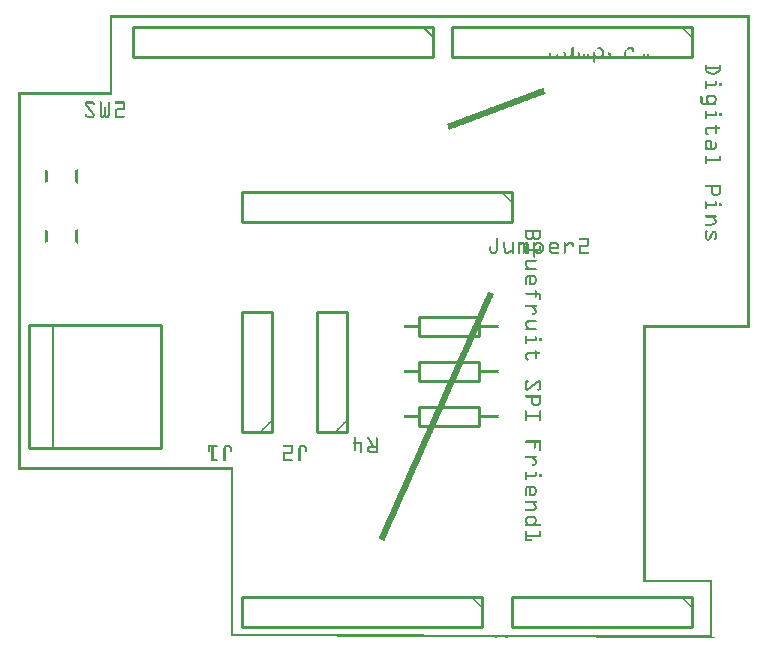
<source format=gto>
G04 MADE WITH FRITZING*
G04 WWW.FRITZING.ORG*
G04 DOUBLE SIDED*
G04 HOLES PLATED*
G04 CONTOUR ON CENTER OF CONTOUR VECTOR*
%ASAXBY*%
%FSLAX23Y23*%
%MOIN*%
%OFA0B0*%
%SFA1.0B1.0*%
%ADD10C,0.010000*%
%ADD11C,0.005000*%
%ADD12R,0.001000X0.001000*%
%LNSILK1*%
G90*
G70*
G54D10*
X1534Y705D02*
X1334Y705D01*
D02*
X1334Y705D02*
X1334Y771D01*
D02*
X1334Y771D02*
X1534Y771D01*
D02*
X1534Y771D02*
X1534Y705D01*
D02*
X1534Y855D02*
X1334Y855D01*
D02*
X1334Y855D02*
X1334Y921D01*
D02*
X1334Y921D02*
X1534Y921D01*
D02*
X1534Y921D02*
X1534Y855D01*
D02*
X1534Y1005D02*
X1334Y1005D01*
D02*
X1334Y1005D02*
X1334Y1071D01*
D02*
X1334Y1071D02*
X1534Y1071D01*
D02*
X1534Y1071D02*
X1534Y1005D01*
D02*
X1094Y688D02*
X1094Y1088D01*
D02*
X1094Y1088D02*
X994Y1088D01*
D02*
X994Y1088D02*
X994Y688D01*
D02*
X994Y688D02*
X1094Y688D01*
D02*
X844Y688D02*
X844Y1088D01*
D02*
X844Y1088D02*
X744Y1088D01*
D02*
X744Y1088D02*
X744Y688D01*
D02*
X744Y688D02*
X844Y688D01*
D02*
X1383Y2038D02*
X383Y2038D01*
D02*
X383Y2038D02*
X383Y1938D01*
D02*
X383Y1938D02*
X1383Y1938D01*
D02*
X1383Y1938D02*
X1383Y2038D01*
G54D11*
D02*
X1348Y2038D02*
X1383Y2003D01*
G54D10*
D02*
X1544Y138D02*
X744Y138D01*
D02*
X744Y138D02*
X744Y38D01*
D02*
X744Y38D02*
X1544Y38D01*
D02*
X1544Y38D02*
X1544Y138D01*
D02*
X2244Y138D02*
X1644Y138D01*
D02*
X1644Y138D02*
X1644Y38D01*
D02*
X1644Y38D02*
X2244Y38D01*
D02*
X2244Y38D02*
X2244Y138D01*
D02*
X2244Y2038D02*
X1444Y2038D01*
D02*
X1444Y2038D02*
X1444Y1938D01*
D02*
X1444Y1938D02*
X2244Y1938D01*
D02*
X2244Y1938D02*
X2244Y2038D01*
D02*
X1644Y1488D02*
X744Y1488D01*
D02*
X744Y1488D02*
X744Y1388D01*
D02*
X744Y1388D02*
X1644Y1388D01*
D02*
X1644Y1388D02*
X1644Y1488D01*
D02*
X474Y633D02*
X474Y1043D01*
D02*
X474Y1043D02*
X34Y1043D01*
D02*
X34Y1043D02*
X34Y633D01*
D02*
X34Y633D02*
X474Y633D01*
G54D11*
D02*
X114Y1043D02*
X114Y633D01*
G54D12*
X306Y2075D02*
X2437Y2075D01*
X306Y2074D02*
X2437Y2074D01*
X306Y2073D02*
X2437Y2073D01*
X306Y2072D02*
X2437Y2072D01*
X306Y2071D02*
X2437Y2071D01*
X306Y2070D02*
X2437Y2070D01*
X306Y2069D02*
X2437Y2069D01*
X306Y2068D02*
X2437Y2068D01*
X306Y2067D02*
X313Y2067D01*
X2430Y2067D02*
X2437Y2067D01*
X306Y2066D02*
X313Y2066D01*
X2430Y2066D02*
X2437Y2066D01*
X306Y2065D02*
X313Y2065D01*
X2430Y2065D02*
X2437Y2065D01*
X306Y2064D02*
X313Y2064D01*
X2430Y2064D02*
X2437Y2064D01*
X306Y2063D02*
X313Y2063D01*
X2430Y2063D02*
X2437Y2063D01*
X306Y2062D02*
X313Y2062D01*
X2430Y2062D02*
X2437Y2062D01*
X306Y2061D02*
X313Y2061D01*
X2430Y2061D02*
X2437Y2061D01*
X306Y2060D02*
X313Y2060D01*
X2430Y2060D02*
X2437Y2060D01*
X306Y2059D02*
X313Y2059D01*
X2430Y2059D02*
X2437Y2059D01*
X306Y2058D02*
X313Y2058D01*
X2430Y2058D02*
X2437Y2058D01*
X306Y2057D02*
X313Y2057D01*
X2430Y2057D02*
X2437Y2057D01*
X306Y2056D02*
X313Y2056D01*
X2430Y2056D02*
X2437Y2056D01*
X306Y2055D02*
X313Y2055D01*
X2430Y2055D02*
X2437Y2055D01*
X306Y2054D02*
X313Y2054D01*
X2430Y2054D02*
X2437Y2054D01*
X306Y2053D02*
X313Y2053D01*
X2430Y2053D02*
X2437Y2053D01*
X306Y2052D02*
X313Y2052D01*
X2430Y2052D02*
X2437Y2052D01*
X306Y2051D02*
X313Y2051D01*
X2430Y2051D02*
X2437Y2051D01*
X306Y2050D02*
X313Y2050D01*
X2430Y2050D02*
X2437Y2050D01*
X306Y2049D02*
X313Y2049D01*
X2430Y2049D02*
X2437Y2049D01*
X306Y2048D02*
X313Y2048D01*
X2430Y2048D02*
X2437Y2048D01*
X306Y2047D02*
X313Y2047D01*
X2430Y2047D02*
X2437Y2047D01*
X306Y2046D02*
X313Y2046D01*
X2430Y2046D02*
X2437Y2046D01*
X306Y2045D02*
X313Y2045D01*
X2430Y2045D02*
X2437Y2045D01*
X306Y2044D02*
X313Y2044D01*
X2430Y2044D02*
X2437Y2044D01*
X306Y2043D02*
X313Y2043D01*
X2430Y2043D02*
X2437Y2043D01*
X306Y2042D02*
X313Y2042D01*
X2430Y2042D02*
X2437Y2042D01*
X306Y2041D02*
X313Y2041D01*
X2430Y2041D02*
X2437Y2041D01*
X306Y2040D02*
X313Y2040D01*
X2209Y2040D02*
X2209Y2040D01*
X2430Y2040D02*
X2437Y2040D01*
X306Y2039D02*
X313Y2039D01*
X2208Y2039D02*
X2210Y2039D01*
X2430Y2039D02*
X2437Y2039D01*
X306Y2038D02*
X313Y2038D01*
X2207Y2038D02*
X2211Y2038D01*
X2430Y2038D02*
X2437Y2038D01*
X306Y2037D02*
X313Y2037D01*
X2206Y2037D02*
X2212Y2037D01*
X2430Y2037D02*
X2437Y2037D01*
X306Y2036D02*
X313Y2036D01*
X2207Y2036D02*
X2213Y2036D01*
X2430Y2036D02*
X2437Y2036D01*
X306Y2035D02*
X313Y2035D01*
X2208Y2035D02*
X2214Y2035D01*
X2430Y2035D02*
X2437Y2035D01*
X306Y2034D02*
X313Y2034D01*
X2209Y2034D02*
X2215Y2034D01*
X2430Y2034D02*
X2437Y2034D01*
X306Y2033D02*
X313Y2033D01*
X2210Y2033D02*
X2216Y2033D01*
X2430Y2033D02*
X2437Y2033D01*
X306Y2032D02*
X313Y2032D01*
X2211Y2032D02*
X2217Y2032D01*
X2430Y2032D02*
X2437Y2032D01*
X306Y2031D02*
X313Y2031D01*
X2212Y2031D02*
X2218Y2031D01*
X2430Y2031D02*
X2437Y2031D01*
X306Y2030D02*
X313Y2030D01*
X2213Y2030D02*
X2219Y2030D01*
X2430Y2030D02*
X2437Y2030D01*
X306Y2029D02*
X313Y2029D01*
X2214Y2029D02*
X2220Y2029D01*
X2430Y2029D02*
X2437Y2029D01*
X306Y2028D02*
X313Y2028D01*
X2215Y2028D02*
X2221Y2028D01*
X2430Y2028D02*
X2437Y2028D01*
X306Y2027D02*
X313Y2027D01*
X2216Y2027D02*
X2222Y2027D01*
X2430Y2027D02*
X2437Y2027D01*
X306Y2026D02*
X313Y2026D01*
X2217Y2026D02*
X2223Y2026D01*
X2430Y2026D02*
X2437Y2026D01*
X306Y2025D02*
X313Y2025D01*
X2218Y2025D02*
X2224Y2025D01*
X2430Y2025D02*
X2437Y2025D01*
X306Y2024D02*
X313Y2024D01*
X2219Y2024D02*
X2225Y2024D01*
X2430Y2024D02*
X2437Y2024D01*
X306Y2023D02*
X313Y2023D01*
X2220Y2023D02*
X2226Y2023D01*
X2430Y2023D02*
X2437Y2023D01*
X306Y2022D02*
X313Y2022D01*
X2221Y2022D02*
X2227Y2022D01*
X2430Y2022D02*
X2437Y2022D01*
X306Y2021D02*
X313Y2021D01*
X2223Y2021D02*
X2228Y2021D01*
X2430Y2021D02*
X2437Y2021D01*
X306Y2020D02*
X313Y2020D01*
X2224Y2020D02*
X2229Y2020D01*
X2430Y2020D02*
X2437Y2020D01*
X306Y2019D02*
X313Y2019D01*
X2225Y2019D02*
X2230Y2019D01*
X2430Y2019D02*
X2437Y2019D01*
X306Y2018D02*
X313Y2018D01*
X2226Y2018D02*
X2231Y2018D01*
X2430Y2018D02*
X2437Y2018D01*
X306Y2017D02*
X313Y2017D01*
X2226Y2017D02*
X2232Y2017D01*
X2430Y2017D02*
X2437Y2017D01*
X306Y2016D02*
X313Y2016D01*
X2227Y2016D02*
X2233Y2016D01*
X2430Y2016D02*
X2437Y2016D01*
X306Y2015D02*
X313Y2015D01*
X2228Y2015D02*
X2234Y2015D01*
X2430Y2015D02*
X2437Y2015D01*
X306Y2014D02*
X313Y2014D01*
X2229Y2014D02*
X2235Y2014D01*
X2430Y2014D02*
X2437Y2014D01*
X306Y2013D02*
X313Y2013D01*
X2230Y2013D02*
X2236Y2013D01*
X2430Y2013D02*
X2437Y2013D01*
X306Y2012D02*
X313Y2012D01*
X2231Y2012D02*
X2237Y2012D01*
X2430Y2012D02*
X2437Y2012D01*
X306Y2011D02*
X313Y2011D01*
X2232Y2011D02*
X2238Y2011D01*
X2430Y2011D02*
X2437Y2011D01*
X306Y2010D02*
X313Y2010D01*
X2233Y2010D02*
X2239Y2010D01*
X2430Y2010D02*
X2437Y2010D01*
X306Y2009D02*
X313Y2009D01*
X2234Y2009D02*
X2240Y2009D01*
X2430Y2009D02*
X2437Y2009D01*
X306Y2008D02*
X313Y2008D01*
X2235Y2008D02*
X2241Y2008D01*
X2430Y2008D02*
X2437Y2008D01*
X306Y2007D02*
X313Y2007D01*
X2236Y2007D02*
X2242Y2007D01*
X2430Y2007D02*
X2437Y2007D01*
X306Y2006D02*
X313Y2006D01*
X2237Y2006D02*
X2243Y2006D01*
X2430Y2006D02*
X2437Y2006D01*
X306Y2005D02*
X313Y2005D01*
X2238Y2005D02*
X2243Y2005D01*
X2430Y2005D02*
X2437Y2005D01*
X306Y2004D02*
X313Y2004D01*
X2239Y2004D02*
X2242Y2004D01*
X2430Y2004D02*
X2437Y2004D01*
X306Y2003D02*
X313Y2003D01*
X2240Y2003D02*
X2241Y2003D01*
X2430Y2003D02*
X2437Y2003D01*
X306Y2002D02*
X313Y2002D01*
X2430Y2002D02*
X2437Y2002D01*
X306Y2001D02*
X313Y2001D01*
X2430Y2001D02*
X2437Y2001D01*
X306Y2000D02*
X313Y2000D01*
X2430Y2000D02*
X2437Y2000D01*
X306Y1999D02*
X313Y1999D01*
X2430Y1999D02*
X2437Y1999D01*
X306Y1998D02*
X313Y1998D01*
X2430Y1998D02*
X2437Y1998D01*
X306Y1997D02*
X313Y1997D01*
X2430Y1997D02*
X2437Y1997D01*
X306Y1996D02*
X313Y1996D01*
X2430Y1996D02*
X2437Y1996D01*
X306Y1995D02*
X313Y1995D01*
X2430Y1995D02*
X2437Y1995D01*
X306Y1994D02*
X313Y1994D01*
X2430Y1994D02*
X2437Y1994D01*
X306Y1993D02*
X313Y1993D01*
X2430Y1993D02*
X2437Y1993D01*
X306Y1992D02*
X313Y1992D01*
X2430Y1992D02*
X2437Y1992D01*
X306Y1991D02*
X313Y1991D01*
X2430Y1991D02*
X2437Y1991D01*
X306Y1990D02*
X313Y1990D01*
X2430Y1990D02*
X2437Y1990D01*
X306Y1989D02*
X313Y1989D01*
X2430Y1989D02*
X2437Y1989D01*
X306Y1988D02*
X313Y1988D01*
X2430Y1988D02*
X2437Y1988D01*
X306Y1987D02*
X313Y1987D01*
X2430Y1987D02*
X2437Y1987D01*
X306Y1986D02*
X313Y1986D01*
X2430Y1986D02*
X2437Y1986D01*
X306Y1985D02*
X313Y1985D01*
X2430Y1985D02*
X2437Y1985D01*
X306Y1984D02*
X313Y1984D01*
X2430Y1984D02*
X2437Y1984D01*
X306Y1983D02*
X313Y1983D01*
X2430Y1983D02*
X2437Y1983D01*
X306Y1982D02*
X313Y1982D01*
X2430Y1982D02*
X2437Y1982D01*
X306Y1981D02*
X313Y1981D01*
X2430Y1981D02*
X2437Y1981D01*
X306Y1980D02*
X313Y1980D01*
X2430Y1980D02*
X2437Y1980D01*
X306Y1979D02*
X313Y1979D01*
X2430Y1979D02*
X2437Y1979D01*
X306Y1978D02*
X313Y1978D01*
X2430Y1978D02*
X2437Y1978D01*
X306Y1977D02*
X313Y1977D01*
X2430Y1977D02*
X2437Y1977D01*
X306Y1976D02*
X313Y1976D01*
X2430Y1976D02*
X2437Y1976D01*
X306Y1975D02*
X313Y1975D01*
X2430Y1975D02*
X2437Y1975D01*
X306Y1974D02*
X313Y1974D01*
X2430Y1974D02*
X2437Y1974D01*
X306Y1973D02*
X313Y1973D01*
X2430Y1973D02*
X2437Y1973D01*
X306Y1972D02*
X313Y1972D01*
X2430Y1972D02*
X2437Y1972D01*
X306Y1971D02*
X313Y1971D01*
X1933Y1971D02*
X1937Y1971D01*
X2430Y1971D02*
X2437Y1971D01*
X306Y1970D02*
X313Y1970D01*
X1933Y1970D02*
X1939Y1970D01*
X2430Y1970D02*
X2437Y1970D01*
X306Y1969D02*
X313Y1969D01*
X1846Y1969D02*
X1849Y1969D01*
X1932Y1969D02*
X1941Y1969D01*
X2032Y1969D02*
X2045Y1969D01*
X2430Y1969D02*
X2437Y1969D01*
X306Y1968D02*
X313Y1968D01*
X1845Y1968D02*
X1850Y1968D01*
X1932Y1968D02*
X1942Y1968D01*
X2032Y1968D02*
X2047Y1968D01*
X2430Y1968D02*
X2437Y1968D01*
X306Y1967D02*
X313Y1967D01*
X1845Y1967D02*
X1850Y1967D01*
X1931Y1967D02*
X1943Y1967D01*
X2031Y1967D02*
X2048Y1967D01*
X2430Y1967D02*
X2437Y1967D01*
X306Y1966D02*
X313Y1966D01*
X1844Y1966D02*
X1850Y1966D01*
X1930Y1966D02*
X1945Y1966D01*
X2030Y1966D02*
X2049Y1966D01*
X2430Y1966D02*
X2437Y1966D01*
X306Y1965D02*
X313Y1965D01*
X1844Y1965D02*
X1850Y1965D01*
X1930Y1965D02*
X1946Y1965D01*
X2030Y1965D02*
X2050Y1965D01*
X2430Y1965D02*
X2437Y1965D01*
X306Y1964D02*
X313Y1964D01*
X1844Y1964D02*
X1850Y1964D01*
X1929Y1964D02*
X1931Y1964D01*
X1937Y1964D02*
X1947Y1964D01*
X2029Y1964D02*
X2050Y1964D01*
X2430Y1964D02*
X2437Y1964D01*
X306Y1963D02*
X313Y1963D01*
X1844Y1963D02*
X1850Y1963D01*
X1928Y1963D02*
X1930Y1963D01*
X1938Y1963D02*
X1948Y1963D01*
X2028Y1963D02*
X2051Y1963D01*
X2430Y1963D02*
X2437Y1963D01*
X306Y1962D02*
X313Y1962D01*
X1844Y1962D02*
X1850Y1962D01*
X1928Y1962D02*
X1929Y1962D01*
X1939Y1962D02*
X1949Y1962D01*
X2028Y1962D02*
X2034Y1962D01*
X2044Y1962D02*
X2051Y1962D01*
X2430Y1962D02*
X2437Y1962D01*
X306Y1961D02*
X313Y1961D01*
X1844Y1961D02*
X1850Y1961D01*
X1927Y1961D02*
X1928Y1961D01*
X1941Y1961D02*
X1949Y1961D01*
X2027Y1961D02*
X2033Y1961D01*
X2045Y1961D02*
X2051Y1961D01*
X2430Y1961D02*
X2437Y1961D01*
X306Y1960D02*
X313Y1960D01*
X1844Y1960D02*
X1850Y1960D01*
X1926Y1960D02*
X1927Y1960D01*
X1942Y1960D02*
X1950Y1960D01*
X2026Y1960D02*
X2032Y1960D01*
X2045Y1960D02*
X2051Y1960D01*
X2430Y1960D02*
X2437Y1960D01*
X306Y1959D02*
X313Y1959D01*
X1844Y1959D02*
X1850Y1959D01*
X1925Y1959D02*
X1926Y1959D01*
X1943Y1959D02*
X1950Y1959D01*
X2025Y1959D02*
X2031Y1959D01*
X2045Y1959D02*
X2051Y1959D01*
X2430Y1959D02*
X2437Y1959D01*
X306Y1958D02*
X313Y1958D01*
X1844Y1958D02*
X1850Y1958D01*
X1924Y1958D02*
X1925Y1958D01*
X1944Y1958D02*
X1951Y1958D01*
X2024Y1958D02*
X2029Y1958D01*
X2045Y1958D02*
X2051Y1958D01*
X2430Y1958D02*
X2437Y1958D01*
X306Y1957D02*
X313Y1957D01*
X1823Y1957D02*
X1823Y1957D01*
X1844Y1957D02*
X1850Y1957D01*
X1923Y1957D02*
X1924Y1957D01*
X1945Y1957D02*
X1951Y1957D01*
X2023Y1957D02*
X2028Y1957D01*
X2045Y1957D02*
X2051Y1957D01*
X2430Y1957D02*
X2437Y1957D01*
X306Y1956D02*
X313Y1956D01*
X1822Y1956D02*
X1823Y1956D01*
X1844Y1956D02*
X1850Y1956D01*
X1922Y1956D02*
X1924Y1956D01*
X1945Y1956D02*
X1951Y1956D01*
X2022Y1956D02*
X2027Y1956D01*
X2046Y1956D02*
X2051Y1956D01*
X2430Y1956D02*
X2437Y1956D01*
X306Y1955D02*
X313Y1955D01*
X1821Y1955D02*
X1823Y1955D01*
X1844Y1955D02*
X1850Y1955D01*
X1921Y1955D02*
X1923Y1955D01*
X1945Y1955D02*
X1951Y1955D01*
X2021Y1955D02*
X2026Y1955D01*
X2046Y1955D02*
X2050Y1955D01*
X2430Y1955D02*
X2437Y1955D01*
X306Y1954D02*
X313Y1954D01*
X1820Y1954D02*
X1823Y1954D01*
X1844Y1954D02*
X1850Y1954D01*
X1920Y1954D02*
X1923Y1954D01*
X1945Y1954D02*
X1951Y1954D01*
X2020Y1954D02*
X2025Y1954D01*
X2430Y1954D02*
X2437Y1954D01*
X306Y1953D02*
X313Y1953D01*
X1818Y1953D02*
X1823Y1953D01*
X1844Y1953D02*
X1850Y1953D01*
X1918Y1953D02*
X1923Y1953D01*
X1945Y1953D02*
X1951Y1953D01*
X2018Y1953D02*
X2024Y1953D01*
X2430Y1953D02*
X2437Y1953D01*
X306Y1952D02*
X313Y1952D01*
X1817Y1952D02*
X1823Y1952D01*
X1844Y1952D02*
X1850Y1952D01*
X1867Y1952D02*
X1868Y1952D01*
X1917Y1952D02*
X1923Y1952D01*
X1945Y1952D02*
X1951Y1952D01*
X1967Y1952D02*
X1968Y1952D01*
X2018Y1952D02*
X2024Y1952D01*
X2430Y1952D02*
X2437Y1952D01*
X306Y1951D02*
X313Y1951D01*
X1770Y1951D02*
X1770Y1951D01*
X1817Y1951D02*
X1823Y1951D01*
X1844Y1951D02*
X1850Y1951D01*
X1867Y1951D02*
X1870Y1951D01*
X1917Y1951D02*
X1923Y1951D01*
X1945Y1951D02*
X1951Y1951D01*
X1967Y1951D02*
X1969Y1951D01*
X2018Y1951D02*
X2024Y1951D01*
X2430Y1951D02*
X2437Y1951D01*
X306Y1950D02*
X313Y1950D01*
X1770Y1950D02*
X1771Y1950D01*
X1817Y1950D02*
X1823Y1950D01*
X1844Y1950D02*
X1850Y1950D01*
X1867Y1950D02*
X1871Y1950D01*
X1917Y1950D02*
X1923Y1950D01*
X1945Y1950D02*
X1951Y1950D01*
X1967Y1950D02*
X1971Y1950D01*
X2018Y1950D02*
X2024Y1950D01*
X2430Y1950D02*
X2437Y1950D01*
X306Y1949D02*
X313Y1949D01*
X1770Y1949D02*
X1773Y1949D01*
X1817Y1949D02*
X1823Y1949D01*
X1844Y1949D02*
X1850Y1949D01*
X1867Y1949D02*
X1873Y1949D01*
X1917Y1949D02*
X1923Y1949D01*
X1945Y1949D02*
X1951Y1949D01*
X1967Y1949D02*
X1973Y1949D01*
X2018Y1949D02*
X2024Y1949D01*
X2430Y1949D02*
X2437Y1949D01*
X306Y1948D02*
X313Y1948D01*
X1770Y1948D02*
X1775Y1948D01*
X1818Y1948D02*
X1824Y1948D01*
X1844Y1948D02*
X1850Y1948D01*
X1867Y1948D02*
X1873Y1948D01*
X1917Y1948D02*
X1923Y1948D01*
X1945Y1948D02*
X1951Y1948D01*
X1967Y1948D02*
X1975Y1948D01*
X2018Y1948D02*
X2024Y1948D01*
X2430Y1948D02*
X2437Y1948D01*
X306Y1947D02*
X313Y1947D01*
X1770Y1947D02*
X1776Y1947D01*
X1818Y1947D02*
X1824Y1947D01*
X1844Y1947D02*
X1850Y1947D01*
X1867Y1947D02*
X1873Y1947D01*
X1917Y1947D02*
X1923Y1947D01*
X1945Y1947D02*
X1951Y1947D01*
X1967Y1947D02*
X1978Y1947D01*
X2018Y1947D02*
X2024Y1947D01*
X2430Y1947D02*
X2437Y1947D01*
X306Y1946D02*
X313Y1946D01*
X1770Y1946D02*
X1776Y1946D01*
X1818Y1946D02*
X1824Y1946D01*
X1844Y1946D02*
X1850Y1946D01*
X1867Y1946D02*
X1873Y1946D01*
X1881Y1946D02*
X1882Y1946D01*
X1917Y1946D02*
X1923Y1946D01*
X1945Y1946D02*
X1951Y1946D01*
X1967Y1946D02*
X1982Y1946D01*
X2018Y1946D02*
X2024Y1946D01*
X2082Y1946D02*
X2082Y1946D01*
X2430Y1946D02*
X2437Y1946D01*
X306Y1945D02*
X313Y1945D01*
X1770Y1945D02*
X1776Y1945D01*
X1796Y1945D02*
X1797Y1945D01*
X1818Y1945D02*
X1824Y1945D01*
X1844Y1945D02*
X1850Y1945D01*
X1867Y1945D02*
X1873Y1945D01*
X1881Y1945D02*
X1887Y1945D01*
X1896Y1945D02*
X1901Y1945D01*
X1917Y1945D02*
X1923Y1945D01*
X1945Y1945D02*
X1951Y1945D01*
X1967Y1945D02*
X1974Y1945D01*
X2018Y1945D02*
X2024Y1945D01*
X2082Y1945D02*
X2088Y1945D01*
X2096Y1945D02*
X2101Y1945D01*
X2430Y1945D02*
X2437Y1945D01*
X306Y1944D02*
X313Y1944D01*
X1770Y1944D02*
X1776Y1944D01*
X1791Y1944D02*
X1797Y1944D01*
X1818Y1944D02*
X1824Y1944D01*
X1843Y1944D02*
X1850Y1944D01*
X1867Y1944D02*
X1873Y1944D01*
X1881Y1944D02*
X1887Y1944D01*
X1895Y1944D02*
X1901Y1944D01*
X1917Y1944D02*
X1924Y1944D01*
X1945Y1944D02*
X1951Y1944D01*
X1967Y1944D02*
X1974Y1944D01*
X2018Y1944D02*
X2024Y1944D01*
X2082Y1944D02*
X2088Y1944D01*
X2095Y1944D02*
X2101Y1944D01*
X2430Y1944D02*
X2437Y1944D01*
X306Y1943D02*
X313Y1943D01*
X1770Y1943D02*
X1776Y1943D01*
X1791Y1943D02*
X1797Y1943D01*
X1818Y1943D02*
X1824Y1943D01*
X1842Y1943D02*
X1850Y1943D01*
X1867Y1943D02*
X1873Y1943D01*
X1881Y1943D02*
X1887Y1943D01*
X1895Y1943D02*
X1901Y1943D01*
X1917Y1943D02*
X1924Y1943D01*
X1944Y1943D02*
X1951Y1943D01*
X1967Y1943D02*
X1974Y1943D01*
X2018Y1943D02*
X2024Y1943D01*
X2082Y1943D02*
X2088Y1943D01*
X2095Y1943D02*
X2101Y1943D01*
X2430Y1943D02*
X2437Y1943D01*
X306Y1942D02*
X313Y1942D01*
X1770Y1942D02*
X1776Y1942D01*
X1791Y1942D02*
X1797Y1942D01*
X1818Y1942D02*
X1824Y1942D01*
X1840Y1942D02*
X1850Y1942D01*
X1867Y1942D02*
X1873Y1942D01*
X1881Y1942D02*
X1887Y1942D01*
X1895Y1942D02*
X1901Y1942D01*
X1917Y1942D02*
X1925Y1942D01*
X1944Y1942D02*
X1951Y1942D01*
X1968Y1942D02*
X1974Y1942D01*
X2018Y1942D02*
X2024Y1942D01*
X2082Y1942D02*
X2088Y1942D01*
X2095Y1942D02*
X2101Y1942D01*
X2430Y1942D02*
X2437Y1942D01*
X306Y1941D02*
X313Y1941D01*
X1770Y1941D02*
X1776Y1941D01*
X1791Y1941D02*
X1797Y1941D01*
X1818Y1941D02*
X1824Y1941D01*
X1839Y1941D02*
X1850Y1941D01*
X1867Y1941D02*
X1873Y1941D01*
X1881Y1941D02*
X1887Y1941D01*
X1895Y1941D02*
X1901Y1941D01*
X1917Y1941D02*
X1927Y1941D01*
X1942Y1941D02*
X1950Y1941D01*
X1968Y1941D02*
X1974Y1941D01*
X2018Y1941D02*
X2024Y1941D01*
X2082Y1941D02*
X2088Y1941D01*
X2095Y1941D02*
X2101Y1941D01*
X2430Y1941D02*
X2437Y1941D01*
X306Y1940D02*
X313Y1940D01*
X1770Y1940D02*
X1776Y1940D01*
X1791Y1940D02*
X1797Y1940D01*
X1818Y1940D02*
X1824Y1940D01*
X1837Y1940D02*
X1850Y1940D01*
X1867Y1940D02*
X1873Y1940D01*
X1881Y1940D02*
X1887Y1940D01*
X1895Y1940D02*
X1901Y1940D01*
X1917Y1940D02*
X1928Y1940D01*
X1941Y1940D02*
X1950Y1940D01*
X1968Y1940D02*
X1975Y1940D01*
X2018Y1940D02*
X2024Y1940D01*
X2082Y1940D02*
X2088Y1940D01*
X2095Y1940D02*
X2101Y1940D01*
X2430Y1940D02*
X2437Y1940D01*
X306Y1939D02*
X313Y1939D01*
X1770Y1939D02*
X1777Y1939D01*
X1790Y1939D02*
X1797Y1939D01*
X1818Y1939D02*
X1824Y1939D01*
X1835Y1939D02*
X1850Y1939D01*
X1867Y1939D02*
X1873Y1939D01*
X1881Y1939D02*
X1887Y1939D01*
X1895Y1939D02*
X1901Y1939D01*
X1917Y1939D02*
X1928Y1939D01*
X1940Y1939D02*
X1949Y1939D01*
X1968Y1939D02*
X1976Y1939D01*
X2018Y1939D02*
X2024Y1939D01*
X2082Y1939D02*
X2088Y1939D01*
X2095Y1939D02*
X2101Y1939D01*
X2430Y1939D02*
X2437Y1939D01*
X306Y1938D02*
X313Y1938D01*
X1771Y1938D02*
X1778Y1938D01*
X1789Y1938D02*
X1796Y1938D01*
X1818Y1938D02*
X1826Y1938D01*
X1834Y1938D02*
X1850Y1938D01*
X1867Y1938D02*
X1873Y1938D01*
X1881Y1938D02*
X1887Y1938D01*
X1895Y1938D02*
X1901Y1938D01*
X1917Y1938D02*
X1929Y1938D01*
X1939Y1938D02*
X1948Y1938D01*
X1969Y1938D02*
X1978Y1938D01*
X2018Y1938D02*
X2024Y1938D01*
X2082Y1938D02*
X2088Y1938D01*
X2095Y1938D02*
X2101Y1938D01*
X2430Y1938D02*
X2437Y1938D01*
X306Y1937D02*
X313Y1937D01*
X1771Y1937D02*
X1796Y1937D01*
X1819Y1937D02*
X1850Y1937D01*
X1867Y1937D02*
X1873Y1937D01*
X1881Y1937D02*
X1887Y1937D01*
X1895Y1937D02*
X1901Y1937D01*
X1917Y1937D02*
X1931Y1937D01*
X1938Y1937D02*
X1948Y1937D01*
X1969Y1937D02*
X1999Y1937D01*
X2018Y1937D02*
X2024Y1937D01*
X2070Y1937D02*
X2101Y1937D01*
X2430Y1937D02*
X2437Y1937D01*
X306Y1936D02*
X313Y1936D01*
X1771Y1936D02*
X1796Y1936D01*
X1819Y1936D02*
X1850Y1936D01*
X1867Y1936D02*
X1873Y1936D01*
X1881Y1936D02*
X1887Y1936D01*
X1895Y1936D02*
X1901Y1936D01*
X1917Y1936D02*
X1946Y1936D01*
X1970Y1936D02*
X2000Y1936D01*
X2018Y1936D02*
X2024Y1936D01*
X2069Y1936D02*
X2101Y1936D01*
X2430Y1936D02*
X2437Y1936D01*
X306Y1935D02*
X313Y1935D01*
X1772Y1935D02*
X1795Y1935D01*
X1820Y1935D02*
X1841Y1935D01*
X1844Y1935D02*
X1850Y1935D01*
X1867Y1935D02*
X1873Y1935D01*
X1881Y1935D02*
X1887Y1935D01*
X1895Y1935D02*
X1901Y1935D01*
X1917Y1935D02*
X1945Y1935D01*
X1971Y1935D02*
X2001Y1935D01*
X2018Y1935D02*
X2024Y1935D01*
X2068Y1935D02*
X2101Y1935D01*
X2430Y1935D02*
X2437Y1935D01*
X306Y1934D02*
X313Y1934D01*
X1773Y1934D02*
X1794Y1934D01*
X1820Y1934D02*
X1840Y1934D01*
X1845Y1934D02*
X1850Y1934D01*
X1867Y1934D02*
X1873Y1934D01*
X1881Y1934D02*
X1887Y1934D01*
X1895Y1934D02*
X1901Y1934D01*
X1917Y1934D02*
X1944Y1934D01*
X1972Y1934D02*
X2001Y1934D01*
X2018Y1934D02*
X2024Y1934D01*
X2068Y1934D02*
X2101Y1934D01*
X2430Y1934D02*
X2437Y1934D01*
X306Y1933D02*
X313Y1933D01*
X1774Y1933D02*
X1793Y1933D01*
X1821Y1933D02*
X1838Y1933D01*
X1845Y1933D02*
X1850Y1933D01*
X1867Y1933D02*
X1872Y1933D01*
X1881Y1933D02*
X1887Y1933D01*
X1895Y1933D02*
X1901Y1933D01*
X1917Y1933D02*
X1923Y1933D01*
X1926Y1933D02*
X1943Y1933D01*
X1974Y1933D02*
X2001Y1933D01*
X2018Y1933D02*
X2023Y1933D01*
X2068Y1933D02*
X2101Y1933D01*
X2430Y1933D02*
X2437Y1933D01*
X306Y1932D02*
X313Y1932D01*
X1775Y1932D02*
X1792Y1932D01*
X1823Y1932D02*
X1836Y1932D01*
X1845Y1932D02*
X1850Y1932D01*
X1867Y1932D02*
X1872Y1932D01*
X1882Y1932D02*
X1886Y1932D01*
X1896Y1932D02*
X1900Y1932D01*
X1917Y1932D02*
X1923Y1932D01*
X1927Y1932D02*
X1942Y1932D01*
X1975Y1932D02*
X2000Y1932D01*
X2018Y1932D02*
X2023Y1932D01*
X2069Y1932D02*
X2101Y1932D01*
X2430Y1932D02*
X2437Y1932D01*
X306Y1931D02*
X313Y1931D01*
X1778Y1931D02*
X1789Y1931D01*
X1825Y1931D02*
X1834Y1931D01*
X1846Y1931D02*
X1849Y1931D01*
X1868Y1931D02*
X1871Y1931D01*
X1883Y1931D02*
X1885Y1931D01*
X1897Y1931D02*
X1899Y1931D01*
X1917Y1931D02*
X1923Y1931D01*
X1928Y1931D02*
X1940Y1931D01*
X1977Y1931D02*
X1999Y1931D01*
X2019Y1931D02*
X2022Y1931D01*
X2070Y1931D02*
X2100Y1931D01*
X2430Y1931D02*
X2437Y1931D01*
X306Y1930D02*
X313Y1930D01*
X1917Y1930D02*
X1923Y1930D01*
X1930Y1930D02*
X1939Y1930D01*
X2430Y1930D02*
X2437Y1930D01*
X306Y1929D02*
X313Y1929D01*
X1917Y1929D02*
X1923Y1929D01*
X2430Y1929D02*
X2437Y1929D01*
X306Y1928D02*
X313Y1928D01*
X1917Y1928D02*
X1923Y1928D01*
X2430Y1928D02*
X2437Y1928D01*
X306Y1927D02*
X313Y1927D01*
X1917Y1927D02*
X1923Y1927D01*
X2430Y1927D02*
X2437Y1927D01*
X306Y1926D02*
X313Y1926D01*
X1917Y1926D02*
X1923Y1926D01*
X2430Y1926D02*
X2437Y1926D01*
X306Y1925D02*
X313Y1925D01*
X1917Y1925D02*
X1923Y1925D01*
X2430Y1925D02*
X2437Y1925D01*
X306Y1924D02*
X313Y1924D01*
X1917Y1924D02*
X1923Y1924D01*
X2430Y1924D02*
X2437Y1924D01*
X306Y1923D02*
X313Y1923D01*
X1917Y1923D02*
X1923Y1923D01*
X2430Y1923D02*
X2437Y1923D01*
X306Y1922D02*
X313Y1922D01*
X1917Y1922D02*
X1923Y1922D01*
X2430Y1922D02*
X2437Y1922D01*
X306Y1921D02*
X313Y1921D01*
X1917Y1921D02*
X1923Y1921D01*
X2430Y1921D02*
X2437Y1921D01*
X306Y1920D02*
X313Y1920D01*
X1917Y1920D02*
X1923Y1920D01*
X2430Y1920D02*
X2437Y1920D01*
X306Y1919D02*
X313Y1919D01*
X1917Y1919D02*
X1923Y1919D01*
X2430Y1919D02*
X2437Y1919D01*
X306Y1918D02*
X313Y1918D01*
X1918Y1918D02*
X1923Y1918D01*
X2430Y1918D02*
X2437Y1918D01*
X306Y1917D02*
X313Y1917D01*
X1918Y1917D02*
X1922Y1917D01*
X2430Y1917D02*
X2437Y1917D01*
X306Y1916D02*
X313Y1916D01*
X1920Y1916D02*
X1921Y1916D01*
X2430Y1916D02*
X2437Y1916D01*
X306Y1915D02*
X313Y1915D01*
X2430Y1915D02*
X2437Y1915D01*
X306Y1914D02*
X313Y1914D01*
X2430Y1914D02*
X2437Y1914D01*
X306Y1913D02*
X313Y1913D01*
X2430Y1913D02*
X2437Y1913D01*
X306Y1912D02*
X313Y1912D01*
X2430Y1912D02*
X2437Y1912D01*
X306Y1911D02*
X313Y1911D01*
X2430Y1911D02*
X2437Y1911D01*
X306Y1910D02*
X313Y1910D01*
X2290Y1910D02*
X2293Y1910D01*
X2337Y1910D02*
X2340Y1910D01*
X2430Y1910D02*
X2437Y1910D01*
X306Y1909D02*
X313Y1909D01*
X2289Y1909D02*
X2294Y1909D01*
X2336Y1909D02*
X2341Y1909D01*
X2430Y1909D02*
X2437Y1909D01*
X306Y1908D02*
X313Y1908D01*
X2288Y1908D02*
X2294Y1908D01*
X2336Y1908D02*
X2341Y1908D01*
X2430Y1908D02*
X2437Y1908D01*
X306Y1907D02*
X313Y1907D01*
X2288Y1907D02*
X2294Y1907D01*
X2336Y1907D02*
X2342Y1907D01*
X2430Y1907D02*
X2437Y1907D01*
X306Y1906D02*
X313Y1906D01*
X2288Y1906D02*
X2294Y1906D01*
X2336Y1906D02*
X2342Y1906D01*
X2430Y1906D02*
X2437Y1906D01*
X306Y1905D02*
X313Y1905D01*
X2288Y1905D02*
X2294Y1905D01*
X2336Y1905D02*
X2342Y1905D01*
X2430Y1905D02*
X2437Y1905D01*
X306Y1904D02*
X313Y1904D01*
X2288Y1904D02*
X2342Y1904D01*
X2430Y1904D02*
X2437Y1904D01*
X306Y1903D02*
X313Y1903D01*
X2288Y1903D02*
X2342Y1903D01*
X2430Y1903D02*
X2437Y1903D01*
X306Y1902D02*
X313Y1902D01*
X2288Y1902D02*
X2342Y1902D01*
X2430Y1902D02*
X2437Y1902D01*
X306Y1901D02*
X313Y1901D01*
X2288Y1901D02*
X2342Y1901D01*
X2430Y1901D02*
X2437Y1901D01*
X306Y1900D02*
X313Y1900D01*
X2288Y1900D02*
X2342Y1900D01*
X2430Y1900D02*
X2437Y1900D01*
X306Y1899D02*
X313Y1899D01*
X2288Y1899D02*
X2342Y1899D01*
X2430Y1899D02*
X2437Y1899D01*
X306Y1898D02*
X313Y1898D01*
X2288Y1898D02*
X2342Y1898D01*
X2430Y1898D02*
X2437Y1898D01*
X306Y1897D02*
X313Y1897D01*
X2288Y1897D02*
X2295Y1897D01*
X2335Y1897D02*
X2342Y1897D01*
X2430Y1897D02*
X2437Y1897D01*
X306Y1896D02*
X313Y1896D01*
X2288Y1896D02*
X2294Y1896D01*
X2336Y1896D02*
X2342Y1896D01*
X2430Y1896D02*
X2437Y1896D01*
X306Y1895D02*
X313Y1895D01*
X2288Y1895D02*
X2294Y1895D01*
X2336Y1895D02*
X2342Y1895D01*
X2430Y1895D02*
X2437Y1895D01*
X306Y1894D02*
X313Y1894D01*
X2288Y1894D02*
X2294Y1894D01*
X2335Y1894D02*
X2341Y1894D01*
X2430Y1894D02*
X2437Y1894D01*
X306Y1893D02*
X313Y1893D01*
X2289Y1893D02*
X2295Y1893D01*
X2335Y1893D02*
X2341Y1893D01*
X2430Y1893D02*
X2437Y1893D01*
X306Y1892D02*
X313Y1892D01*
X2289Y1892D02*
X2296Y1892D01*
X2334Y1892D02*
X2341Y1892D01*
X2430Y1892D02*
X2437Y1892D01*
X306Y1891D02*
X313Y1891D01*
X2289Y1891D02*
X2297Y1891D01*
X2333Y1891D02*
X2341Y1891D01*
X2430Y1891D02*
X2437Y1891D01*
X306Y1890D02*
X313Y1890D01*
X2289Y1890D02*
X2299Y1890D01*
X2331Y1890D02*
X2340Y1890D01*
X2430Y1890D02*
X2437Y1890D01*
X306Y1889D02*
X313Y1889D01*
X2290Y1889D02*
X2301Y1889D01*
X2329Y1889D02*
X2340Y1889D01*
X2430Y1889D02*
X2437Y1889D01*
X306Y1888D02*
X313Y1888D01*
X2291Y1888D02*
X2303Y1888D01*
X2327Y1888D02*
X2339Y1888D01*
X2430Y1888D02*
X2437Y1888D01*
X306Y1887D02*
X313Y1887D01*
X2292Y1887D02*
X2305Y1887D01*
X2325Y1887D02*
X2338Y1887D01*
X2430Y1887D02*
X2437Y1887D01*
X306Y1886D02*
X313Y1886D01*
X2293Y1886D02*
X2307Y1886D01*
X2323Y1886D02*
X2337Y1886D01*
X2430Y1886D02*
X2437Y1886D01*
X306Y1885D02*
X313Y1885D01*
X2294Y1885D02*
X2309Y1885D01*
X2321Y1885D02*
X2335Y1885D01*
X2430Y1885D02*
X2437Y1885D01*
X306Y1884D02*
X313Y1884D01*
X2296Y1884D02*
X2311Y1884D01*
X2319Y1884D02*
X2333Y1884D01*
X2430Y1884D02*
X2437Y1884D01*
X306Y1883D02*
X313Y1883D01*
X2298Y1883D02*
X2331Y1883D01*
X2430Y1883D02*
X2437Y1883D01*
X306Y1882D02*
X313Y1882D01*
X2300Y1882D02*
X2329Y1882D01*
X2430Y1882D02*
X2437Y1882D01*
X306Y1881D02*
X313Y1881D01*
X2302Y1881D02*
X2327Y1881D01*
X2430Y1881D02*
X2437Y1881D01*
X306Y1880D02*
X313Y1880D01*
X2304Y1880D02*
X2325Y1880D01*
X2430Y1880D02*
X2437Y1880D01*
X306Y1879D02*
X313Y1879D01*
X2306Y1879D02*
X2323Y1879D01*
X2430Y1879D02*
X2437Y1879D01*
X306Y1878D02*
X313Y1878D01*
X2309Y1878D02*
X2321Y1878D01*
X2430Y1878D02*
X2437Y1878D01*
X306Y1877D02*
X313Y1877D01*
X2311Y1877D02*
X2319Y1877D01*
X2430Y1877D02*
X2437Y1877D01*
X306Y1876D02*
X313Y1876D01*
X2430Y1876D02*
X2437Y1876D01*
X306Y1875D02*
X313Y1875D01*
X2430Y1875D02*
X2437Y1875D01*
X306Y1874D02*
X313Y1874D01*
X2430Y1874D02*
X2437Y1874D01*
X306Y1873D02*
X313Y1873D01*
X2430Y1873D02*
X2437Y1873D01*
X306Y1872D02*
X313Y1872D01*
X2430Y1872D02*
X2437Y1872D01*
X306Y1871D02*
X313Y1871D01*
X2430Y1871D02*
X2437Y1871D01*
X306Y1870D02*
X313Y1870D01*
X2430Y1870D02*
X2437Y1870D01*
X306Y1869D02*
X313Y1869D01*
X2430Y1869D02*
X2437Y1869D01*
X306Y1868D02*
X313Y1868D01*
X2430Y1868D02*
X2437Y1868D01*
X306Y1867D02*
X313Y1867D01*
X2430Y1867D02*
X2437Y1867D01*
X306Y1866D02*
X313Y1866D01*
X2430Y1866D02*
X2437Y1866D01*
X306Y1865D02*
X313Y1865D01*
X2430Y1865D02*
X2437Y1865D01*
X306Y1864D02*
X313Y1864D01*
X2430Y1864D02*
X2437Y1864D01*
X306Y1863D02*
X313Y1863D01*
X2430Y1863D02*
X2437Y1863D01*
X306Y1862D02*
X313Y1862D01*
X2430Y1862D02*
X2437Y1862D01*
X306Y1861D02*
X313Y1861D01*
X2430Y1861D02*
X2437Y1861D01*
X306Y1860D02*
X313Y1860D01*
X2430Y1860D02*
X2437Y1860D01*
X306Y1859D02*
X313Y1859D01*
X2430Y1859D02*
X2437Y1859D01*
X306Y1858D02*
X313Y1858D01*
X2430Y1858D02*
X2437Y1858D01*
X306Y1857D02*
X313Y1857D01*
X2291Y1857D02*
X2292Y1857D01*
X2323Y1857D02*
X2325Y1857D01*
X2430Y1857D02*
X2437Y1857D01*
X306Y1856D02*
X313Y1856D01*
X2289Y1856D02*
X2294Y1856D01*
X2322Y1856D02*
X2326Y1856D01*
X2430Y1856D02*
X2437Y1856D01*
X306Y1855D02*
X313Y1855D01*
X2289Y1855D02*
X2294Y1855D01*
X2321Y1855D02*
X2327Y1855D01*
X2430Y1855D02*
X2437Y1855D01*
X306Y1854D02*
X313Y1854D01*
X2288Y1854D02*
X2294Y1854D01*
X2321Y1854D02*
X2327Y1854D01*
X2430Y1854D02*
X2437Y1854D01*
X306Y1853D02*
X313Y1853D01*
X2288Y1853D02*
X2294Y1853D01*
X2321Y1853D02*
X2327Y1853D01*
X2430Y1853D02*
X2437Y1853D01*
X306Y1852D02*
X313Y1852D01*
X2288Y1852D02*
X2294Y1852D01*
X2321Y1852D02*
X2327Y1852D01*
X2430Y1852D02*
X2437Y1852D01*
X306Y1851D02*
X313Y1851D01*
X2288Y1851D02*
X2294Y1851D01*
X2321Y1851D02*
X2327Y1851D01*
X2430Y1851D02*
X2437Y1851D01*
X306Y1850D02*
X313Y1850D01*
X2288Y1850D02*
X2294Y1850D01*
X2321Y1850D02*
X2327Y1850D01*
X2337Y1850D02*
X2343Y1850D01*
X2430Y1850D02*
X2437Y1850D01*
X306Y1849D02*
X313Y1849D01*
X2288Y1849D02*
X2294Y1849D01*
X2321Y1849D02*
X2327Y1849D01*
X2336Y1849D02*
X2344Y1849D01*
X2430Y1849D02*
X2437Y1849D01*
X306Y1848D02*
X313Y1848D01*
X2288Y1848D02*
X2294Y1848D01*
X2321Y1848D02*
X2327Y1848D01*
X2336Y1848D02*
X2344Y1848D01*
X2430Y1848D02*
X2437Y1848D01*
X306Y1847D02*
X313Y1847D01*
X2288Y1847D02*
X2295Y1847D01*
X2320Y1847D02*
X2327Y1847D01*
X2336Y1847D02*
X2344Y1847D01*
X2430Y1847D02*
X2437Y1847D01*
X306Y1846D02*
X313Y1846D01*
X2288Y1846D02*
X2327Y1846D01*
X2336Y1846D02*
X2344Y1846D01*
X2430Y1846D02*
X2437Y1846D01*
X306Y1845D02*
X313Y1845D01*
X2288Y1845D02*
X2327Y1845D01*
X2336Y1845D02*
X2344Y1845D01*
X2430Y1845D02*
X2437Y1845D01*
X306Y1844D02*
X313Y1844D01*
X2288Y1844D02*
X2327Y1844D01*
X2336Y1844D02*
X2344Y1844D01*
X2430Y1844D02*
X2437Y1844D01*
X306Y1843D02*
X313Y1843D01*
X2288Y1843D02*
X2327Y1843D01*
X2336Y1843D02*
X2344Y1843D01*
X2430Y1843D02*
X2437Y1843D01*
X306Y1842D02*
X313Y1842D01*
X2288Y1842D02*
X2326Y1842D01*
X2336Y1842D02*
X2344Y1842D01*
X2430Y1842D02*
X2437Y1842D01*
X306Y1841D02*
X313Y1841D01*
X2288Y1841D02*
X2326Y1841D01*
X2337Y1841D02*
X2343Y1841D01*
X2430Y1841D02*
X2437Y1841D01*
X306Y1840D02*
X313Y1840D01*
X2288Y1840D02*
X2323Y1840D01*
X2339Y1840D02*
X2341Y1840D01*
X2430Y1840D02*
X2437Y1840D01*
X306Y1839D02*
X313Y1839D01*
X2288Y1839D02*
X2294Y1839D01*
X2430Y1839D02*
X2437Y1839D01*
X306Y1838D02*
X313Y1838D01*
X2288Y1838D02*
X2294Y1838D01*
X2430Y1838D02*
X2437Y1838D01*
X306Y1837D02*
X313Y1837D01*
X2288Y1837D02*
X2294Y1837D01*
X2430Y1837D02*
X2437Y1837D01*
X306Y1836D02*
X313Y1836D01*
X2288Y1836D02*
X2294Y1836D01*
X2430Y1836D02*
X2437Y1836D01*
X306Y1835D02*
X313Y1835D01*
X2288Y1835D02*
X2294Y1835D01*
X2430Y1835D02*
X2437Y1835D01*
X306Y1834D02*
X313Y1834D01*
X1750Y1834D02*
X1750Y1834D01*
X2288Y1834D02*
X2294Y1834D01*
X2430Y1834D02*
X2437Y1834D01*
X306Y1833D02*
X313Y1833D01*
X1748Y1833D02*
X1750Y1833D01*
X2288Y1833D02*
X2294Y1833D01*
X2430Y1833D02*
X2437Y1833D01*
X306Y1832D02*
X313Y1832D01*
X1745Y1832D02*
X1750Y1832D01*
X2289Y1832D02*
X2294Y1832D01*
X2430Y1832D02*
X2437Y1832D01*
X306Y1831D02*
X313Y1831D01*
X1742Y1831D02*
X1750Y1831D01*
X2289Y1831D02*
X2294Y1831D01*
X2430Y1831D02*
X2437Y1831D01*
X306Y1830D02*
X313Y1830D01*
X1740Y1830D02*
X1750Y1830D01*
X2290Y1830D02*
X2292Y1830D01*
X2430Y1830D02*
X2437Y1830D01*
X306Y1829D02*
X313Y1829D01*
X1737Y1829D02*
X1751Y1829D01*
X2430Y1829D02*
X2437Y1829D01*
X306Y1828D02*
X313Y1828D01*
X1734Y1828D02*
X1751Y1828D01*
X2430Y1828D02*
X2437Y1828D01*
X306Y1827D02*
X313Y1827D01*
X1732Y1827D02*
X1751Y1827D01*
X2430Y1827D02*
X2437Y1827D01*
X306Y1826D02*
X313Y1826D01*
X1729Y1826D02*
X1751Y1826D01*
X2430Y1826D02*
X2437Y1826D01*
X306Y1825D02*
X313Y1825D01*
X1726Y1825D02*
X1752Y1825D01*
X2430Y1825D02*
X2437Y1825D01*
X306Y1824D02*
X313Y1824D01*
X1724Y1824D02*
X1752Y1824D01*
X2430Y1824D02*
X2437Y1824D01*
X306Y1823D02*
X313Y1823D01*
X1721Y1823D02*
X1752Y1823D01*
X2430Y1823D02*
X2437Y1823D01*
X306Y1822D02*
X313Y1822D01*
X1718Y1822D02*
X1753Y1822D01*
X2430Y1822D02*
X2437Y1822D01*
X306Y1821D02*
X313Y1821D01*
X1716Y1821D02*
X1753Y1821D01*
X2430Y1821D02*
X2437Y1821D01*
X305Y1820D02*
X313Y1820D01*
X1713Y1820D02*
X1754Y1820D01*
X2430Y1820D02*
X2437Y1820D01*
X0Y1819D02*
X313Y1819D01*
X1710Y1819D02*
X1754Y1819D01*
X2430Y1819D02*
X2437Y1819D01*
X0Y1818D02*
X313Y1818D01*
X1708Y1818D02*
X1755Y1818D01*
X2430Y1818D02*
X2437Y1818D01*
X0Y1817D02*
X313Y1817D01*
X1705Y1817D02*
X1756Y1817D01*
X2430Y1817D02*
X2437Y1817D01*
X0Y1816D02*
X313Y1816D01*
X1702Y1816D02*
X1756Y1816D01*
X2430Y1816D02*
X2437Y1816D01*
X0Y1815D02*
X313Y1815D01*
X1700Y1815D02*
X1757Y1815D01*
X2430Y1815D02*
X2437Y1815D01*
X0Y1814D02*
X313Y1814D01*
X1697Y1814D02*
X1756Y1814D01*
X2430Y1814D02*
X2437Y1814D01*
X0Y1813D02*
X313Y1813D01*
X1694Y1813D02*
X1753Y1813D01*
X2430Y1813D02*
X2437Y1813D01*
X0Y1812D02*
X312Y1812D01*
X1692Y1812D02*
X1750Y1812D01*
X2430Y1812D02*
X2437Y1812D01*
X0Y1811D02*
X7Y1811D01*
X1689Y1811D02*
X1748Y1811D01*
X2430Y1811D02*
X2437Y1811D01*
X0Y1810D02*
X7Y1810D01*
X1686Y1810D02*
X1745Y1810D01*
X2301Y1810D02*
X2318Y1810D01*
X2430Y1810D02*
X2437Y1810D01*
X0Y1809D02*
X7Y1809D01*
X1684Y1809D02*
X1742Y1809D01*
X2299Y1809D02*
X2320Y1809D01*
X2430Y1809D02*
X2437Y1809D01*
X0Y1808D02*
X7Y1808D01*
X1681Y1808D02*
X1740Y1808D01*
X2297Y1808D02*
X2321Y1808D01*
X2430Y1808D02*
X2437Y1808D01*
X0Y1807D02*
X7Y1807D01*
X1678Y1807D02*
X1737Y1807D01*
X2276Y1807D02*
X2277Y1807D01*
X2296Y1807D02*
X2322Y1807D01*
X2430Y1807D02*
X2437Y1807D01*
X0Y1806D02*
X7Y1806D01*
X1676Y1806D02*
X1734Y1806D01*
X2275Y1806D02*
X2279Y1806D01*
X2295Y1806D02*
X2323Y1806D01*
X2430Y1806D02*
X2437Y1806D01*
X0Y1805D02*
X7Y1805D01*
X1673Y1805D02*
X1732Y1805D01*
X2274Y1805D02*
X2279Y1805D01*
X2294Y1805D02*
X2324Y1805D01*
X2430Y1805D02*
X2437Y1805D01*
X0Y1804D02*
X7Y1804D01*
X1670Y1804D02*
X1729Y1804D01*
X2274Y1804D02*
X2280Y1804D01*
X2294Y1804D02*
X2325Y1804D01*
X2430Y1804D02*
X2437Y1804D01*
X0Y1803D02*
X7Y1803D01*
X1668Y1803D02*
X1726Y1803D01*
X2274Y1803D02*
X2280Y1803D01*
X2293Y1803D02*
X2301Y1803D01*
X2317Y1803D02*
X2325Y1803D01*
X2430Y1803D02*
X2437Y1803D01*
X0Y1802D02*
X7Y1802D01*
X1665Y1802D02*
X1724Y1802D01*
X2274Y1802D02*
X2280Y1802D01*
X2292Y1802D02*
X2300Y1802D01*
X2318Y1802D02*
X2326Y1802D01*
X2430Y1802D02*
X2437Y1802D01*
X0Y1801D02*
X7Y1801D01*
X1662Y1801D02*
X1721Y1801D01*
X2274Y1801D02*
X2280Y1801D01*
X2292Y1801D02*
X2299Y1801D01*
X2319Y1801D02*
X2326Y1801D01*
X2430Y1801D02*
X2437Y1801D01*
X0Y1800D02*
X7Y1800D01*
X1660Y1800D02*
X1718Y1800D01*
X2274Y1800D02*
X2280Y1800D01*
X2292Y1800D02*
X2298Y1800D01*
X2320Y1800D02*
X2327Y1800D01*
X2430Y1800D02*
X2437Y1800D01*
X0Y1799D02*
X7Y1799D01*
X1657Y1799D02*
X1716Y1799D01*
X2274Y1799D02*
X2280Y1799D01*
X2291Y1799D02*
X2298Y1799D01*
X2321Y1799D02*
X2327Y1799D01*
X2430Y1799D02*
X2437Y1799D01*
X0Y1798D02*
X7Y1798D01*
X1654Y1798D02*
X1713Y1798D01*
X2274Y1798D02*
X2280Y1798D01*
X2291Y1798D02*
X2297Y1798D01*
X2321Y1798D02*
X2327Y1798D01*
X2430Y1798D02*
X2437Y1798D01*
X0Y1797D02*
X7Y1797D01*
X1652Y1797D02*
X1710Y1797D01*
X2274Y1797D02*
X2280Y1797D01*
X2291Y1797D02*
X2297Y1797D01*
X2321Y1797D02*
X2327Y1797D01*
X2430Y1797D02*
X2437Y1797D01*
X0Y1796D02*
X7Y1796D01*
X1649Y1796D02*
X1708Y1796D01*
X2274Y1796D02*
X2280Y1796D01*
X2291Y1796D02*
X2297Y1796D01*
X2321Y1796D02*
X2327Y1796D01*
X2430Y1796D02*
X2437Y1796D01*
X0Y1795D02*
X7Y1795D01*
X1646Y1795D02*
X1705Y1795D01*
X2274Y1795D02*
X2280Y1795D01*
X2291Y1795D02*
X2297Y1795D01*
X2321Y1795D02*
X2327Y1795D01*
X2430Y1795D02*
X2437Y1795D01*
X0Y1794D02*
X7Y1794D01*
X1644Y1794D02*
X1702Y1794D01*
X2274Y1794D02*
X2280Y1794D01*
X2291Y1794D02*
X2297Y1794D01*
X2321Y1794D02*
X2327Y1794D01*
X2430Y1794D02*
X2437Y1794D01*
X0Y1793D02*
X7Y1793D01*
X1641Y1793D02*
X1700Y1793D01*
X2274Y1793D02*
X2280Y1793D01*
X2291Y1793D02*
X2297Y1793D01*
X2321Y1793D02*
X2327Y1793D01*
X2430Y1793D02*
X2437Y1793D01*
X0Y1792D02*
X7Y1792D01*
X1638Y1792D02*
X1697Y1792D01*
X2274Y1792D02*
X2280Y1792D01*
X2291Y1792D02*
X2297Y1792D01*
X2321Y1792D02*
X2327Y1792D01*
X2430Y1792D02*
X2437Y1792D01*
X0Y1791D02*
X7Y1791D01*
X1636Y1791D02*
X1694Y1791D01*
X2274Y1791D02*
X2280Y1791D01*
X2291Y1791D02*
X2298Y1791D01*
X2320Y1791D02*
X2327Y1791D01*
X2430Y1791D02*
X2437Y1791D01*
X0Y1790D02*
X7Y1790D01*
X1633Y1790D02*
X1692Y1790D01*
X2274Y1790D02*
X2280Y1790D01*
X2292Y1790D02*
X2298Y1790D01*
X2320Y1790D02*
X2327Y1790D01*
X2430Y1790D02*
X2437Y1790D01*
X0Y1789D02*
X7Y1789D01*
X1630Y1789D02*
X1689Y1789D01*
X2274Y1789D02*
X2280Y1789D01*
X2292Y1789D02*
X2299Y1789D01*
X2319Y1789D02*
X2326Y1789D01*
X2430Y1789D02*
X2437Y1789D01*
X0Y1788D02*
X7Y1788D01*
X226Y1788D02*
X249Y1788D01*
X273Y1788D02*
X276Y1788D01*
X301Y1788D02*
X303Y1788D01*
X323Y1788D02*
X351Y1788D01*
X1628Y1788D02*
X1686Y1788D01*
X2274Y1788D02*
X2280Y1788D01*
X2292Y1788D02*
X2300Y1788D01*
X2318Y1788D02*
X2326Y1788D01*
X2430Y1788D02*
X2437Y1788D01*
X0Y1787D02*
X7Y1787D01*
X224Y1787D02*
X251Y1787D01*
X272Y1787D02*
X277Y1787D01*
X300Y1787D02*
X304Y1787D01*
X322Y1787D02*
X353Y1787D01*
X1625Y1787D02*
X1684Y1787D01*
X2274Y1787D02*
X2280Y1787D01*
X2293Y1787D02*
X2301Y1787D01*
X2317Y1787D02*
X2325Y1787D01*
X2430Y1787D02*
X2437Y1787D01*
X0Y1786D02*
X7Y1786D01*
X223Y1786D02*
X252Y1786D01*
X272Y1786D02*
X277Y1786D01*
X299Y1786D02*
X305Y1786D01*
X322Y1786D02*
X354Y1786D01*
X1622Y1786D02*
X1681Y1786D01*
X2274Y1786D02*
X2281Y1786D01*
X2294Y1786D02*
X2302Y1786D01*
X2316Y1786D02*
X2325Y1786D01*
X2430Y1786D02*
X2437Y1786D01*
X0Y1785D02*
X7Y1785D01*
X223Y1785D02*
X253Y1785D01*
X271Y1785D02*
X277Y1785D01*
X299Y1785D02*
X305Y1785D01*
X322Y1785D02*
X354Y1785D01*
X1620Y1785D02*
X1678Y1785D01*
X2274Y1785D02*
X2282Y1785D01*
X2294Y1785D02*
X2303Y1785D01*
X2316Y1785D02*
X2324Y1785D01*
X2430Y1785D02*
X2437Y1785D01*
X0Y1784D02*
X7Y1784D01*
X222Y1784D02*
X254Y1784D01*
X271Y1784D02*
X278Y1784D01*
X299Y1784D02*
X305Y1784D01*
X322Y1784D02*
X355Y1784D01*
X1617Y1784D02*
X1676Y1784D01*
X2275Y1784D02*
X2283Y1784D01*
X2295Y1784D02*
X2304Y1784D01*
X2315Y1784D02*
X2323Y1784D01*
X2430Y1784D02*
X2437Y1784D01*
X0Y1783D02*
X7Y1783D01*
X222Y1783D02*
X254Y1783D01*
X271Y1783D02*
X278Y1783D01*
X299Y1783D02*
X305Y1783D01*
X322Y1783D02*
X355Y1783D01*
X1614Y1783D02*
X1673Y1783D01*
X2276Y1783D02*
X2285Y1783D01*
X2295Y1783D02*
X2306Y1783D01*
X2312Y1783D02*
X2323Y1783D01*
X2430Y1783D02*
X2437Y1783D01*
X0Y1782D02*
X7Y1782D01*
X221Y1782D02*
X254Y1782D01*
X271Y1782D02*
X278Y1782D01*
X299Y1782D02*
X305Y1782D01*
X324Y1782D02*
X355Y1782D01*
X1612Y1782D02*
X1670Y1782D01*
X2276Y1782D02*
X2326Y1782D01*
X2430Y1782D02*
X2437Y1782D01*
X0Y1781D02*
X7Y1781D01*
X221Y1781D02*
X227Y1781D01*
X248Y1781D02*
X255Y1781D01*
X271Y1781D02*
X278Y1781D01*
X299Y1781D02*
X305Y1781D01*
X349Y1781D02*
X355Y1781D01*
X1609Y1781D02*
X1668Y1781D01*
X2277Y1781D02*
X2326Y1781D01*
X2430Y1781D02*
X2437Y1781D01*
X0Y1780D02*
X7Y1780D01*
X221Y1780D02*
X228Y1780D01*
X249Y1780D02*
X255Y1780D01*
X271Y1780D02*
X278Y1780D01*
X299Y1780D02*
X305Y1780D01*
X349Y1780D02*
X355Y1780D01*
X1606Y1780D02*
X1665Y1780D01*
X2278Y1780D02*
X2327Y1780D01*
X2430Y1780D02*
X2437Y1780D01*
X0Y1779D02*
X7Y1779D01*
X222Y1779D02*
X228Y1779D01*
X249Y1779D02*
X255Y1779D01*
X271Y1779D02*
X278Y1779D01*
X299Y1779D02*
X305Y1779D01*
X349Y1779D02*
X355Y1779D01*
X1604Y1779D02*
X1662Y1779D01*
X2279Y1779D02*
X2327Y1779D01*
X2430Y1779D02*
X2437Y1779D01*
X0Y1778D02*
X7Y1778D01*
X222Y1778D02*
X229Y1778D01*
X249Y1778D02*
X255Y1778D01*
X271Y1778D02*
X278Y1778D01*
X299Y1778D02*
X305Y1778D01*
X349Y1778D02*
X355Y1778D01*
X1601Y1778D02*
X1660Y1778D01*
X2280Y1778D02*
X2326Y1778D01*
X2430Y1778D02*
X2437Y1778D01*
X0Y1777D02*
X7Y1777D01*
X222Y1777D02*
X230Y1777D01*
X250Y1777D02*
X254Y1777D01*
X271Y1777D02*
X278Y1777D01*
X299Y1777D02*
X305Y1777D01*
X349Y1777D02*
X355Y1777D01*
X1598Y1777D02*
X1657Y1777D01*
X2282Y1777D02*
X2326Y1777D01*
X2430Y1777D02*
X2437Y1777D01*
X0Y1776D02*
X7Y1776D01*
X223Y1776D02*
X231Y1776D01*
X251Y1776D02*
X253Y1776D01*
X271Y1776D02*
X278Y1776D01*
X299Y1776D02*
X305Y1776D01*
X349Y1776D02*
X355Y1776D01*
X1596Y1776D02*
X1654Y1776D01*
X2286Y1776D02*
X2324Y1776D01*
X2430Y1776D02*
X2437Y1776D01*
X0Y1775D02*
X7Y1775D01*
X224Y1775D02*
X232Y1775D01*
X271Y1775D02*
X278Y1775D01*
X299Y1775D02*
X305Y1775D01*
X349Y1775D02*
X355Y1775D01*
X1593Y1775D02*
X1652Y1775D01*
X2430Y1775D02*
X2437Y1775D01*
X0Y1774D02*
X7Y1774D01*
X224Y1774D02*
X232Y1774D01*
X271Y1774D02*
X278Y1774D01*
X299Y1774D02*
X305Y1774D01*
X349Y1774D02*
X355Y1774D01*
X1590Y1774D02*
X1649Y1774D01*
X2430Y1774D02*
X2437Y1774D01*
X0Y1773D02*
X7Y1773D01*
X225Y1773D02*
X233Y1773D01*
X271Y1773D02*
X278Y1773D01*
X299Y1773D02*
X305Y1773D01*
X349Y1773D02*
X355Y1773D01*
X1588Y1773D02*
X1646Y1773D01*
X2430Y1773D02*
X2437Y1773D01*
X0Y1772D02*
X7Y1772D01*
X226Y1772D02*
X234Y1772D01*
X271Y1772D02*
X278Y1772D01*
X299Y1772D02*
X305Y1772D01*
X349Y1772D02*
X355Y1772D01*
X1585Y1772D02*
X1644Y1772D01*
X2430Y1772D02*
X2437Y1772D01*
X0Y1771D02*
X7Y1771D01*
X227Y1771D02*
X235Y1771D01*
X271Y1771D02*
X278Y1771D01*
X299Y1771D02*
X305Y1771D01*
X349Y1771D02*
X355Y1771D01*
X1582Y1771D02*
X1641Y1771D01*
X2430Y1771D02*
X2437Y1771D01*
X0Y1770D02*
X7Y1770D01*
X227Y1770D02*
X235Y1770D01*
X271Y1770D02*
X278Y1770D01*
X286Y1770D02*
X290Y1770D01*
X299Y1770D02*
X305Y1770D01*
X349Y1770D02*
X355Y1770D01*
X1580Y1770D02*
X1638Y1770D01*
X2430Y1770D02*
X2437Y1770D01*
X0Y1769D02*
X7Y1769D01*
X228Y1769D02*
X236Y1769D01*
X271Y1769D02*
X278Y1769D01*
X286Y1769D02*
X291Y1769D01*
X299Y1769D02*
X305Y1769D01*
X349Y1769D02*
X355Y1769D01*
X1577Y1769D02*
X1636Y1769D01*
X2430Y1769D02*
X2437Y1769D01*
X0Y1768D02*
X7Y1768D01*
X229Y1768D02*
X237Y1768D01*
X271Y1768D02*
X278Y1768D01*
X285Y1768D02*
X291Y1768D01*
X299Y1768D02*
X305Y1768D01*
X349Y1768D02*
X355Y1768D01*
X1574Y1768D02*
X1633Y1768D01*
X2430Y1768D02*
X2437Y1768D01*
X0Y1767D02*
X7Y1767D01*
X230Y1767D02*
X238Y1767D01*
X271Y1767D02*
X278Y1767D01*
X285Y1767D02*
X291Y1767D01*
X299Y1767D02*
X305Y1767D01*
X349Y1767D02*
X355Y1767D01*
X1572Y1767D02*
X1630Y1767D01*
X2430Y1767D02*
X2437Y1767D01*
X0Y1766D02*
X7Y1766D01*
X231Y1766D02*
X239Y1766D01*
X271Y1766D02*
X278Y1766D01*
X285Y1766D02*
X291Y1766D01*
X299Y1766D02*
X305Y1766D01*
X349Y1766D02*
X355Y1766D01*
X1569Y1766D02*
X1628Y1766D01*
X2430Y1766D02*
X2437Y1766D01*
X0Y1765D02*
X7Y1765D01*
X231Y1765D02*
X239Y1765D01*
X271Y1765D02*
X278Y1765D01*
X285Y1765D02*
X291Y1765D01*
X299Y1765D02*
X305Y1765D01*
X328Y1765D02*
X355Y1765D01*
X1566Y1765D02*
X1625Y1765D01*
X2430Y1765D02*
X2437Y1765D01*
X0Y1764D02*
X7Y1764D01*
X232Y1764D02*
X240Y1764D01*
X271Y1764D02*
X278Y1764D01*
X285Y1764D02*
X291Y1764D01*
X299Y1764D02*
X305Y1764D01*
X325Y1764D02*
X355Y1764D01*
X1564Y1764D02*
X1622Y1764D01*
X2430Y1764D02*
X2437Y1764D01*
X0Y1763D02*
X7Y1763D01*
X233Y1763D02*
X241Y1763D01*
X271Y1763D02*
X278Y1763D01*
X285Y1763D02*
X291Y1763D01*
X299Y1763D02*
X305Y1763D01*
X324Y1763D02*
X355Y1763D01*
X1561Y1763D02*
X1620Y1763D01*
X2430Y1763D02*
X2437Y1763D01*
X0Y1762D02*
X7Y1762D01*
X234Y1762D02*
X242Y1762D01*
X271Y1762D02*
X278Y1762D01*
X285Y1762D02*
X291Y1762D01*
X299Y1762D02*
X305Y1762D01*
X323Y1762D02*
X354Y1762D01*
X1558Y1762D02*
X1617Y1762D01*
X2430Y1762D02*
X2437Y1762D01*
X0Y1761D02*
X7Y1761D01*
X234Y1761D02*
X242Y1761D01*
X271Y1761D02*
X278Y1761D01*
X285Y1761D02*
X291Y1761D01*
X299Y1761D02*
X305Y1761D01*
X322Y1761D02*
X354Y1761D01*
X1556Y1761D02*
X1614Y1761D01*
X2430Y1761D02*
X2437Y1761D01*
X0Y1760D02*
X7Y1760D01*
X235Y1760D02*
X243Y1760D01*
X271Y1760D02*
X278Y1760D01*
X285Y1760D02*
X291Y1760D01*
X299Y1760D02*
X305Y1760D01*
X322Y1760D02*
X353Y1760D01*
X1553Y1760D02*
X1612Y1760D01*
X2430Y1760D02*
X2437Y1760D01*
X0Y1759D02*
X7Y1759D01*
X236Y1759D02*
X244Y1759D01*
X271Y1759D02*
X278Y1759D01*
X285Y1759D02*
X291Y1759D01*
X299Y1759D02*
X305Y1759D01*
X322Y1759D02*
X352Y1759D01*
X1550Y1759D02*
X1609Y1759D01*
X2430Y1759D02*
X2437Y1759D01*
X0Y1758D02*
X7Y1758D01*
X237Y1758D02*
X245Y1758D01*
X271Y1758D02*
X278Y1758D01*
X285Y1758D02*
X291Y1758D01*
X299Y1758D02*
X305Y1758D01*
X322Y1758D02*
X328Y1758D01*
X1548Y1758D02*
X1606Y1758D01*
X2430Y1758D02*
X2437Y1758D01*
X0Y1757D02*
X7Y1757D01*
X238Y1757D02*
X246Y1757D01*
X271Y1757D02*
X278Y1757D01*
X285Y1757D02*
X291Y1757D01*
X299Y1757D02*
X305Y1757D01*
X322Y1757D02*
X328Y1757D01*
X1545Y1757D02*
X1604Y1757D01*
X2430Y1757D02*
X2437Y1757D01*
X0Y1756D02*
X7Y1756D01*
X238Y1756D02*
X246Y1756D01*
X271Y1756D02*
X278Y1756D01*
X285Y1756D02*
X291Y1756D01*
X299Y1756D02*
X305Y1756D01*
X322Y1756D02*
X328Y1756D01*
X1542Y1756D02*
X1601Y1756D01*
X2290Y1756D02*
X2293Y1756D01*
X2322Y1756D02*
X2326Y1756D01*
X2430Y1756D02*
X2437Y1756D01*
X0Y1755D02*
X7Y1755D01*
X239Y1755D02*
X247Y1755D01*
X271Y1755D02*
X278Y1755D01*
X285Y1755D02*
X291Y1755D01*
X299Y1755D02*
X305Y1755D01*
X322Y1755D02*
X328Y1755D01*
X1540Y1755D02*
X1598Y1755D01*
X2289Y1755D02*
X2294Y1755D01*
X2321Y1755D02*
X2326Y1755D01*
X2430Y1755D02*
X2437Y1755D01*
X0Y1754D02*
X7Y1754D01*
X240Y1754D02*
X248Y1754D01*
X271Y1754D02*
X278Y1754D01*
X285Y1754D02*
X291Y1754D01*
X299Y1754D02*
X305Y1754D01*
X322Y1754D02*
X328Y1754D01*
X1537Y1754D02*
X1596Y1754D01*
X2289Y1754D02*
X2294Y1754D01*
X2321Y1754D02*
X2327Y1754D01*
X2430Y1754D02*
X2437Y1754D01*
X0Y1753D02*
X7Y1753D01*
X241Y1753D02*
X249Y1753D01*
X271Y1753D02*
X278Y1753D01*
X285Y1753D02*
X291Y1753D01*
X299Y1753D02*
X305Y1753D01*
X322Y1753D02*
X328Y1753D01*
X1534Y1753D02*
X1593Y1753D01*
X2288Y1753D02*
X2294Y1753D01*
X2321Y1753D02*
X2327Y1753D01*
X2430Y1753D02*
X2437Y1753D01*
X0Y1752D02*
X7Y1752D01*
X241Y1752D02*
X249Y1752D01*
X271Y1752D02*
X278Y1752D01*
X285Y1752D02*
X291Y1752D01*
X299Y1752D02*
X305Y1752D01*
X322Y1752D02*
X328Y1752D01*
X1532Y1752D02*
X1590Y1752D01*
X2288Y1752D02*
X2294Y1752D01*
X2321Y1752D02*
X2327Y1752D01*
X2430Y1752D02*
X2437Y1752D01*
X0Y1751D02*
X7Y1751D01*
X242Y1751D02*
X250Y1751D01*
X271Y1751D02*
X278Y1751D01*
X285Y1751D02*
X291Y1751D01*
X299Y1751D02*
X305Y1751D01*
X322Y1751D02*
X328Y1751D01*
X1529Y1751D02*
X1588Y1751D01*
X2288Y1751D02*
X2294Y1751D01*
X2321Y1751D02*
X2327Y1751D01*
X2430Y1751D02*
X2437Y1751D01*
X0Y1750D02*
X7Y1750D01*
X243Y1750D02*
X251Y1750D01*
X271Y1750D02*
X278Y1750D01*
X285Y1750D02*
X291Y1750D01*
X299Y1750D02*
X305Y1750D01*
X322Y1750D02*
X328Y1750D01*
X1526Y1750D02*
X1585Y1750D01*
X2288Y1750D02*
X2294Y1750D01*
X2321Y1750D02*
X2327Y1750D01*
X2339Y1750D02*
X2341Y1750D01*
X2430Y1750D02*
X2437Y1750D01*
X0Y1749D02*
X7Y1749D01*
X244Y1749D02*
X252Y1749D01*
X271Y1749D02*
X278Y1749D01*
X285Y1749D02*
X291Y1749D01*
X299Y1749D02*
X305Y1749D01*
X322Y1749D02*
X328Y1749D01*
X1524Y1749D02*
X1582Y1749D01*
X2288Y1749D02*
X2294Y1749D01*
X2321Y1749D02*
X2327Y1749D01*
X2337Y1749D02*
X2343Y1749D01*
X2430Y1749D02*
X2437Y1749D01*
X0Y1748D02*
X7Y1748D01*
X245Y1748D02*
X253Y1748D01*
X271Y1748D02*
X278Y1748D01*
X285Y1748D02*
X291Y1748D01*
X299Y1748D02*
X305Y1748D01*
X322Y1748D02*
X328Y1748D01*
X1521Y1748D02*
X1580Y1748D01*
X2288Y1748D02*
X2294Y1748D01*
X2321Y1748D02*
X2327Y1748D01*
X2336Y1748D02*
X2344Y1748D01*
X2430Y1748D02*
X2437Y1748D01*
X0Y1747D02*
X7Y1747D01*
X223Y1747D02*
X225Y1747D01*
X245Y1747D02*
X253Y1747D01*
X271Y1747D02*
X278Y1747D01*
X285Y1747D02*
X291Y1747D01*
X299Y1747D02*
X305Y1747D01*
X322Y1747D02*
X328Y1747D01*
X1518Y1747D02*
X1577Y1747D01*
X2288Y1747D02*
X2294Y1747D01*
X2321Y1747D02*
X2327Y1747D01*
X2336Y1747D02*
X2344Y1747D01*
X2430Y1747D02*
X2437Y1747D01*
X0Y1746D02*
X7Y1746D01*
X222Y1746D02*
X227Y1746D01*
X246Y1746D02*
X254Y1746D01*
X271Y1746D02*
X278Y1746D01*
X285Y1746D02*
X291Y1746D01*
X299Y1746D02*
X305Y1746D01*
X322Y1746D02*
X328Y1746D01*
X1516Y1746D02*
X1574Y1746D01*
X2288Y1746D02*
X2327Y1746D01*
X2336Y1746D02*
X2344Y1746D01*
X2430Y1746D02*
X2437Y1746D01*
X0Y1745D02*
X7Y1745D01*
X222Y1745D02*
X227Y1745D01*
X247Y1745D02*
X254Y1745D01*
X271Y1745D02*
X278Y1745D01*
X285Y1745D02*
X291Y1745D01*
X299Y1745D02*
X305Y1745D01*
X322Y1745D02*
X328Y1745D01*
X1513Y1745D02*
X1572Y1745D01*
X2288Y1745D02*
X2327Y1745D01*
X2336Y1745D02*
X2344Y1745D01*
X2430Y1745D02*
X2437Y1745D01*
X0Y1744D02*
X7Y1744D01*
X221Y1744D02*
X227Y1744D01*
X248Y1744D02*
X255Y1744D01*
X271Y1744D02*
X278Y1744D01*
X285Y1744D02*
X292Y1744D01*
X299Y1744D02*
X305Y1744D01*
X322Y1744D02*
X328Y1744D01*
X1510Y1744D02*
X1569Y1744D01*
X2288Y1744D02*
X2327Y1744D01*
X2336Y1744D02*
X2344Y1744D01*
X2430Y1744D02*
X2437Y1744D01*
X0Y1743D02*
X7Y1743D01*
X221Y1743D02*
X228Y1743D01*
X248Y1743D02*
X255Y1743D01*
X272Y1743D02*
X279Y1743D01*
X284Y1743D02*
X292Y1743D01*
X298Y1743D02*
X305Y1743D01*
X322Y1743D02*
X328Y1743D01*
X1508Y1743D02*
X1566Y1743D01*
X2288Y1743D02*
X2327Y1743D01*
X2336Y1743D02*
X2344Y1743D01*
X2430Y1743D02*
X2437Y1743D01*
X0Y1742D02*
X7Y1742D01*
X221Y1742D02*
X228Y1742D01*
X249Y1742D02*
X255Y1742D01*
X272Y1742D02*
X279Y1742D01*
X284Y1742D02*
X293Y1742D01*
X297Y1742D02*
X305Y1742D01*
X322Y1742D02*
X328Y1742D01*
X1505Y1742D02*
X1564Y1742D01*
X2288Y1742D02*
X2327Y1742D01*
X2336Y1742D02*
X2344Y1742D01*
X2430Y1742D02*
X2437Y1742D01*
X0Y1741D02*
X7Y1741D01*
X222Y1741D02*
X255Y1741D01*
X273Y1741D02*
X304Y1741D01*
X322Y1741D02*
X353Y1741D01*
X1502Y1741D02*
X1561Y1741D01*
X2288Y1741D02*
X2326Y1741D01*
X2336Y1741D02*
X2344Y1741D01*
X2430Y1741D02*
X2437Y1741D01*
X0Y1740D02*
X7Y1740D01*
X222Y1740D02*
X254Y1740D01*
X273Y1740D02*
X303Y1740D01*
X322Y1740D02*
X355Y1740D01*
X1500Y1740D02*
X1558Y1740D01*
X2288Y1740D02*
X2325Y1740D01*
X2337Y1740D02*
X2343Y1740D01*
X2430Y1740D02*
X2437Y1740D01*
X0Y1739D02*
X7Y1739D01*
X223Y1739D02*
X254Y1739D01*
X274Y1739D02*
X303Y1739D01*
X322Y1739D02*
X355Y1739D01*
X1497Y1739D02*
X1556Y1739D01*
X2288Y1739D02*
X2294Y1739D01*
X2430Y1739D02*
X2437Y1739D01*
X0Y1738D02*
X7Y1738D01*
X223Y1738D02*
X253Y1738D01*
X274Y1738D02*
X302Y1738D01*
X322Y1738D02*
X355Y1738D01*
X1494Y1738D02*
X1553Y1738D01*
X2288Y1738D02*
X2294Y1738D01*
X2430Y1738D02*
X2437Y1738D01*
X0Y1737D02*
X7Y1737D01*
X224Y1737D02*
X253Y1737D01*
X275Y1737D02*
X302Y1737D01*
X322Y1737D02*
X355Y1737D01*
X1492Y1737D02*
X1550Y1737D01*
X2288Y1737D02*
X2294Y1737D01*
X2430Y1737D02*
X2437Y1737D01*
X0Y1736D02*
X7Y1736D01*
X226Y1736D02*
X252Y1736D01*
X276Y1736D02*
X287Y1736D01*
X289Y1736D02*
X301Y1736D01*
X322Y1736D02*
X355Y1736D01*
X1489Y1736D02*
X1548Y1736D01*
X2288Y1736D02*
X2294Y1736D01*
X2430Y1736D02*
X2437Y1736D01*
X0Y1735D02*
X7Y1735D01*
X228Y1735D02*
X250Y1735D01*
X277Y1735D02*
X286Y1735D01*
X290Y1735D02*
X300Y1735D01*
X322Y1735D02*
X353Y1735D01*
X1486Y1735D02*
X1545Y1735D01*
X2288Y1735D02*
X2294Y1735D01*
X2430Y1735D02*
X2437Y1735D01*
X0Y1734D02*
X7Y1734D01*
X1484Y1734D02*
X1542Y1734D01*
X2288Y1734D02*
X2294Y1734D01*
X2430Y1734D02*
X2437Y1734D01*
X0Y1733D02*
X7Y1733D01*
X1481Y1733D02*
X1540Y1733D01*
X2288Y1733D02*
X2294Y1733D01*
X2430Y1733D02*
X2437Y1733D01*
X0Y1732D02*
X7Y1732D01*
X1478Y1732D02*
X1537Y1732D01*
X2289Y1732D02*
X2294Y1732D01*
X2430Y1732D02*
X2437Y1732D01*
X0Y1731D02*
X7Y1731D01*
X1476Y1731D02*
X1534Y1731D01*
X2289Y1731D02*
X2294Y1731D01*
X2430Y1731D02*
X2437Y1731D01*
X0Y1730D02*
X7Y1730D01*
X1473Y1730D02*
X1532Y1730D01*
X2290Y1730D02*
X2293Y1730D01*
X2430Y1730D02*
X2437Y1730D01*
X0Y1729D02*
X7Y1729D01*
X1470Y1729D02*
X1529Y1729D01*
X2430Y1729D02*
X2437Y1729D01*
X0Y1728D02*
X7Y1728D01*
X1468Y1728D02*
X1526Y1728D01*
X2430Y1728D02*
X2437Y1728D01*
X0Y1727D02*
X7Y1727D01*
X1465Y1727D02*
X1524Y1727D01*
X2430Y1727D02*
X2437Y1727D01*
X0Y1726D02*
X7Y1726D01*
X1462Y1726D02*
X1521Y1726D01*
X2430Y1726D02*
X2437Y1726D01*
X0Y1725D02*
X7Y1725D01*
X1460Y1725D02*
X1518Y1725D01*
X2430Y1725D02*
X2437Y1725D01*
X0Y1724D02*
X7Y1724D01*
X1457Y1724D02*
X1516Y1724D01*
X2430Y1724D02*
X2437Y1724D01*
X0Y1723D02*
X7Y1723D01*
X1454Y1723D02*
X1513Y1723D01*
X2430Y1723D02*
X2437Y1723D01*
X0Y1722D02*
X7Y1722D01*
X1452Y1722D02*
X1510Y1722D01*
X2430Y1722D02*
X2437Y1722D01*
X0Y1721D02*
X7Y1721D01*
X1449Y1721D02*
X1508Y1721D01*
X2430Y1721D02*
X2437Y1721D01*
X0Y1720D02*
X7Y1720D01*
X1446Y1720D02*
X1505Y1720D01*
X2430Y1720D02*
X2437Y1720D01*
X0Y1719D02*
X7Y1719D01*
X1444Y1719D02*
X1502Y1719D01*
X2430Y1719D02*
X2437Y1719D01*
X0Y1718D02*
X7Y1718D01*
X1441Y1718D02*
X1500Y1718D01*
X2430Y1718D02*
X2437Y1718D01*
X0Y1717D02*
X7Y1717D01*
X1438Y1717D02*
X1497Y1717D01*
X2430Y1717D02*
X2437Y1717D01*
X0Y1716D02*
X7Y1716D01*
X1436Y1716D02*
X1494Y1716D01*
X2430Y1716D02*
X2437Y1716D01*
X0Y1715D02*
X7Y1715D01*
X1433Y1715D02*
X1492Y1715D01*
X2430Y1715D02*
X2437Y1715D01*
X0Y1714D02*
X7Y1714D01*
X1430Y1714D02*
X1489Y1714D01*
X2430Y1714D02*
X2437Y1714D01*
X0Y1713D02*
X7Y1713D01*
X1428Y1713D02*
X1486Y1713D01*
X2430Y1713D02*
X2437Y1713D01*
X0Y1712D02*
X7Y1712D01*
X1429Y1712D02*
X1484Y1712D01*
X2430Y1712D02*
X2437Y1712D01*
X0Y1711D02*
X7Y1711D01*
X1429Y1711D02*
X1481Y1711D01*
X2430Y1711D02*
X2437Y1711D01*
X0Y1710D02*
X7Y1710D01*
X1430Y1710D02*
X1478Y1710D01*
X2324Y1710D02*
X2324Y1710D01*
X2430Y1710D02*
X2437Y1710D01*
X0Y1709D02*
X7Y1709D01*
X1430Y1709D02*
X1476Y1709D01*
X2322Y1709D02*
X2326Y1709D01*
X2430Y1709D02*
X2437Y1709D01*
X0Y1708D02*
X7Y1708D01*
X1431Y1708D02*
X1473Y1708D01*
X2321Y1708D02*
X2327Y1708D01*
X2430Y1708D02*
X2437Y1708D01*
X0Y1707D02*
X7Y1707D01*
X1431Y1707D02*
X1470Y1707D01*
X2321Y1707D02*
X2327Y1707D01*
X2430Y1707D02*
X2437Y1707D01*
X0Y1706D02*
X7Y1706D01*
X1432Y1706D02*
X1468Y1706D01*
X2321Y1706D02*
X2327Y1706D01*
X2430Y1706D02*
X2437Y1706D01*
X0Y1705D02*
X7Y1705D01*
X1432Y1705D02*
X1465Y1705D01*
X2321Y1705D02*
X2327Y1705D01*
X2430Y1705D02*
X2437Y1705D01*
X0Y1704D02*
X7Y1704D01*
X1433Y1704D02*
X1462Y1704D01*
X2321Y1704D02*
X2327Y1704D01*
X2430Y1704D02*
X2437Y1704D01*
X0Y1703D02*
X7Y1703D01*
X1433Y1703D02*
X1460Y1703D01*
X2297Y1703D02*
X2336Y1703D01*
X2430Y1703D02*
X2437Y1703D01*
X0Y1702D02*
X7Y1702D01*
X1433Y1702D02*
X1457Y1702D01*
X2294Y1702D02*
X2338Y1702D01*
X2430Y1702D02*
X2437Y1702D01*
X0Y1701D02*
X7Y1701D01*
X1434Y1701D02*
X1454Y1701D01*
X2292Y1701D02*
X2338Y1701D01*
X2430Y1701D02*
X2437Y1701D01*
X0Y1700D02*
X7Y1700D01*
X1434Y1700D02*
X1452Y1700D01*
X2291Y1700D02*
X2339Y1700D01*
X2430Y1700D02*
X2437Y1700D01*
X0Y1699D02*
X7Y1699D01*
X1434Y1699D02*
X1449Y1699D01*
X2290Y1699D02*
X2338Y1699D01*
X2430Y1699D02*
X2437Y1699D01*
X0Y1698D02*
X7Y1698D01*
X1434Y1698D02*
X1446Y1698D01*
X2290Y1698D02*
X2338Y1698D01*
X2430Y1698D02*
X2437Y1698D01*
X0Y1697D02*
X7Y1697D01*
X1435Y1697D02*
X1444Y1697D01*
X2289Y1697D02*
X2337Y1697D01*
X2430Y1697D02*
X2437Y1697D01*
X0Y1696D02*
X7Y1696D01*
X1435Y1696D02*
X1441Y1696D01*
X2289Y1696D02*
X2297Y1696D01*
X2321Y1696D02*
X2327Y1696D01*
X2430Y1696D02*
X2437Y1696D01*
X0Y1695D02*
X7Y1695D01*
X1435Y1695D02*
X1438Y1695D01*
X2289Y1695D02*
X2295Y1695D01*
X2321Y1695D02*
X2327Y1695D01*
X2430Y1695D02*
X2437Y1695D01*
X0Y1694D02*
X7Y1694D01*
X1435Y1694D02*
X1436Y1694D01*
X2288Y1694D02*
X2295Y1694D01*
X2321Y1694D02*
X2327Y1694D01*
X2430Y1694D02*
X2437Y1694D01*
X0Y1693D02*
X7Y1693D01*
X2288Y1693D02*
X2294Y1693D01*
X2321Y1693D02*
X2327Y1693D01*
X2430Y1693D02*
X2437Y1693D01*
X0Y1692D02*
X7Y1692D01*
X2288Y1692D02*
X2294Y1692D01*
X2321Y1692D02*
X2327Y1692D01*
X2430Y1692D02*
X2437Y1692D01*
X0Y1691D02*
X7Y1691D01*
X2288Y1691D02*
X2294Y1691D01*
X2321Y1691D02*
X2327Y1691D01*
X2430Y1691D02*
X2437Y1691D01*
X0Y1690D02*
X7Y1690D01*
X2288Y1690D02*
X2294Y1690D01*
X2321Y1690D02*
X2327Y1690D01*
X2430Y1690D02*
X2437Y1690D01*
X0Y1689D02*
X7Y1689D01*
X2288Y1689D02*
X2294Y1689D01*
X2321Y1689D02*
X2327Y1689D01*
X2430Y1689D02*
X2437Y1689D01*
X0Y1688D02*
X7Y1688D01*
X2288Y1688D02*
X2294Y1688D01*
X2321Y1688D02*
X2327Y1688D01*
X2430Y1688D02*
X2437Y1688D01*
X0Y1687D02*
X7Y1687D01*
X2288Y1687D02*
X2294Y1687D01*
X2321Y1687D02*
X2327Y1687D01*
X2430Y1687D02*
X2437Y1687D01*
X0Y1686D02*
X7Y1686D01*
X2288Y1686D02*
X2294Y1686D01*
X2321Y1686D02*
X2327Y1686D01*
X2430Y1686D02*
X2437Y1686D01*
X0Y1685D02*
X7Y1685D01*
X2288Y1685D02*
X2295Y1685D01*
X2321Y1685D02*
X2327Y1685D01*
X2430Y1685D02*
X2437Y1685D01*
X0Y1684D02*
X7Y1684D01*
X2289Y1684D02*
X2295Y1684D01*
X2321Y1684D02*
X2327Y1684D01*
X2430Y1684D02*
X2437Y1684D01*
X0Y1683D02*
X7Y1683D01*
X2289Y1683D02*
X2296Y1683D01*
X2321Y1683D02*
X2327Y1683D01*
X2430Y1683D02*
X2437Y1683D01*
X0Y1682D02*
X7Y1682D01*
X2289Y1682D02*
X2298Y1682D01*
X2321Y1682D02*
X2327Y1682D01*
X2430Y1682D02*
X2437Y1682D01*
X0Y1681D02*
X7Y1681D01*
X2290Y1681D02*
X2300Y1681D01*
X2321Y1681D02*
X2326Y1681D01*
X2430Y1681D02*
X2437Y1681D01*
X0Y1680D02*
X7Y1680D01*
X2290Y1680D02*
X2300Y1680D01*
X2322Y1680D02*
X2326Y1680D01*
X2430Y1680D02*
X2437Y1680D01*
X0Y1679D02*
X7Y1679D01*
X2291Y1679D02*
X2300Y1679D01*
X2430Y1679D02*
X2437Y1679D01*
X0Y1678D02*
X7Y1678D01*
X2292Y1678D02*
X2300Y1678D01*
X2430Y1678D02*
X2437Y1678D01*
X0Y1677D02*
X7Y1677D01*
X2294Y1677D02*
X2300Y1677D01*
X2430Y1677D02*
X2437Y1677D01*
X0Y1676D02*
X7Y1676D01*
X2296Y1676D02*
X2298Y1676D01*
X2430Y1676D02*
X2437Y1676D01*
X0Y1675D02*
X7Y1675D01*
X2430Y1675D02*
X2437Y1675D01*
X0Y1674D02*
X7Y1674D01*
X2430Y1674D02*
X2437Y1674D01*
X0Y1673D02*
X7Y1673D01*
X2430Y1673D02*
X2437Y1673D01*
X0Y1672D02*
X7Y1672D01*
X2430Y1672D02*
X2437Y1672D01*
X0Y1671D02*
X7Y1671D01*
X2430Y1671D02*
X2437Y1671D01*
X0Y1670D02*
X7Y1670D01*
X2430Y1670D02*
X2437Y1670D01*
X0Y1669D02*
X7Y1669D01*
X2430Y1669D02*
X2437Y1669D01*
X0Y1668D02*
X7Y1668D01*
X2430Y1668D02*
X2437Y1668D01*
X0Y1667D02*
X7Y1667D01*
X2430Y1667D02*
X2437Y1667D01*
X0Y1666D02*
X7Y1666D01*
X2430Y1666D02*
X2437Y1666D01*
X0Y1665D02*
X7Y1665D01*
X2430Y1665D02*
X2437Y1665D01*
X0Y1664D02*
X7Y1664D01*
X2430Y1664D02*
X2437Y1664D01*
X0Y1663D02*
X7Y1663D01*
X2430Y1663D02*
X2437Y1663D01*
X0Y1662D02*
X7Y1662D01*
X2430Y1662D02*
X2437Y1662D01*
X0Y1661D02*
X7Y1661D01*
X2430Y1661D02*
X2437Y1661D01*
X0Y1660D02*
X7Y1660D01*
X2430Y1660D02*
X2437Y1660D01*
X0Y1659D02*
X7Y1659D01*
X2295Y1659D02*
X2306Y1659D01*
X2430Y1659D02*
X2437Y1659D01*
X0Y1658D02*
X7Y1658D01*
X2293Y1658D02*
X2308Y1658D01*
X2430Y1658D02*
X2437Y1658D01*
X0Y1657D02*
X7Y1657D01*
X2292Y1657D02*
X2309Y1657D01*
X2430Y1657D02*
X2437Y1657D01*
X0Y1656D02*
X7Y1656D01*
X2291Y1656D02*
X2310Y1656D01*
X2430Y1656D02*
X2437Y1656D01*
X0Y1655D02*
X7Y1655D01*
X2290Y1655D02*
X2311Y1655D01*
X2430Y1655D02*
X2437Y1655D01*
X0Y1654D02*
X7Y1654D01*
X2289Y1654D02*
X2311Y1654D01*
X2430Y1654D02*
X2437Y1654D01*
X0Y1653D02*
X7Y1653D01*
X2289Y1653D02*
X2311Y1653D01*
X2430Y1653D02*
X2437Y1653D01*
X0Y1652D02*
X7Y1652D01*
X2289Y1652D02*
X2296Y1652D01*
X2305Y1652D02*
X2312Y1652D01*
X2322Y1652D02*
X2326Y1652D01*
X2430Y1652D02*
X2437Y1652D01*
X0Y1651D02*
X7Y1651D01*
X2289Y1651D02*
X2295Y1651D01*
X2306Y1651D02*
X2312Y1651D01*
X2321Y1651D02*
X2326Y1651D01*
X2430Y1651D02*
X2437Y1651D01*
X0Y1650D02*
X7Y1650D01*
X2288Y1650D02*
X2294Y1650D01*
X2306Y1650D02*
X2312Y1650D01*
X2321Y1650D02*
X2327Y1650D01*
X2430Y1650D02*
X2437Y1650D01*
X0Y1649D02*
X7Y1649D01*
X2288Y1649D02*
X2294Y1649D01*
X2306Y1649D02*
X2312Y1649D01*
X2321Y1649D02*
X2327Y1649D01*
X2430Y1649D02*
X2437Y1649D01*
X0Y1648D02*
X7Y1648D01*
X2288Y1648D02*
X2294Y1648D01*
X2306Y1648D02*
X2312Y1648D01*
X2321Y1648D02*
X2327Y1648D01*
X2430Y1648D02*
X2437Y1648D01*
X0Y1647D02*
X7Y1647D01*
X2288Y1647D02*
X2294Y1647D01*
X2306Y1647D02*
X2312Y1647D01*
X2321Y1647D02*
X2327Y1647D01*
X2430Y1647D02*
X2437Y1647D01*
X0Y1646D02*
X7Y1646D01*
X2288Y1646D02*
X2294Y1646D01*
X2306Y1646D02*
X2312Y1646D01*
X2321Y1646D02*
X2327Y1646D01*
X2430Y1646D02*
X2437Y1646D01*
X0Y1645D02*
X7Y1645D01*
X2288Y1645D02*
X2294Y1645D01*
X2306Y1645D02*
X2312Y1645D01*
X2321Y1645D02*
X2327Y1645D01*
X2430Y1645D02*
X2437Y1645D01*
X0Y1644D02*
X7Y1644D01*
X2288Y1644D02*
X2294Y1644D01*
X2306Y1644D02*
X2312Y1644D01*
X2321Y1644D02*
X2327Y1644D01*
X2430Y1644D02*
X2437Y1644D01*
X0Y1643D02*
X7Y1643D01*
X2288Y1643D02*
X2294Y1643D01*
X2306Y1643D02*
X2312Y1643D01*
X2321Y1643D02*
X2327Y1643D01*
X2430Y1643D02*
X2437Y1643D01*
X0Y1642D02*
X7Y1642D01*
X2288Y1642D02*
X2294Y1642D01*
X2306Y1642D02*
X2312Y1642D01*
X2321Y1642D02*
X2327Y1642D01*
X2430Y1642D02*
X2437Y1642D01*
X0Y1641D02*
X7Y1641D01*
X2288Y1641D02*
X2294Y1641D01*
X2306Y1641D02*
X2312Y1641D01*
X2321Y1641D02*
X2327Y1641D01*
X2430Y1641D02*
X2437Y1641D01*
X0Y1640D02*
X7Y1640D01*
X2288Y1640D02*
X2295Y1640D01*
X2306Y1640D02*
X2312Y1640D01*
X2321Y1640D02*
X2327Y1640D01*
X2430Y1640D02*
X2437Y1640D01*
X0Y1639D02*
X7Y1639D01*
X2288Y1639D02*
X2295Y1639D01*
X2306Y1639D02*
X2312Y1639D01*
X2321Y1639D02*
X2327Y1639D01*
X2430Y1639D02*
X2437Y1639D01*
X0Y1638D02*
X7Y1638D01*
X2289Y1638D02*
X2296Y1638D01*
X2306Y1638D02*
X2312Y1638D01*
X2321Y1638D02*
X2327Y1638D01*
X2430Y1638D02*
X2437Y1638D01*
X0Y1637D02*
X7Y1637D01*
X2289Y1637D02*
X2296Y1637D01*
X2306Y1637D02*
X2312Y1637D01*
X2321Y1637D02*
X2327Y1637D01*
X2430Y1637D02*
X2437Y1637D01*
X0Y1636D02*
X7Y1636D01*
X2290Y1636D02*
X2297Y1636D01*
X2306Y1636D02*
X2312Y1636D01*
X2321Y1636D02*
X2327Y1636D01*
X2430Y1636D02*
X2437Y1636D01*
X0Y1635D02*
X7Y1635D01*
X2290Y1635D02*
X2297Y1635D01*
X2306Y1635D02*
X2312Y1635D01*
X2320Y1635D02*
X2327Y1635D01*
X2430Y1635D02*
X2437Y1635D01*
X0Y1634D02*
X7Y1634D01*
X2291Y1634D02*
X2298Y1634D01*
X2305Y1634D02*
X2312Y1634D01*
X2319Y1634D02*
X2326Y1634D01*
X2430Y1634D02*
X2437Y1634D01*
X0Y1633D02*
X7Y1633D01*
X2291Y1633D02*
X2299Y1633D01*
X2304Y1633D02*
X2326Y1633D01*
X2430Y1633D02*
X2437Y1633D01*
X0Y1632D02*
X7Y1632D01*
X2290Y1632D02*
X2326Y1632D01*
X2430Y1632D02*
X2437Y1632D01*
X0Y1631D02*
X7Y1631D01*
X2289Y1631D02*
X2325Y1631D01*
X2430Y1631D02*
X2437Y1631D01*
X0Y1630D02*
X7Y1630D01*
X2289Y1630D02*
X2324Y1630D01*
X2430Y1630D02*
X2437Y1630D01*
X0Y1629D02*
X7Y1629D01*
X2288Y1629D02*
X2323Y1629D01*
X2430Y1629D02*
X2437Y1629D01*
X0Y1628D02*
X7Y1628D01*
X2289Y1628D02*
X2322Y1628D01*
X2430Y1628D02*
X2437Y1628D01*
X0Y1627D02*
X7Y1627D01*
X2289Y1627D02*
X2320Y1627D01*
X2430Y1627D02*
X2437Y1627D01*
X0Y1626D02*
X7Y1626D01*
X2290Y1626D02*
X2310Y1626D01*
X2430Y1626D02*
X2437Y1626D01*
X0Y1625D02*
X7Y1625D01*
X2430Y1625D02*
X2437Y1625D01*
X0Y1624D02*
X7Y1624D01*
X2430Y1624D02*
X2437Y1624D01*
X0Y1623D02*
X7Y1623D01*
X2430Y1623D02*
X2437Y1623D01*
X0Y1622D02*
X7Y1622D01*
X2430Y1622D02*
X2437Y1622D01*
X0Y1621D02*
X7Y1621D01*
X2430Y1621D02*
X2437Y1621D01*
X0Y1620D02*
X7Y1620D01*
X2430Y1620D02*
X2437Y1620D01*
X0Y1619D02*
X7Y1619D01*
X2430Y1619D02*
X2437Y1619D01*
X0Y1618D02*
X7Y1618D01*
X2430Y1618D02*
X2437Y1618D01*
X0Y1617D02*
X7Y1617D01*
X2430Y1617D02*
X2437Y1617D01*
X0Y1616D02*
X7Y1616D01*
X2430Y1616D02*
X2437Y1616D01*
X0Y1615D02*
X7Y1615D01*
X2430Y1615D02*
X2437Y1615D01*
X0Y1614D02*
X7Y1614D01*
X2430Y1614D02*
X2437Y1614D01*
X0Y1613D02*
X7Y1613D01*
X2430Y1613D02*
X2437Y1613D01*
X0Y1612D02*
X7Y1612D01*
X2430Y1612D02*
X2437Y1612D01*
X0Y1611D02*
X7Y1611D01*
X2430Y1611D02*
X2437Y1611D01*
X0Y1610D02*
X7Y1610D01*
X2430Y1610D02*
X2437Y1610D01*
X0Y1609D02*
X7Y1609D01*
X2430Y1609D02*
X2437Y1609D01*
X0Y1608D02*
X7Y1608D01*
X2430Y1608D02*
X2437Y1608D01*
X0Y1607D02*
X7Y1607D01*
X2430Y1607D02*
X2437Y1607D01*
X0Y1606D02*
X7Y1606D01*
X2291Y1606D02*
X2292Y1606D01*
X2338Y1606D02*
X2339Y1606D01*
X2430Y1606D02*
X2437Y1606D01*
X0Y1605D02*
X7Y1605D01*
X2289Y1605D02*
X2294Y1605D01*
X2336Y1605D02*
X2341Y1605D01*
X2430Y1605D02*
X2437Y1605D01*
X0Y1604D02*
X7Y1604D01*
X2289Y1604D02*
X2294Y1604D01*
X2336Y1604D02*
X2341Y1604D01*
X2430Y1604D02*
X2437Y1604D01*
X0Y1603D02*
X7Y1603D01*
X2288Y1603D02*
X2294Y1603D01*
X2336Y1603D02*
X2341Y1603D01*
X2430Y1603D02*
X2437Y1603D01*
X0Y1602D02*
X7Y1602D01*
X2288Y1602D02*
X2294Y1602D01*
X2336Y1602D02*
X2342Y1602D01*
X2430Y1602D02*
X2437Y1602D01*
X0Y1601D02*
X7Y1601D01*
X2288Y1601D02*
X2294Y1601D01*
X2336Y1601D02*
X2342Y1601D01*
X2430Y1601D02*
X2437Y1601D01*
X0Y1600D02*
X7Y1600D01*
X2288Y1600D02*
X2294Y1600D01*
X2336Y1600D02*
X2342Y1600D01*
X2430Y1600D02*
X2437Y1600D01*
X0Y1599D02*
X7Y1599D01*
X2288Y1599D02*
X2294Y1599D01*
X2336Y1599D02*
X2342Y1599D01*
X2430Y1599D02*
X2437Y1599D01*
X0Y1598D02*
X7Y1598D01*
X2288Y1598D02*
X2294Y1598D01*
X2336Y1598D02*
X2342Y1598D01*
X2430Y1598D02*
X2437Y1598D01*
X0Y1597D02*
X7Y1597D01*
X2288Y1597D02*
X2294Y1597D01*
X2336Y1597D02*
X2342Y1597D01*
X2430Y1597D02*
X2437Y1597D01*
X0Y1596D02*
X7Y1596D01*
X2288Y1596D02*
X2295Y1596D01*
X2335Y1596D02*
X2342Y1596D01*
X2430Y1596D02*
X2437Y1596D01*
X0Y1595D02*
X7Y1595D01*
X2288Y1595D02*
X2342Y1595D01*
X2430Y1595D02*
X2437Y1595D01*
X0Y1594D02*
X7Y1594D01*
X2288Y1594D02*
X2342Y1594D01*
X2430Y1594D02*
X2437Y1594D01*
X0Y1593D02*
X7Y1593D01*
X2288Y1593D02*
X2342Y1593D01*
X2430Y1593D02*
X2437Y1593D01*
X0Y1592D02*
X7Y1592D01*
X2288Y1592D02*
X2341Y1592D01*
X2430Y1592D02*
X2437Y1592D01*
X0Y1591D02*
X7Y1591D01*
X2288Y1591D02*
X2341Y1591D01*
X2430Y1591D02*
X2437Y1591D01*
X0Y1590D02*
X7Y1590D01*
X2288Y1590D02*
X2340Y1590D01*
X2430Y1590D02*
X2437Y1590D01*
X0Y1589D02*
X7Y1589D01*
X2288Y1589D02*
X2338Y1589D01*
X2430Y1589D02*
X2437Y1589D01*
X0Y1588D02*
X7Y1588D01*
X2288Y1588D02*
X2294Y1588D01*
X2430Y1588D02*
X2437Y1588D01*
X0Y1587D02*
X7Y1587D01*
X2288Y1587D02*
X2294Y1587D01*
X2430Y1587D02*
X2437Y1587D01*
X0Y1586D02*
X7Y1586D01*
X2288Y1586D02*
X2294Y1586D01*
X2430Y1586D02*
X2437Y1586D01*
X0Y1585D02*
X7Y1585D01*
X2288Y1585D02*
X2294Y1585D01*
X2430Y1585D02*
X2437Y1585D01*
X0Y1584D02*
X7Y1584D01*
X2288Y1584D02*
X2294Y1584D01*
X2430Y1584D02*
X2437Y1584D01*
X0Y1583D02*
X7Y1583D01*
X2288Y1583D02*
X2294Y1583D01*
X2430Y1583D02*
X2437Y1583D01*
X0Y1582D02*
X7Y1582D01*
X2288Y1582D02*
X2294Y1582D01*
X2430Y1582D02*
X2437Y1582D01*
X0Y1581D02*
X7Y1581D01*
X2289Y1581D02*
X2294Y1581D01*
X2430Y1581D02*
X2437Y1581D01*
X0Y1580D02*
X7Y1580D01*
X2289Y1580D02*
X2294Y1580D01*
X2430Y1580D02*
X2437Y1580D01*
X0Y1579D02*
X7Y1579D01*
X2290Y1579D02*
X2292Y1579D01*
X2430Y1579D02*
X2437Y1579D01*
X0Y1578D02*
X7Y1578D01*
X2430Y1578D02*
X2437Y1578D01*
X0Y1577D02*
X7Y1577D01*
X2430Y1577D02*
X2437Y1577D01*
X0Y1576D02*
X7Y1576D01*
X2430Y1576D02*
X2437Y1576D01*
X0Y1575D02*
X7Y1575D01*
X2430Y1575D02*
X2437Y1575D01*
X0Y1574D02*
X7Y1574D01*
X2430Y1574D02*
X2437Y1574D01*
X0Y1573D02*
X7Y1573D01*
X2430Y1573D02*
X2437Y1573D01*
X0Y1572D02*
X7Y1572D01*
X2430Y1572D02*
X2437Y1572D01*
X0Y1571D02*
X7Y1571D01*
X2430Y1571D02*
X2437Y1571D01*
X0Y1570D02*
X7Y1570D01*
X2430Y1570D02*
X2437Y1570D01*
X0Y1569D02*
X7Y1569D01*
X2430Y1569D02*
X2437Y1569D01*
X0Y1568D02*
X7Y1568D01*
X2430Y1568D02*
X2437Y1568D01*
X0Y1567D02*
X7Y1567D01*
X2430Y1567D02*
X2437Y1567D01*
X0Y1566D02*
X7Y1566D01*
X2430Y1566D02*
X2437Y1566D01*
X0Y1565D02*
X7Y1565D01*
X2430Y1565D02*
X2437Y1565D01*
X0Y1564D02*
X7Y1564D01*
X2430Y1564D02*
X2437Y1564D01*
X0Y1563D02*
X7Y1563D01*
X88Y1563D02*
X88Y1563D01*
X2430Y1563D02*
X2437Y1563D01*
X0Y1562D02*
X7Y1562D01*
X88Y1562D02*
X89Y1562D01*
X197Y1562D02*
X197Y1562D01*
X2430Y1562D02*
X2437Y1562D01*
X0Y1561D02*
X7Y1561D01*
X88Y1561D02*
X91Y1561D01*
X195Y1561D02*
X197Y1561D01*
X2430Y1561D02*
X2437Y1561D01*
X0Y1560D02*
X7Y1560D01*
X88Y1560D02*
X92Y1560D01*
X194Y1560D02*
X197Y1560D01*
X2430Y1560D02*
X2437Y1560D01*
X0Y1559D02*
X7Y1559D01*
X88Y1559D02*
X94Y1559D01*
X192Y1559D02*
X197Y1559D01*
X2430Y1559D02*
X2437Y1559D01*
X0Y1558D02*
X7Y1558D01*
X88Y1558D02*
X96Y1558D01*
X190Y1558D02*
X197Y1558D01*
X2430Y1558D02*
X2437Y1558D01*
X0Y1557D02*
X7Y1557D01*
X88Y1557D02*
X97Y1557D01*
X189Y1557D02*
X197Y1557D01*
X2430Y1557D02*
X2437Y1557D01*
X0Y1556D02*
X7Y1556D01*
X88Y1556D02*
X98Y1556D01*
X188Y1556D02*
X197Y1556D01*
X2430Y1556D02*
X2437Y1556D01*
X0Y1555D02*
X7Y1555D01*
X88Y1555D02*
X98Y1555D01*
X188Y1555D02*
X197Y1555D01*
X2430Y1555D02*
X2437Y1555D01*
X0Y1554D02*
X7Y1554D01*
X88Y1554D02*
X98Y1554D01*
X188Y1554D02*
X197Y1554D01*
X2430Y1554D02*
X2437Y1554D01*
X0Y1553D02*
X7Y1553D01*
X88Y1553D02*
X98Y1553D01*
X188Y1553D02*
X197Y1553D01*
X2430Y1553D02*
X2437Y1553D01*
X0Y1552D02*
X7Y1552D01*
X88Y1552D02*
X98Y1552D01*
X188Y1552D02*
X197Y1552D01*
X2430Y1552D02*
X2437Y1552D01*
X0Y1551D02*
X7Y1551D01*
X88Y1551D02*
X98Y1551D01*
X188Y1551D02*
X197Y1551D01*
X2430Y1551D02*
X2437Y1551D01*
X0Y1550D02*
X7Y1550D01*
X88Y1550D02*
X98Y1550D01*
X188Y1550D02*
X197Y1550D01*
X2430Y1550D02*
X2437Y1550D01*
X0Y1549D02*
X7Y1549D01*
X88Y1549D02*
X98Y1549D01*
X188Y1549D02*
X197Y1549D01*
X2430Y1549D02*
X2437Y1549D01*
X0Y1548D02*
X7Y1548D01*
X88Y1548D02*
X98Y1548D01*
X188Y1548D02*
X197Y1548D01*
X2430Y1548D02*
X2437Y1548D01*
X0Y1547D02*
X7Y1547D01*
X88Y1547D02*
X98Y1547D01*
X188Y1547D02*
X197Y1547D01*
X2430Y1547D02*
X2437Y1547D01*
X0Y1546D02*
X7Y1546D01*
X88Y1546D02*
X98Y1546D01*
X188Y1546D02*
X197Y1546D01*
X2430Y1546D02*
X2437Y1546D01*
X0Y1545D02*
X7Y1545D01*
X88Y1545D02*
X98Y1545D01*
X188Y1545D02*
X197Y1545D01*
X2430Y1545D02*
X2437Y1545D01*
X0Y1544D02*
X7Y1544D01*
X88Y1544D02*
X98Y1544D01*
X188Y1544D02*
X197Y1544D01*
X2430Y1544D02*
X2437Y1544D01*
X0Y1543D02*
X7Y1543D01*
X88Y1543D02*
X98Y1543D01*
X188Y1543D02*
X197Y1543D01*
X2430Y1543D02*
X2437Y1543D01*
X0Y1542D02*
X7Y1542D01*
X88Y1542D02*
X98Y1542D01*
X188Y1542D02*
X197Y1542D01*
X2430Y1542D02*
X2437Y1542D01*
X0Y1541D02*
X7Y1541D01*
X88Y1541D02*
X98Y1541D01*
X188Y1541D02*
X197Y1541D01*
X2430Y1541D02*
X2437Y1541D01*
X0Y1540D02*
X7Y1540D01*
X88Y1540D02*
X98Y1540D01*
X188Y1540D02*
X197Y1540D01*
X2430Y1540D02*
X2437Y1540D01*
X0Y1539D02*
X7Y1539D01*
X88Y1539D02*
X98Y1539D01*
X188Y1539D02*
X197Y1539D01*
X2430Y1539D02*
X2437Y1539D01*
X0Y1538D02*
X7Y1538D01*
X88Y1538D02*
X98Y1538D01*
X188Y1538D02*
X197Y1538D01*
X2430Y1538D02*
X2437Y1538D01*
X0Y1537D02*
X7Y1537D01*
X88Y1537D02*
X98Y1537D01*
X188Y1537D02*
X197Y1537D01*
X2430Y1537D02*
X2437Y1537D01*
X0Y1536D02*
X7Y1536D01*
X88Y1536D02*
X98Y1536D01*
X188Y1536D02*
X197Y1536D01*
X2430Y1536D02*
X2437Y1536D01*
X0Y1535D02*
X7Y1535D01*
X88Y1535D02*
X98Y1535D01*
X188Y1535D02*
X197Y1535D01*
X2430Y1535D02*
X2437Y1535D01*
X0Y1534D02*
X7Y1534D01*
X88Y1534D02*
X98Y1534D01*
X188Y1534D02*
X197Y1534D01*
X2430Y1534D02*
X2437Y1534D01*
X0Y1533D02*
X7Y1533D01*
X88Y1533D02*
X98Y1533D01*
X188Y1533D02*
X197Y1533D01*
X2430Y1533D02*
X2437Y1533D01*
X0Y1532D02*
X7Y1532D01*
X88Y1532D02*
X98Y1532D01*
X188Y1532D02*
X197Y1532D01*
X2430Y1532D02*
X2437Y1532D01*
X0Y1531D02*
X7Y1531D01*
X88Y1531D02*
X98Y1531D01*
X188Y1531D02*
X197Y1531D01*
X2430Y1531D02*
X2437Y1531D01*
X0Y1530D02*
X7Y1530D01*
X88Y1530D02*
X98Y1530D01*
X188Y1530D02*
X197Y1530D01*
X2430Y1530D02*
X2437Y1530D01*
X0Y1529D02*
X7Y1529D01*
X88Y1529D02*
X98Y1529D01*
X188Y1529D02*
X197Y1529D01*
X2430Y1529D02*
X2437Y1529D01*
X0Y1528D02*
X7Y1528D01*
X88Y1528D02*
X98Y1528D01*
X188Y1528D02*
X197Y1528D01*
X2430Y1528D02*
X2437Y1528D01*
X0Y1527D02*
X7Y1527D01*
X88Y1527D02*
X98Y1527D01*
X188Y1527D02*
X197Y1527D01*
X2430Y1527D02*
X2437Y1527D01*
X0Y1526D02*
X7Y1526D01*
X88Y1526D02*
X98Y1526D01*
X188Y1526D02*
X197Y1526D01*
X2430Y1526D02*
X2437Y1526D01*
X0Y1525D02*
X7Y1525D01*
X88Y1525D02*
X98Y1525D01*
X188Y1525D02*
X197Y1525D01*
X2430Y1525D02*
X2437Y1525D01*
X0Y1524D02*
X7Y1524D01*
X88Y1524D02*
X98Y1524D01*
X188Y1524D02*
X197Y1524D01*
X2430Y1524D02*
X2437Y1524D01*
X0Y1523D02*
X7Y1523D01*
X88Y1523D02*
X98Y1523D01*
X188Y1523D02*
X197Y1523D01*
X2430Y1523D02*
X2437Y1523D01*
X0Y1522D02*
X7Y1522D01*
X88Y1522D02*
X98Y1522D01*
X188Y1522D02*
X197Y1522D01*
X2430Y1522D02*
X2437Y1522D01*
X0Y1521D02*
X7Y1521D01*
X88Y1521D02*
X98Y1521D01*
X188Y1521D02*
X197Y1521D01*
X2430Y1521D02*
X2437Y1521D01*
X0Y1520D02*
X7Y1520D01*
X88Y1520D02*
X96Y1520D01*
X190Y1520D02*
X197Y1520D01*
X2430Y1520D02*
X2437Y1520D01*
X0Y1519D02*
X7Y1519D01*
X88Y1519D02*
X95Y1519D01*
X191Y1519D02*
X197Y1519D01*
X2430Y1519D02*
X2437Y1519D01*
X0Y1518D02*
X7Y1518D01*
X88Y1518D02*
X93Y1518D01*
X193Y1518D02*
X197Y1518D01*
X2430Y1518D02*
X2437Y1518D01*
X0Y1517D02*
X7Y1517D01*
X88Y1517D02*
X91Y1517D01*
X195Y1517D02*
X197Y1517D01*
X2430Y1517D02*
X2437Y1517D01*
X0Y1516D02*
X7Y1516D01*
X88Y1516D02*
X90Y1516D01*
X196Y1516D02*
X197Y1516D01*
X2430Y1516D02*
X2437Y1516D01*
X0Y1515D02*
X7Y1515D01*
X88Y1515D02*
X88Y1515D01*
X197Y1515D02*
X197Y1515D01*
X2430Y1515D02*
X2437Y1515D01*
X0Y1514D02*
X7Y1514D01*
X2430Y1514D02*
X2437Y1514D01*
X0Y1513D02*
X7Y1513D01*
X2430Y1513D02*
X2437Y1513D01*
X0Y1512D02*
X7Y1512D01*
X2430Y1512D02*
X2437Y1512D01*
X0Y1511D02*
X7Y1511D01*
X2430Y1511D02*
X2437Y1511D01*
X0Y1510D02*
X7Y1510D01*
X2430Y1510D02*
X2437Y1510D01*
X0Y1509D02*
X7Y1509D01*
X2291Y1509D02*
X2341Y1509D01*
X2430Y1509D02*
X2437Y1509D01*
X0Y1508D02*
X7Y1508D01*
X2289Y1508D02*
X2342Y1508D01*
X2430Y1508D02*
X2437Y1508D01*
X0Y1507D02*
X7Y1507D01*
X2289Y1507D02*
X2342Y1507D01*
X2430Y1507D02*
X2437Y1507D01*
X0Y1506D02*
X7Y1506D01*
X2288Y1506D02*
X2342Y1506D01*
X2430Y1506D02*
X2437Y1506D01*
X0Y1505D02*
X7Y1505D01*
X2289Y1505D02*
X2342Y1505D01*
X2430Y1505D02*
X2437Y1505D01*
X0Y1504D02*
X7Y1504D01*
X2289Y1504D02*
X2342Y1504D01*
X2430Y1504D02*
X2437Y1504D01*
X0Y1503D02*
X7Y1503D01*
X2290Y1503D02*
X2342Y1503D01*
X2430Y1503D02*
X2437Y1503D01*
X0Y1502D02*
X7Y1502D01*
X2309Y1502D02*
X2315Y1502D01*
X2335Y1502D02*
X2342Y1502D01*
X2430Y1502D02*
X2437Y1502D01*
X0Y1501D02*
X7Y1501D01*
X2309Y1501D02*
X2315Y1501D01*
X2336Y1501D02*
X2342Y1501D01*
X2430Y1501D02*
X2437Y1501D01*
X0Y1500D02*
X7Y1500D01*
X2309Y1500D02*
X2315Y1500D01*
X2336Y1500D02*
X2342Y1500D01*
X2430Y1500D02*
X2437Y1500D01*
X0Y1499D02*
X7Y1499D01*
X2309Y1499D02*
X2315Y1499D01*
X2336Y1499D02*
X2342Y1499D01*
X2430Y1499D02*
X2437Y1499D01*
X0Y1498D02*
X7Y1498D01*
X2309Y1498D02*
X2315Y1498D01*
X2336Y1498D02*
X2342Y1498D01*
X2430Y1498D02*
X2437Y1498D01*
X0Y1497D02*
X7Y1497D01*
X2309Y1497D02*
X2315Y1497D01*
X2336Y1497D02*
X2342Y1497D01*
X2430Y1497D02*
X2437Y1497D01*
X0Y1496D02*
X7Y1496D01*
X2309Y1496D02*
X2315Y1496D01*
X2336Y1496D02*
X2342Y1496D01*
X2430Y1496D02*
X2437Y1496D01*
X0Y1495D02*
X7Y1495D01*
X2309Y1495D02*
X2315Y1495D01*
X2336Y1495D02*
X2342Y1495D01*
X2430Y1495D02*
X2437Y1495D01*
X0Y1494D02*
X7Y1494D01*
X2309Y1494D02*
X2315Y1494D01*
X2336Y1494D02*
X2342Y1494D01*
X2430Y1494D02*
X2437Y1494D01*
X0Y1493D02*
X7Y1493D01*
X2309Y1493D02*
X2315Y1493D01*
X2336Y1493D02*
X2342Y1493D01*
X2430Y1493D02*
X2437Y1493D01*
X0Y1492D02*
X7Y1492D01*
X2309Y1492D02*
X2315Y1492D01*
X2336Y1492D02*
X2342Y1492D01*
X2430Y1492D02*
X2437Y1492D01*
X0Y1491D02*
X7Y1491D01*
X2309Y1491D02*
X2315Y1491D01*
X2336Y1491D02*
X2342Y1491D01*
X2430Y1491D02*
X2437Y1491D01*
X0Y1490D02*
X7Y1490D01*
X1609Y1490D02*
X1609Y1490D01*
X2309Y1490D02*
X2315Y1490D01*
X2336Y1490D02*
X2342Y1490D01*
X2430Y1490D02*
X2437Y1490D01*
X0Y1489D02*
X7Y1489D01*
X1608Y1489D02*
X1610Y1489D01*
X2309Y1489D02*
X2315Y1489D01*
X2336Y1489D02*
X2342Y1489D01*
X2430Y1489D02*
X2437Y1489D01*
X0Y1488D02*
X7Y1488D01*
X1607Y1488D02*
X1611Y1488D01*
X2309Y1488D02*
X2315Y1488D01*
X2336Y1488D02*
X2342Y1488D01*
X2430Y1488D02*
X2437Y1488D01*
X0Y1487D02*
X7Y1487D01*
X1606Y1487D02*
X1612Y1487D01*
X2309Y1487D02*
X2315Y1487D01*
X2336Y1487D02*
X2342Y1487D01*
X2430Y1487D02*
X2437Y1487D01*
X0Y1486D02*
X7Y1486D01*
X1607Y1486D02*
X1613Y1486D01*
X2309Y1486D02*
X2315Y1486D01*
X2336Y1486D02*
X2342Y1486D01*
X2430Y1486D02*
X2437Y1486D01*
X0Y1485D02*
X7Y1485D01*
X1608Y1485D02*
X1614Y1485D01*
X2309Y1485D02*
X2315Y1485D01*
X2335Y1485D02*
X2342Y1485D01*
X2430Y1485D02*
X2437Y1485D01*
X0Y1484D02*
X7Y1484D01*
X1609Y1484D02*
X1615Y1484D01*
X2309Y1484D02*
X2315Y1484D01*
X2335Y1484D02*
X2341Y1484D01*
X2430Y1484D02*
X2437Y1484D01*
X0Y1483D02*
X7Y1483D01*
X1610Y1483D02*
X1616Y1483D01*
X2309Y1483D02*
X2316Y1483D01*
X2335Y1483D02*
X2341Y1483D01*
X2430Y1483D02*
X2437Y1483D01*
X0Y1482D02*
X7Y1482D01*
X1611Y1482D02*
X1617Y1482D01*
X2310Y1482D02*
X2317Y1482D01*
X2333Y1482D02*
X2341Y1482D01*
X2430Y1482D02*
X2437Y1482D01*
X0Y1481D02*
X7Y1481D01*
X1612Y1481D02*
X1618Y1481D01*
X2310Y1481D02*
X2341Y1481D01*
X2430Y1481D02*
X2437Y1481D01*
X0Y1480D02*
X7Y1480D01*
X1613Y1480D02*
X1619Y1480D01*
X2310Y1480D02*
X2340Y1480D01*
X2430Y1480D02*
X2437Y1480D01*
X0Y1479D02*
X7Y1479D01*
X1614Y1479D02*
X1620Y1479D01*
X2311Y1479D02*
X2339Y1479D01*
X2430Y1479D02*
X2437Y1479D01*
X0Y1478D02*
X7Y1478D01*
X1615Y1478D02*
X1621Y1478D01*
X2312Y1478D02*
X2339Y1478D01*
X2430Y1478D02*
X2437Y1478D01*
X0Y1477D02*
X7Y1477D01*
X1616Y1477D02*
X1622Y1477D01*
X2313Y1477D02*
X2337Y1477D01*
X2430Y1477D02*
X2437Y1477D01*
X0Y1476D02*
X7Y1476D01*
X1617Y1476D02*
X1623Y1476D01*
X2315Y1476D02*
X2336Y1476D01*
X2430Y1476D02*
X2437Y1476D01*
X0Y1475D02*
X7Y1475D01*
X1618Y1475D02*
X1624Y1475D01*
X2317Y1475D02*
X2333Y1475D01*
X2430Y1475D02*
X2437Y1475D01*
X0Y1474D02*
X7Y1474D01*
X1619Y1474D02*
X1625Y1474D01*
X2430Y1474D02*
X2437Y1474D01*
X0Y1473D02*
X7Y1473D01*
X1621Y1473D02*
X1626Y1473D01*
X2430Y1473D02*
X2437Y1473D01*
X0Y1472D02*
X7Y1472D01*
X1622Y1472D02*
X1627Y1472D01*
X2430Y1472D02*
X2437Y1472D01*
X0Y1471D02*
X7Y1471D01*
X1623Y1471D02*
X1628Y1471D01*
X2430Y1471D02*
X2437Y1471D01*
X0Y1470D02*
X7Y1470D01*
X1624Y1470D02*
X1629Y1470D01*
X2430Y1470D02*
X2437Y1470D01*
X0Y1469D02*
X7Y1469D01*
X1625Y1469D02*
X1630Y1469D01*
X2430Y1469D02*
X2437Y1469D01*
X0Y1468D02*
X7Y1468D01*
X1626Y1468D02*
X1631Y1468D01*
X2430Y1468D02*
X2437Y1468D01*
X0Y1467D02*
X7Y1467D01*
X1627Y1467D02*
X1632Y1467D01*
X2430Y1467D02*
X2437Y1467D01*
X0Y1466D02*
X7Y1466D01*
X1627Y1466D02*
X1633Y1466D01*
X2430Y1466D02*
X2437Y1466D01*
X0Y1465D02*
X7Y1465D01*
X1628Y1465D02*
X1634Y1465D01*
X2430Y1465D02*
X2437Y1465D01*
X0Y1464D02*
X7Y1464D01*
X1629Y1464D02*
X1635Y1464D01*
X2430Y1464D02*
X2437Y1464D01*
X0Y1463D02*
X7Y1463D01*
X1630Y1463D02*
X1636Y1463D01*
X2430Y1463D02*
X2437Y1463D01*
X0Y1462D02*
X7Y1462D01*
X1631Y1462D02*
X1637Y1462D01*
X2430Y1462D02*
X2437Y1462D01*
X0Y1461D02*
X7Y1461D01*
X1632Y1461D02*
X1638Y1461D01*
X2430Y1461D02*
X2437Y1461D01*
X0Y1460D02*
X7Y1460D01*
X1633Y1460D02*
X1639Y1460D01*
X2430Y1460D02*
X2437Y1460D01*
X0Y1459D02*
X7Y1459D01*
X1634Y1459D02*
X1640Y1459D01*
X2430Y1459D02*
X2437Y1459D01*
X0Y1458D02*
X7Y1458D01*
X1635Y1458D02*
X1641Y1458D01*
X2430Y1458D02*
X2437Y1458D01*
X0Y1457D02*
X7Y1457D01*
X1636Y1457D02*
X1642Y1457D01*
X2430Y1457D02*
X2437Y1457D01*
X0Y1456D02*
X7Y1456D01*
X1637Y1456D02*
X1643Y1456D01*
X2430Y1456D02*
X2437Y1456D01*
X0Y1455D02*
X7Y1455D01*
X1638Y1455D02*
X1643Y1455D01*
X2290Y1455D02*
X2293Y1455D01*
X2322Y1455D02*
X2325Y1455D01*
X2430Y1455D02*
X2437Y1455D01*
X0Y1454D02*
X7Y1454D01*
X1639Y1454D02*
X1642Y1454D01*
X2289Y1454D02*
X2294Y1454D01*
X2321Y1454D02*
X2326Y1454D01*
X2430Y1454D02*
X2437Y1454D01*
X0Y1453D02*
X7Y1453D01*
X1640Y1453D02*
X1641Y1453D01*
X2289Y1453D02*
X2294Y1453D01*
X2321Y1453D02*
X2327Y1453D01*
X2430Y1453D02*
X2437Y1453D01*
X0Y1452D02*
X7Y1452D01*
X2288Y1452D02*
X2294Y1452D01*
X2321Y1452D02*
X2327Y1452D01*
X2430Y1452D02*
X2437Y1452D01*
X0Y1451D02*
X7Y1451D01*
X2288Y1451D02*
X2294Y1451D01*
X2321Y1451D02*
X2327Y1451D01*
X2430Y1451D02*
X2437Y1451D01*
X0Y1450D02*
X7Y1450D01*
X2288Y1450D02*
X2294Y1450D01*
X2321Y1450D02*
X2327Y1450D01*
X2430Y1450D02*
X2437Y1450D01*
X0Y1449D02*
X7Y1449D01*
X2288Y1449D02*
X2294Y1449D01*
X2321Y1449D02*
X2327Y1449D01*
X2430Y1449D02*
X2437Y1449D01*
X0Y1448D02*
X7Y1448D01*
X2288Y1448D02*
X2294Y1448D01*
X2321Y1448D02*
X2327Y1448D01*
X2337Y1448D02*
X2343Y1448D01*
X2430Y1448D02*
X2437Y1448D01*
X0Y1447D02*
X7Y1447D01*
X2288Y1447D02*
X2294Y1447D01*
X2321Y1447D02*
X2327Y1447D01*
X2336Y1447D02*
X2344Y1447D01*
X2430Y1447D02*
X2437Y1447D01*
X0Y1446D02*
X7Y1446D01*
X2288Y1446D02*
X2294Y1446D01*
X2321Y1446D02*
X2327Y1446D01*
X2336Y1446D02*
X2344Y1446D01*
X2430Y1446D02*
X2437Y1446D01*
X0Y1445D02*
X7Y1445D01*
X2288Y1445D02*
X2327Y1445D01*
X2336Y1445D02*
X2344Y1445D01*
X2430Y1445D02*
X2437Y1445D01*
X0Y1444D02*
X7Y1444D01*
X2288Y1444D02*
X2327Y1444D01*
X2336Y1444D02*
X2344Y1444D01*
X2430Y1444D02*
X2437Y1444D01*
X0Y1443D02*
X7Y1443D01*
X2288Y1443D02*
X2327Y1443D01*
X2336Y1443D02*
X2344Y1443D01*
X2430Y1443D02*
X2437Y1443D01*
X0Y1442D02*
X7Y1442D01*
X2288Y1442D02*
X2327Y1442D01*
X2336Y1442D02*
X2344Y1442D01*
X2430Y1442D02*
X2437Y1442D01*
X0Y1441D02*
X7Y1441D01*
X2288Y1441D02*
X2327Y1441D01*
X2336Y1441D02*
X2344Y1441D01*
X2430Y1441D02*
X2437Y1441D01*
X0Y1440D02*
X7Y1440D01*
X2288Y1440D02*
X2326Y1440D01*
X2336Y1440D02*
X2344Y1440D01*
X2430Y1440D02*
X2437Y1440D01*
X0Y1439D02*
X7Y1439D01*
X2288Y1439D02*
X2325Y1439D01*
X2337Y1439D02*
X2343Y1439D01*
X2430Y1439D02*
X2437Y1439D01*
X0Y1438D02*
X7Y1438D01*
X2288Y1438D02*
X2295Y1438D01*
X2430Y1438D02*
X2437Y1438D01*
X0Y1437D02*
X7Y1437D01*
X2288Y1437D02*
X2294Y1437D01*
X2430Y1437D02*
X2437Y1437D01*
X0Y1436D02*
X7Y1436D01*
X2288Y1436D02*
X2294Y1436D01*
X2430Y1436D02*
X2437Y1436D01*
X0Y1435D02*
X7Y1435D01*
X2288Y1435D02*
X2294Y1435D01*
X2430Y1435D02*
X2437Y1435D01*
X0Y1434D02*
X7Y1434D01*
X2288Y1434D02*
X2294Y1434D01*
X2430Y1434D02*
X2437Y1434D01*
X0Y1433D02*
X7Y1433D01*
X2288Y1433D02*
X2294Y1433D01*
X2430Y1433D02*
X2437Y1433D01*
X0Y1432D02*
X7Y1432D01*
X2288Y1432D02*
X2294Y1432D01*
X2430Y1432D02*
X2437Y1432D01*
X0Y1431D02*
X7Y1431D01*
X2288Y1431D02*
X2294Y1431D01*
X2430Y1431D02*
X2437Y1431D01*
X0Y1430D02*
X7Y1430D01*
X2289Y1430D02*
X2294Y1430D01*
X2430Y1430D02*
X2437Y1430D01*
X0Y1429D02*
X7Y1429D01*
X2290Y1429D02*
X2293Y1429D01*
X2430Y1429D02*
X2437Y1429D01*
X0Y1428D02*
X7Y1428D01*
X2430Y1428D02*
X2437Y1428D01*
X0Y1427D02*
X7Y1427D01*
X2430Y1427D02*
X2437Y1427D01*
X0Y1426D02*
X7Y1426D01*
X2430Y1426D02*
X2437Y1426D01*
X0Y1425D02*
X7Y1425D01*
X2430Y1425D02*
X2437Y1425D01*
X0Y1424D02*
X7Y1424D01*
X2430Y1424D02*
X2437Y1424D01*
X0Y1423D02*
X7Y1423D01*
X2430Y1423D02*
X2437Y1423D01*
X0Y1422D02*
X7Y1422D01*
X2430Y1422D02*
X2437Y1422D01*
X0Y1421D02*
X7Y1421D01*
X2430Y1421D02*
X2437Y1421D01*
X0Y1420D02*
X7Y1420D01*
X2430Y1420D02*
X2437Y1420D01*
X0Y1419D02*
X7Y1419D01*
X2430Y1419D02*
X2437Y1419D01*
X0Y1418D02*
X7Y1418D01*
X2430Y1418D02*
X2437Y1418D01*
X0Y1417D02*
X7Y1417D01*
X2430Y1417D02*
X2437Y1417D01*
X0Y1416D02*
X7Y1416D01*
X2430Y1416D02*
X2437Y1416D01*
X0Y1415D02*
X7Y1415D01*
X2430Y1415D02*
X2437Y1415D01*
X0Y1414D02*
X7Y1414D01*
X2430Y1414D02*
X2437Y1414D01*
X0Y1413D02*
X7Y1413D01*
X2430Y1413D02*
X2437Y1413D01*
X0Y1412D02*
X7Y1412D01*
X2430Y1412D02*
X2437Y1412D01*
X0Y1411D02*
X7Y1411D01*
X2430Y1411D02*
X2437Y1411D01*
X0Y1410D02*
X7Y1410D01*
X2430Y1410D02*
X2437Y1410D01*
X0Y1409D02*
X7Y1409D01*
X2430Y1409D02*
X2437Y1409D01*
X0Y1408D02*
X7Y1408D01*
X2290Y1408D02*
X2326Y1408D01*
X2430Y1408D02*
X2437Y1408D01*
X0Y1407D02*
X7Y1407D01*
X2289Y1407D02*
X2326Y1407D01*
X2430Y1407D02*
X2437Y1407D01*
X0Y1406D02*
X7Y1406D01*
X2289Y1406D02*
X2327Y1406D01*
X2430Y1406D02*
X2437Y1406D01*
X0Y1405D02*
X7Y1405D01*
X2288Y1405D02*
X2327Y1405D01*
X2430Y1405D02*
X2437Y1405D01*
X0Y1404D02*
X7Y1404D01*
X2289Y1404D02*
X2326Y1404D01*
X2430Y1404D02*
X2437Y1404D01*
X0Y1403D02*
X7Y1403D01*
X2289Y1403D02*
X2326Y1403D01*
X2430Y1403D02*
X2437Y1403D01*
X0Y1402D02*
X7Y1402D01*
X2291Y1402D02*
X2324Y1402D01*
X2430Y1402D02*
X2437Y1402D01*
X0Y1401D02*
X7Y1401D01*
X2314Y1401D02*
X2321Y1401D01*
X2430Y1401D02*
X2437Y1401D01*
X0Y1400D02*
X7Y1400D01*
X2315Y1400D02*
X2322Y1400D01*
X2430Y1400D02*
X2437Y1400D01*
X0Y1399D02*
X7Y1399D01*
X2315Y1399D02*
X2323Y1399D01*
X2430Y1399D02*
X2437Y1399D01*
X0Y1398D02*
X7Y1398D01*
X2316Y1398D02*
X2323Y1398D01*
X2430Y1398D02*
X2437Y1398D01*
X0Y1397D02*
X7Y1397D01*
X2317Y1397D02*
X2324Y1397D01*
X2430Y1397D02*
X2437Y1397D01*
X0Y1396D02*
X7Y1396D01*
X2317Y1396D02*
X2325Y1396D01*
X2430Y1396D02*
X2437Y1396D01*
X0Y1395D02*
X7Y1395D01*
X2318Y1395D02*
X2325Y1395D01*
X2430Y1395D02*
X2437Y1395D01*
X0Y1394D02*
X7Y1394D01*
X2319Y1394D02*
X2326Y1394D01*
X2430Y1394D02*
X2437Y1394D01*
X0Y1393D02*
X7Y1393D01*
X2319Y1393D02*
X2326Y1393D01*
X2430Y1393D02*
X2437Y1393D01*
X0Y1392D02*
X7Y1392D01*
X2320Y1392D02*
X2327Y1392D01*
X2430Y1392D02*
X2437Y1392D01*
X0Y1391D02*
X7Y1391D01*
X2321Y1391D02*
X2327Y1391D01*
X2430Y1391D02*
X2437Y1391D01*
X0Y1390D02*
X7Y1390D01*
X2321Y1390D02*
X2327Y1390D01*
X2430Y1390D02*
X2437Y1390D01*
X0Y1389D02*
X7Y1389D01*
X2321Y1389D02*
X2327Y1389D01*
X2430Y1389D02*
X2437Y1389D01*
X0Y1388D02*
X7Y1388D01*
X2321Y1388D02*
X2327Y1388D01*
X2430Y1388D02*
X2437Y1388D01*
X0Y1387D02*
X7Y1387D01*
X2321Y1387D02*
X2327Y1387D01*
X2430Y1387D02*
X2437Y1387D01*
X0Y1386D02*
X7Y1386D01*
X2321Y1386D02*
X2327Y1386D01*
X2430Y1386D02*
X2437Y1386D01*
X0Y1385D02*
X7Y1385D01*
X2321Y1385D02*
X2327Y1385D01*
X2430Y1385D02*
X2437Y1385D01*
X0Y1384D02*
X7Y1384D01*
X2320Y1384D02*
X2327Y1384D01*
X2430Y1384D02*
X2437Y1384D01*
X0Y1383D02*
X7Y1383D01*
X2319Y1383D02*
X2326Y1383D01*
X2430Y1383D02*
X2437Y1383D01*
X0Y1382D02*
X7Y1382D01*
X2311Y1382D02*
X2326Y1382D01*
X2430Y1382D02*
X2437Y1382D01*
X0Y1381D02*
X7Y1381D01*
X2291Y1381D02*
X2326Y1381D01*
X2430Y1381D02*
X2437Y1381D01*
X0Y1380D02*
X7Y1380D01*
X2289Y1380D02*
X2325Y1380D01*
X2430Y1380D02*
X2437Y1380D01*
X0Y1379D02*
X7Y1379D01*
X2289Y1379D02*
X2324Y1379D01*
X2430Y1379D02*
X2437Y1379D01*
X0Y1378D02*
X7Y1378D01*
X2288Y1378D02*
X2323Y1378D01*
X2430Y1378D02*
X2437Y1378D01*
X0Y1377D02*
X7Y1377D01*
X2289Y1377D02*
X2322Y1377D01*
X2430Y1377D02*
X2437Y1377D01*
X0Y1376D02*
X7Y1376D01*
X2289Y1376D02*
X2320Y1376D01*
X2430Y1376D02*
X2437Y1376D01*
X0Y1375D02*
X7Y1375D01*
X2290Y1375D02*
X2310Y1375D01*
X2430Y1375D02*
X2437Y1375D01*
X0Y1374D02*
X7Y1374D01*
X2430Y1374D02*
X2437Y1374D01*
X0Y1373D02*
X7Y1373D01*
X2430Y1373D02*
X2437Y1373D01*
X0Y1372D02*
X7Y1372D01*
X2430Y1372D02*
X2437Y1372D01*
X0Y1371D02*
X7Y1371D01*
X2430Y1371D02*
X2437Y1371D01*
X0Y1370D02*
X7Y1370D01*
X2430Y1370D02*
X2437Y1370D01*
X0Y1369D02*
X7Y1369D01*
X2430Y1369D02*
X2437Y1369D01*
X0Y1368D02*
X7Y1368D01*
X2430Y1368D02*
X2437Y1368D01*
X0Y1367D02*
X7Y1367D01*
X2430Y1367D02*
X2437Y1367D01*
X0Y1366D02*
X7Y1366D01*
X2430Y1366D02*
X2437Y1366D01*
X0Y1365D02*
X7Y1365D01*
X2430Y1365D02*
X2437Y1365D01*
X0Y1364D02*
X7Y1364D01*
X2430Y1364D02*
X2437Y1364D01*
X0Y1363D02*
X7Y1363D01*
X88Y1363D02*
X88Y1363D01*
X2430Y1363D02*
X2437Y1363D01*
X0Y1362D02*
X7Y1362D01*
X88Y1362D02*
X89Y1362D01*
X197Y1362D02*
X197Y1362D01*
X2430Y1362D02*
X2437Y1362D01*
X0Y1361D02*
X7Y1361D01*
X88Y1361D02*
X91Y1361D01*
X195Y1361D02*
X197Y1361D01*
X2430Y1361D02*
X2437Y1361D01*
X0Y1360D02*
X7Y1360D01*
X88Y1360D02*
X92Y1360D01*
X194Y1360D02*
X197Y1360D01*
X1689Y1360D02*
X1742Y1360D01*
X2430Y1360D02*
X2437Y1360D01*
X0Y1359D02*
X7Y1359D01*
X88Y1359D02*
X94Y1359D01*
X192Y1359D02*
X197Y1359D01*
X1689Y1359D02*
X1742Y1359D01*
X2430Y1359D02*
X2437Y1359D01*
X0Y1358D02*
X7Y1358D01*
X88Y1358D02*
X96Y1358D01*
X190Y1358D02*
X197Y1358D01*
X1689Y1358D02*
X1742Y1358D01*
X2293Y1358D02*
X2296Y1358D01*
X2430Y1358D02*
X2437Y1358D01*
X0Y1357D02*
X7Y1357D01*
X88Y1357D02*
X97Y1357D01*
X189Y1357D02*
X197Y1357D01*
X1689Y1357D02*
X1742Y1357D01*
X2292Y1357D02*
X2297Y1357D01*
X2315Y1357D02*
X2322Y1357D01*
X2430Y1357D02*
X2437Y1357D01*
X0Y1356D02*
X7Y1356D01*
X88Y1356D02*
X98Y1356D01*
X188Y1356D02*
X197Y1356D01*
X1689Y1356D02*
X1742Y1356D01*
X2291Y1356D02*
X2297Y1356D01*
X2314Y1356D02*
X2323Y1356D01*
X2430Y1356D02*
X2437Y1356D01*
X0Y1355D02*
X7Y1355D01*
X88Y1355D02*
X98Y1355D01*
X188Y1355D02*
X197Y1355D01*
X1689Y1355D02*
X1742Y1355D01*
X2290Y1355D02*
X2297Y1355D01*
X2312Y1355D02*
X2324Y1355D01*
X2430Y1355D02*
X2437Y1355D01*
X0Y1354D02*
X7Y1354D01*
X88Y1354D02*
X98Y1354D01*
X188Y1354D02*
X197Y1354D01*
X1689Y1354D02*
X1742Y1354D01*
X2290Y1354D02*
X2297Y1354D01*
X2312Y1354D02*
X2325Y1354D01*
X2430Y1354D02*
X2437Y1354D01*
X0Y1353D02*
X7Y1353D01*
X88Y1353D02*
X98Y1353D01*
X188Y1353D02*
X197Y1353D01*
X1689Y1353D02*
X1695Y1353D01*
X1712Y1353D02*
X1718Y1353D01*
X1736Y1353D02*
X1742Y1353D01*
X2289Y1353D02*
X2296Y1353D01*
X2311Y1353D02*
X2326Y1353D01*
X2430Y1353D02*
X2437Y1353D01*
X0Y1352D02*
X7Y1352D01*
X88Y1352D02*
X98Y1352D01*
X188Y1352D02*
X197Y1352D01*
X1689Y1352D02*
X1695Y1352D01*
X1712Y1352D02*
X1718Y1352D01*
X1736Y1352D02*
X1742Y1352D01*
X2289Y1352D02*
X2296Y1352D01*
X2311Y1352D02*
X2326Y1352D01*
X2430Y1352D02*
X2437Y1352D01*
X0Y1351D02*
X7Y1351D01*
X88Y1351D02*
X98Y1351D01*
X188Y1351D02*
X197Y1351D01*
X1689Y1351D02*
X1695Y1351D01*
X1712Y1351D02*
X1718Y1351D01*
X1736Y1351D02*
X1742Y1351D01*
X2289Y1351D02*
X2295Y1351D01*
X2310Y1351D02*
X2327Y1351D01*
X2430Y1351D02*
X2437Y1351D01*
X0Y1350D02*
X7Y1350D01*
X88Y1350D02*
X98Y1350D01*
X188Y1350D02*
X197Y1350D01*
X1689Y1350D02*
X1695Y1350D01*
X1712Y1350D02*
X1718Y1350D01*
X1736Y1350D02*
X1742Y1350D01*
X2289Y1350D02*
X2295Y1350D01*
X2310Y1350D02*
X2316Y1350D01*
X2320Y1350D02*
X2327Y1350D01*
X2430Y1350D02*
X2437Y1350D01*
X0Y1349D02*
X7Y1349D01*
X88Y1349D02*
X98Y1349D01*
X188Y1349D02*
X197Y1349D01*
X1689Y1349D02*
X1695Y1349D01*
X1712Y1349D02*
X1718Y1349D01*
X1736Y1349D02*
X1742Y1349D01*
X2288Y1349D02*
X2294Y1349D01*
X2309Y1349D02*
X2316Y1349D01*
X2321Y1349D02*
X2327Y1349D01*
X2430Y1349D02*
X2437Y1349D01*
X0Y1348D02*
X7Y1348D01*
X88Y1348D02*
X98Y1348D01*
X188Y1348D02*
X197Y1348D01*
X1689Y1348D02*
X1695Y1348D01*
X1712Y1348D02*
X1718Y1348D01*
X1736Y1348D02*
X1742Y1348D01*
X2288Y1348D02*
X2294Y1348D01*
X2309Y1348D02*
X2315Y1348D01*
X2321Y1348D02*
X2327Y1348D01*
X2430Y1348D02*
X2437Y1348D01*
X0Y1347D02*
X7Y1347D01*
X88Y1347D02*
X98Y1347D01*
X188Y1347D02*
X197Y1347D01*
X1689Y1347D02*
X1695Y1347D01*
X1712Y1347D02*
X1718Y1347D01*
X1736Y1347D02*
X1742Y1347D01*
X2288Y1347D02*
X2294Y1347D01*
X2308Y1347D02*
X2315Y1347D01*
X2321Y1347D02*
X2327Y1347D01*
X2430Y1347D02*
X2437Y1347D01*
X0Y1346D02*
X7Y1346D01*
X88Y1346D02*
X98Y1346D01*
X188Y1346D02*
X197Y1346D01*
X1689Y1346D02*
X1695Y1346D01*
X1712Y1346D02*
X1718Y1346D01*
X1736Y1346D02*
X1742Y1346D01*
X2288Y1346D02*
X2294Y1346D01*
X2308Y1346D02*
X2314Y1346D01*
X2321Y1346D02*
X2327Y1346D01*
X2430Y1346D02*
X2437Y1346D01*
X0Y1345D02*
X7Y1345D01*
X88Y1345D02*
X98Y1345D01*
X188Y1345D02*
X197Y1345D01*
X1689Y1345D02*
X1695Y1345D01*
X1712Y1345D02*
X1718Y1345D01*
X1736Y1345D02*
X1742Y1345D01*
X2288Y1345D02*
X2294Y1345D01*
X2307Y1345D02*
X2314Y1345D01*
X2321Y1345D02*
X2327Y1345D01*
X2430Y1345D02*
X2437Y1345D01*
X0Y1344D02*
X7Y1344D01*
X88Y1344D02*
X98Y1344D01*
X188Y1344D02*
X197Y1344D01*
X1689Y1344D02*
X1695Y1344D01*
X1712Y1344D02*
X1718Y1344D01*
X1736Y1344D02*
X1742Y1344D01*
X2288Y1344D02*
X2294Y1344D01*
X2307Y1344D02*
X2314Y1344D01*
X2321Y1344D02*
X2327Y1344D01*
X2430Y1344D02*
X2437Y1344D01*
X0Y1343D02*
X7Y1343D01*
X88Y1343D02*
X98Y1343D01*
X188Y1343D02*
X197Y1343D01*
X1689Y1343D02*
X1695Y1343D01*
X1712Y1343D02*
X1718Y1343D01*
X1736Y1343D02*
X1742Y1343D01*
X2288Y1343D02*
X2294Y1343D01*
X2307Y1343D02*
X2313Y1343D01*
X2321Y1343D02*
X2327Y1343D01*
X2430Y1343D02*
X2437Y1343D01*
X0Y1342D02*
X7Y1342D01*
X88Y1342D02*
X98Y1342D01*
X188Y1342D02*
X197Y1342D01*
X1689Y1342D02*
X1695Y1342D01*
X1712Y1342D02*
X1718Y1342D01*
X1736Y1342D02*
X1742Y1342D01*
X2288Y1342D02*
X2294Y1342D01*
X2306Y1342D02*
X2313Y1342D01*
X2321Y1342D02*
X2327Y1342D01*
X2430Y1342D02*
X2437Y1342D01*
X0Y1341D02*
X7Y1341D01*
X88Y1341D02*
X98Y1341D01*
X188Y1341D02*
X197Y1341D01*
X1689Y1341D02*
X1695Y1341D01*
X1712Y1341D02*
X1718Y1341D01*
X1736Y1341D02*
X1742Y1341D01*
X2288Y1341D02*
X2294Y1341D01*
X2306Y1341D02*
X2312Y1341D01*
X2321Y1341D02*
X2327Y1341D01*
X2430Y1341D02*
X2437Y1341D01*
X0Y1340D02*
X7Y1340D01*
X88Y1340D02*
X98Y1340D01*
X188Y1340D02*
X197Y1340D01*
X1689Y1340D02*
X1695Y1340D01*
X1712Y1340D02*
X1718Y1340D01*
X1736Y1340D02*
X1742Y1340D01*
X2288Y1340D02*
X2294Y1340D01*
X2305Y1340D02*
X2312Y1340D01*
X2321Y1340D02*
X2327Y1340D01*
X2430Y1340D02*
X2437Y1340D01*
X0Y1339D02*
X7Y1339D01*
X88Y1339D02*
X98Y1339D01*
X188Y1339D02*
X197Y1339D01*
X1689Y1339D02*
X1695Y1339D01*
X1712Y1339D02*
X1718Y1339D01*
X1736Y1339D02*
X1742Y1339D01*
X2288Y1339D02*
X2294Y1339D01*
X2305Y1339D02*
X2311Y1339D01*
X2321Y1339D02*
X2327Y1339D01*
X2430Y1339D02*
X2437Y1339D01*
X0Y1338D02*
X7Y1338D01*
X88Y1338D02*
X98Y1338D01*
X188Y1338D02*
X197Y1338D01*
X1689Y1338D02*
X1695Y1338D01*
X1712Y1338D02*
X1719Y1338D01*
X1735Y1338D02*
X1742Y1338D01*
X2288Y1338D02*
X2294Y1338D01*
X2304Y1338D02*
X2311Y1338D01*
X2321Y1338D02*
X2327Y1338D01*
X2430Y1338D02*
X2437Y1338D01*
X0Y1337D02*
X7Y1337D01*
X88Y1337D02*
X98Y1337D01*
X188Y1337D02*
X197Y1337D01*
X1689Y1337D02*
X1696Y1337D01*
X1711Y1337D02*
X1719Y1337D01*
X1735Y1337D02*
X1741Y1337D01*
X2288Y1337D02*
X2294Y1337D01*
X2304Y1337D02*
X2311Y1337D01*
X2321Y1337D02*
X2327Y1337D01*
X2430Y1337D02*
X2437Y1337D01*
X0Y1336D02*
X7Y1336D01*
X88Y1336D02*
X98Y1336D01*
X188Y1336D02*
X197Y1336D01*
X1689Y1336D02*
X1696Y1336D01*
X1711Y1336D02*
X1720Y1336D01*
X1734Y1336D02*
X1741Y1336D01*
X2288Y1336D02*
X2294Y1336D01*
X2304Y1336D02*
X2310Y1336D01*
X2321Y1336D02*
X2327Y1336D01*
X2430Y1336D02*
X2437Y1336D01*
X0Y1335D02*
X7Y1335D01*
X88Y1335D02*
X98Y1335D01*
X188Y1335D02*
X197Y1335D01*
X1690Y1335D02*
X1697Y1335D01*
X1710Y1335D02*
X1721Y1335D01*
X1733Y1335D02*
X1741Y1335D01*
X2288Y1335D02*
X2294Y1335D01*
X2303Y1335D02*
X2310Y1335D01*
X2321Y1335D02*
X2327Y1335D01*
X2430Y1335D02*
X2437Y1335D01*
X0Y1334D02*
X7Y1334D01*
X88Y1334D02*
X98Y1334D01*
X188Y1334D02*
X197Y1334D01*
X1592Y1334D02*
X1595Y1334D01*
X1690Y1334D02*
X1699Y1334D01*
X1708Y1334D02*
X1722Y1334D01*
X1732Y1334D02*
X1740Y1334D01*
X1869Y1334D02*
X1897Y1334D01*
X2288Y1334D02*
X2295Y1334D01*
X2303Y1334D02*
X2309Y1334D01*
X2321Y1334D02*
X2327Y1334D01*
X2430Y1334D02*
X2437Y1334D01*
X0Y1333D02*
X7Y1333D01*
X88Y1333D02*
X98Y1333D01*
X188Y1333D02*
X197Y1333D01*
X1591Y1333D02*
X1596Y1333D01*
X1691Y1333D02*
X1740Y1333D01*
X1869Y1333D02*
X1899Y1333D01*
X2289Y1333D02*
X2295Y1333D01*
X2302Y1333D02*
X2309Y1333D01*
X2320Y1333D02*
X2327Y1333D01*
X2430Y1333D02*
X2437Y1333D01*
X0Y1332D02*
X7Y1332D01*
X88Y1332D02*
X98Y1332D01*
X188Y1332D02*
X197Y1332D01*
X1591Y1332D02*
X1597Y1332D01*
X1692Y1332D02*
X1739Y1332D01*
X1868Y1332D02*
X1900Y1332D01*
X2289Y1332D02*
X2296Y1332D01*
X2301Y1332D02*
X2308Y1332D01*
X2320Y1332D02*
X2327Y1332D01*
X2430Y1332D02*
X2437Y1332D01*
X0Y1331D02*
X7Y1331D01*
X88Y1331D02*
X98Y1331D01*
X188Y1331D02*
X197Y1331D01*
X1591Y1331D02*
X1597Y1331D01*
X1692Y1331D02*
X1738Y1331D01*
X1868Y1331D02*
X1901Y1331D01*
X2289Y1331D02*
X2308Y1331D01*
X2319Y1331D02*
X2326Y1331D01*
X2430Y1331D02*
X2437Y1331D01*
X0Y1330D02*
X7Y1330D01*
X88Y1330D02*
X98Y1330D01*
X188Y1330D02*
X197Y1330D01*
X1591Y1330D02*
X1597Y1330D01*
X1693Y1330D02*
X1713Y1330D01*
X1717Y1330D02*
X1737Y1330D01*
X1868Y1330D02*
X1901Y1330D01*
X2290Y1330D02*
X2307Y1330D01*
X2318Y1330D02*
X2326Y1330D01*
X2430Y1330D02*
X2437Y1330D01*
X0Y1329D02*
X7Y1329D01*
X88Y1329D02*
X98Y1329D01*
X188Y1329D02*
X197Y1329D01*
X1591Y1329D02*
X1597Y1329D01*
X1695Y1329D02*
X1712Y1329D01*
X1718Y1329D02*
X1736Y1329D01*
X1869Y1329D02*
X1901Y1329D01*
X2290Y1329D02*
X2307Y1329D01*
X2318Y1329D02*
X2325Y1329D01*
X2430Y1329D02*
X2437Y1329D01*
X0Y1328D02*
X7Y1328D01*
X88Y1328D02*
X98Y1328D01*
X188Y1328D02*
X197Y1328D01*
X1591Y1328D02*
X1597Y1328D01*
X1696Y1328D02*
X1711Y1328D01*
X1720Y1328D02*
X1734Y1328D01*
X1870Y1328D02*
X1901Y1328D01*
X2291Y1328D02*
X2306Y1328D01*
X2318Y1328D02*
X2325Y1328D01*
X2430Y1328D02*
X2437Y1328D01*
X0Y1327D02*
X7Y1327D01*
X88Y1327D02*
X98Y1327D01*
X188Y1327D02*
X197Y1327D01*
X1591Y1327D02*
X1597Y1327D01*
X1699Y1327D02*
X1708Y1327D01*
X1722Y1327D02*
X1732Y1327D01*
X1895Y1327D02*
X1902Y1327D01*
X2292Y1327D02*
X2305Y1327D01*
X2318Y1327D02*
X2324Y1327D01*
X2430Y1327D02*
X2437Y1327D01*
X0Y1326D02*
X7Y1326D01*
X88Y1326D02*
X98Y1326D01*
X188Y1326D02*
X197Y1326D01*
X1591Y1326D02*
X1597Y1326D01*
X1895Y1326D02*
X1902Y1326D01*
X2293Y1326D02*
X2304Y1326D01*
X2319Y1326D02*
X2323Y1326D01*
X2430Y1326D02*
X2437Y1326D01*
X0Y1325D02*
X7Y1325D01*
X88Y1325D02*
X98Y1325D01*
X188Y1325D02*
X197Y1325D01*
X1591Y1325D02*
X1597Y1325D01*
X1895Y1325D02*
X1902Y1325D01*
X2295Y1325D02*
X2302Y1325D01*
X2321Y1325D02*
X2321Y1325D01*
X2430Y1325D02*
X2437Y1325D01*
X0Y1324D02*
X7Y1324D01*
X88Y1324D02*
X98Y1324D01*
X188Y1324D02*
X197Y1324D01*
X1591Y1324D02*
X1597Y1324D01*
X1895Y1324D02*
X1902Y1324D01*
X2430Y1324D02*
X2437Y1324D01*
X0Y1323D02*
X7Y1323D01*
X88Y1323D02*
X98Y1323D01*
X188Y1323D02*
X197Y1323D01*
X1591Y1323D02*
X1597Y1323D01*
X1895Y1323D02*
X1902Y1323D01*
X2430Y1323D02*
X2437Y1323D01*
X0Y1322D02*
X7Y1322D01*
X88Y1322D02*
X98Y1322D01*
X188Y1322D02*
X197Y1322D01*
X1591Y1322D02*
X1597Y1322D01*
X1895Y1322D02*
X1902Y1322D01*
X2430Y1322D02*
X2437Y1322D01*
X0Y1321D02*
X7Y1321D01*
X88Y1321D02*
X98Y1321D01*
X188Y1321D02*
X197Y1321D01*
X1591Y1321D02*
X1597Y1321D01*
X1719Y1321D02*
X1721Y1321D01*
X1731Y1321D02*
X1737Y1321D01*
X1895Y1321D02*
X1902Y1321D01*
X2430Y1321D02*
X2437Y1321D01*
X0Y1320D02*
X7Y1320D01*
X88Y1320D02*
X96Y1320D01*
X190Y1320D02*
X197Y1320D01*
X1591Y1320D02*
X1597Y1320D01*
X1718Y1320D02*
X1723Y1320D01*
X1729Y1320D02*
X1739Y1320D01*
X1895Y1320D02*
X1902Y1320D01*
X2430Y1320D02*
X2437Y1320D01*
X0Y1319D02*
X7Y1319D01*
X88Y1319D02*
X95Y1319D01*
X191Y1319D02*
X197Y1319D01*
X1591Y1319D02*
X1597Y1319D01*
X1618Y1319D02*
X1622Y1319D01*
X1646Y1319D02*
X1649Y1319D01*
X1668Y1319D02*
X1671Y1319D01*
X1676Y1319D02*
X1682Y1319D01*
X1690Y1319D02*
X1695Y1319D01*
X1718Y1319D02*
X1723Y1319D01*
X1727Y1319D02*
X1741Y1319D01*
X1776Y1319D02*
X1792Y1319D01*
X1819Y1319D02*
X1823Y1319D01*
X1833Y1319D02*
X1845Y1319D01*
X1895Y1319D02*
X1902Y1319D01*
X2430Y1319D02*
X2437Y1319D01*
X0Y1318D02*
X7Y1318D01*
X88Y1318D02*
X93Y1318D01*
X193Y1318D02*
X197Y1318D01*
X1591Y1318D02*
X1597Y1318D01*
X1617Y1318D02*
X1623Y1318D01*
X1645Y1318D02*
X1650Y1318D01*
X1667Y1318D02*
X1672Y1318D01*
X1674Y1318D02*
X1684Y1318D01*
X1688Y1318D02*
X1697Y1318D01*
X1717Y1318D02*
X1723Y1318D01*
X1726Y1318D02*
X1742Y1318D01*
X1774Y1318D02*
X1794Y1318D01*
X1818Y1318D02*
X1823Y1318D01*
X1831Y1318D02*
X1847Y1318D01*
X1895Y1318D02*
X1902Y1318D01*
X2430Y1318D02*
X2437Y1318D01*
X0Y1317D02*
X7Y1317D01*
X88Y1317D02*
X91Y1317D01*
X195Y1317D02*
X197Y1317D01*
X1591Y1317D02*
X1597Y1317D01*
X1617Y1317D02*
X1623Y1317D01*
X1645Y1317D02*
X1650Y1317D01*
X1667Y1317D02*
X1685Y1317D01*
X1687Y1317D02*
X1698Y1317D01*
X1717Y1317D02*
X1723Y1317D01*
X1725Y1317D02*
X1744Y1317D01*
X1773Y1317D02*
X1795Y1317D01*
X1818Y1317D02*
X1824Y1317D01*
X1830Y1317D02*
X1848Y1317D01*
X1895Y1317D02*
X1902Y1317D01*
X2430Y1317D02*
X2437Y1317D01*
X0Y1316D02*
X7Y1316D01*
X88Y1316D02*
X90Y1316D01*
X196Y1316D02*
X197Y1316D01*
X1591Y1316D02*
X1597Y1316D01*
X1617Y1316D02*
X1623Y1316D01*
X1645Y1316D02*
X1651Y1316D01*
X1667Y1316D02*
X1699Y1316D01*
X1717Y1316D02*
X1745Y1316D01*
X1772Y1316D02*
X1797Y1316D01*
X1818Y1316D02*
X1824Y1316D01*
X1829Y1316D02*
X1849Y1316D01*
X1895Y1316D02*
X1902Y1316D01*
X2430Y1316D02*
X2437Y1316D01*
X0Y1315D02*
X7Y1315D01*
X88Y1315D02*
X88Y1315D01*
X197Y1315D02*
X197Y1315D01*
X1591Y1315D02*
X1597Y1315D01*
X1617Y1315D02*
X1623Y1315D01*
X1645Y1315D02*
X1651Y1315D01*
X1667Y1315D02*
X1699Y1315D01*
X1717Y1315D02*
X1746Y1315D01*
X1771Y1315D02*
X1798Y1315D01*
X1818Y1315D02*
X1824Y1315D01*
X1828Y1315D02*
X1850Y1315D01*
X1895Y1315D02*
X1902Y1315D01*
X2430Y1315D02*
X2437Y1315D01*
X0Y1314D02*
X7Y1314D01*
X1591Y1314D02*
X1597Y1314D01*
X1617Y1314D02*
X1623Y1314D01*
X1645Y1314D02*
X1651Y1314D01*
X1667Y1314D02*
X1700Y1314D01*
X1717Y1314D02*
X1732Y1314D01*
X1737Y1314D02*
X1747Y1314D01*
X1770Y1314D02*
X1799Y1314D01*
X1818Y1314D02*
X1824Y1314D01*
X1827Y1314D02*
X1850Y1314D01*
X1895Y1314D02*
X1902Y1314D01*
X2430Y1314D02*
X2437Y1314D01*
X0Y1313D02*
X7Y1313D01*
X1591Y1313D02*
X1597Y1313D01*
X1617Y1313D02*
X1623Y1313D01*
X1645Y1313D02*
X1651Y1313D01*
X1667Y1313D02*
X1700Y1313D01*
X1717Y1313D02*
X1730Y1313D01*
X1738Y1313D02*
X1748Y1313D01*
X1769Y1313D02*
X1799Y1313D01*
X1818Y1313D02*
X1824Y1313D01*
X1826Y1313D02*
X1851Y1313D01*
X1895Y1313D02*
X1902Y1313D01*
X2430Y1313D02*
X2437Y1313D01*
X0Y1312D02*
X7Y1312D01*
X1591Y1312D02*
X1597Y1312D01*
X1617Y1312D02*
X1623Y1312D01*
X1645Y1312D02*
X1651Y1312D01*
X1667Y1312D02*
X1677Y1312D01*
X1681Y1312D02*
X1691Y1312D01*
X1694Y1312D02*
X1700Y1312D01*
X1717Y1312D02*
X1729Y1312D01*
X1739Y1312D02*
X1749Y1312D01*
X1769Y1312D02*
X1777Y1312D01*
X1792Y1312D02*
X1800Y1312D01*
X1818Y1312D02*
X1834Y1312D01*
X1844Y1312D02*
X1851Y1312D01*
X1895Y1312D02*
X1902Y1312D01*
X2430Y1312D02*
X2437Y1312D01*
X0Y1311D02*
X7Y1311D01*
X1591Y1311D02*
X1597Y1311D01*
X1617Y1311D02*
X1623Y1311D01*
X1645Y1311D02*
X1651Y1311D01*
X1667Y1311D02*
X1676Y1311D01*
X1681Y1311D02*
X1689Y1311D01*
X1694Y1311D02*
X1700Y1311D01*
X1717Y1311D02*
X1728Y1311D01*
X1741Y1311D02*
X1749Y1311D01*
X1768Y1311D02*
X1776Y1311D01*
X1793Y1311D02*
X1800Y1311D01*
X1818Y1311D02*
X1833Y1311D01*
X1845Y1311D02*
X1851Y1311D01*
X1874Y1311D02*
X1901Y1311D01*
X2430Y1311D02*
X2437Y1311D01*
X0Y1310D02*
X7Y1310D01*
X1591Y1310D02*
X1597Y1310D01*
X1617Y1310D02*
X1623Y1310D01*
X1645Y1310D02*
X1651Y1310D01*
X1667Y1310D02*
X1674Y1310D01*
X1681Y1310D02*
X1688Y1310D01*
X1694Y1310D02*
X1700Y1310D01*
X1717Y1310D02*
X1727Y1310D01*
X1742Y1310D02*
X1750Y1310D01*
X1768Y1310D02*
X1775Y1310D01*
X1794Y1310D02*
X1801Y1310D01*
X1818Y1310D02*
X1832Y1310D01*
X1845Y1310D02*
X1851Y1310D01*
X1871Y1310D02*
X1901Y1310D01*
X2430Y1310D02*
X2437Y1310D01*
X0Y1309D02*
X7Y1309D01*
X1591Y1309D02*
X1597Y1309D01*
X1617Y1309D02*
X1623Y1309D01*
X1645Y1309D02*
X1651Y1309D01*
X1667Y1309D02*
X1673Y1309D01*
X1681Y1309D02*
X1687Y1309D01*
X1694Y1309D02*
X1700Y1309D01*
X1717Y1309D02*
X1726Y1309D01*
X1743Y1309D02*
X1750Y1309D01*
X1768Y1309D02*
X1774Y1309D01*
X1795Y1309D02*
X1801Y1309D01*
X1818Y1309D02*
X1831Y1309D01*
X1845Y1309D02*
X1851Y1309D01*
X1870Y1309D02*
X1901Y1309D01*
X2430Y1309D02*
X2437Y1309D01*
X0Y1308D02*
X7Y1308D01*
X1591Y1308D02*
X1597Y1308D01*
X1617Y1308D02*
X1623Y1308D01*
X1645Y1308D02*
X1651Y1308D01*
X1667Y1308D02*
X1673Y1308D01*
X1681Y1308D02*
X1687Y1308D01*
X1694Y1308D02*
X1700Y1308D01*
X1717Y1308D02*
X1725Y1308D01*
X1744Y1308D02*
X1751Y1308D01*
X1768Y1308D02*
X1774Y1308D01*
X1795Y1308D02*
X1801Y1308D01*
X1818Y1308D02*
X1830Y1308D01*
X1845Y1308D02*
X1851Y1308D01*
X1869Y1308D02*
X1901Y1308D01*
X2430Y1308D02*
X2437Y1308D01*
X0Y1307D02*
X7Y1307D01*
X1591Y1307D02*
X1597Y1307D01*
X1617Y1307D02*
X1623Y1307D01*
X1645Y1307D02*
X1651Y1307D01*
X1667Y1307D02*
X1673Y1307D01*
X1681Y1307D02*
X1687Y1307D01*
X1691Y1307D02*
X1692Y1307D01*
X1694Y1307D02*
X1700Y1307D01*
X1717Y1307D02*
X1724Y1307D01*
X1738Y1307D02*
X1740Y1307D01*
X1745Y1307D02*
X1751Y1307D01*
X1768Y1307D02*
X1774Y1307D01*
X1795Y1307D02*
X1801Y1307D01*
X1818Y1307D02*
X1828Y1307D01*
X1845Y1307D02*
X1851Y1307D01*
X1869Y1307D02*
X1900Y1307D01*
X2430Y1307D02*
X2437Y1307D01*
X0Y1306D02*
X7Y1306D01*
X1591Y1306D02*
X1597Y1306D01*
X1617Y1306D02*
X1623Y1306D01*
X1645Y1306D02*
X1651Y1306D01*
X1667Y1306D02*
X1673Y1306D01*
X1681Y1306D02*
X1687Y1306D01*
X1689Y1306D02*
X1700Y1306D01*
X1717Y1306D02*
X1724Y1306D01*
X1737Y1306D02*
X1741Y1306D01*
X1745Y1306D02*
X1751Y1306D01*
X1768Y1306D02*
X1774Y1306D01*
X1795Y1306D02*
X1801Y1306D01*
X1818Y1306D02*
X1827Y1306D01*
X1846Y1306D02*
X1851Y1306D01*
X1868Y1306D02*
X1899Y1306D01*
X2430Y1306D02*
X2437Y1306D01*
X0Y1305D02*
X7Y1305D01*
X1573Y1305D02*
X1574Y1305D01*
X1591Y1305D02*
X1597Y1305D01*
X1617Y1305D02*
X1623Y1305D01*
X1645Y1305D02*
X1651Y1305D01*
X1667Y1305D02*
X1673Y1305D01*
X1681Y1305D02*
X1687Y1305D01*
X1689Y1305D02*
X1700Y1305D01*
X1717Y1305D02*
X1723Y1305D01*
X1736Y1305D02*
X1741Y1305D01*
X1745Y1305D02*
X1751Y1305D01*
X1768Y1305D02*
X1774Y1305D01*
X1795Y1305D02*
X1801Y1305D01*
X1818Y1305D02*
X1826Y1305D01*
X1847Y1305D02*
X1850Y1305D01*
X1868Y1305D02*
X1898Y1305D01*
X2430Y1305D02*
X2437Y1305D01*
X0Y1304D02*
X7Y1304D01*
X1571Y1304D02*
X1575Y1304D01*
X1591Y1304D02*
X1597Y1304D01*
X1617Y1304D02*
X1623Y1304D01*
X1645Y1304D02*
X1651Y1304D01*
X1667Y1304D02*
X1673Y1304D01*
X1681Y1304D02*
X1687Y1304D01*
X1689Y1304D02*
X1700Y1304D01*
X1717Y1304D02*
X1723Y1304D01*
X1736Y1304D02*
X1742Y1304D01*
X1745Y1304D02*
X1751Y1304D01*
X1768Y1304D02*
X1774Y1304D01*
X1795Y1304D02*
X1801Y1304D01*
X1818Y1304D02*
X1825Y1304D01*
X1868Y1304D02*
X1874Y1304D01*
X2430Y1304D02*
X2437Y1304D01*
X0Y1303D02*
X7Y1303D01*
X1571Y1303D02*
X1576Y1303D01*
X1591Y1303D02*
X1597Y1303D01*
X1617Y1303D02*
X1623Y1303D01*
X1645Y1303D02*
X1651Y1303D01*
X1667Y1303D02*
X1673Y1303D01*
X1681Y1303D02*
X1687Y1303D01*
X1689Y1303D02*
X1701Y1303D01*
X1717Y1303D02*
X1723Y1303D01*
X1736Y1303D02*
X1742Y1303D01*
X1745Y1303D02*
X1751Y1303D01*
X1768Y1303D02*
X1774Y1303D01*
X1795Y1303D02*
X1801Y1303D01*
X1818Y1303D02*
X1824Y1303D01*
X1868Y1303D02*
X1874Y1303D01*
X2430Y1303D02*
X2437Y1303D01*
X0Y1302D02*
X7Y1302D01*
X1570Y1302D02*
X1576Y1302D01*
X1591Y1302D02*
X1597Y1302D01*
X1617Y1302D02*
X1623Y1302D01*
X1645Y1302D02*
X1651Y1302D01*
X1667Y1302D02*
X1673Y1302D01*
X1681Y1302D02*
X1687Y1302D01*
X1689Y1302D02*
X1701Y1302D01*
X1717Y1302D02*
X1723Y1302D01*
X1736Y1302D02*
X1742Y1302D01*
X1745Y1302D02*
X1751Y1302D01*
X1768Y1302D02*
X1801Y1302D01*
X1818Y1302D02*
X1824Y1302D01*
X1868Y1302D02*
X1874Y1302D01*
X2430Y1302D02*
X2437Y1302D01*
X0Y1301D02*
X7Y1301D01*
X1570Y1301D02*
X1576Y1301D01*
X1591Y1301D02*
X1597Y1301D01*
X1617Y1301D02*
X1623Y1301D01*
X1645Y1301D02*
X1651Y1301D01*
X1667Y1301D02*
X1673Y1301D01*
X1681Y1301D02*
X1687Y1301D01*
X1689Y1301D02*
X1701Y1301D01*
X1717Y1301D02*
X1723Y1301D01*
X1736Y1301D02*
X1742Y1301D01*
X1745Y1301D02*
X1751Y1301D01*
X1768Y1301D02*
X1801Y1301D01*
X1818Y1301D02*
X1824Y1301D01*
X1868Y1301D02*
X1874Y1301D01*
X2430Y1301D02*
X2437Y1301D01*
X0Y1300D02*
X7Y1300D01*
X1570Y1300D02*
X1576Y1300D01*
X1591Y1300D02*
X1597Y1300D01*
X1618Y1300D02*
X1624Y1300D01*
X1645Y1300D02*
X1651Y1300D01*
X1667Y1300D02*
X1673Y1300D01*
X1681Y1300D02*
X1687Y1300D01*
X1689Y1300D02*
X1701Y1300D01*
X1717Y1300D02*
X1723Y1300D01*
X1736Y1300D02*
X1742Y1300D01*
X1745Y1300D02*
X1751Y1300D01*
X1768Y1300D02*
X1801Y1300D01*
X1818Y1300D02*
X1824Y1300D01*
X1868Y1300D02*
X1874Y1300D01*
X2430Y1300D02*
X2437Y1300D01*
X0Y1299D02*
X7Y1299D01*
X1570Y1299D02*
X1576Y1299D01*
X1591Y1299D02*
X1597Y1299D01*
X1618Y1299D02*
X1624Y1299D01*
X1645Y1299D02*
X1651Y1299D01*
X1667Y1299D02*
X1673Y1299D01*
X1681Y1299D02*
X1687Y1299D01*
X1689Y1299D02*
X1701Y1299D01*
X1717Y1299D02*
X1723Y1299D01*
X1736Y1299D02*
X1742Y1299D01*
X1745Y1299D02*
X1751Y1299D01*
X1768Y1299D02*
X1801Y1299D01*
X1818Y1299D02*
X1824Y1299D01*
X1868Y1299D02*
X1874Y1299D01*
X2430Y1299D02*
X2437Y1299D01*
X0Y1298D02*
X7Y1298D01*
X1570Y1298D02*
X1576Y1298D01*
X1591Y1298D02*
X1597Y1298D01*
X1618Y1298D02*
X1624Y1298D01*
X1645Y1298D02*
X1651Y1298D01*
X1667Y1298D02*
X1673Y1298D01*
X1681Y1298D02*
X1687Y1298D01*
X1689Y1298D02*
X1701Y1298D01*
X1717Y1298D02*
X1723Y1298D01*
X1736Y1298D02*
X1742Y1298D01*
X1745Y1298D02*
X1751Y1298D01*
X1768Y1298D02*
X1801Y1298D01*
X1818Y1298D02*
X1824Y1298D01*
X1868Y1298D02*
X1874Y1298D01*
X2430Y1298D02*
X2437Y1298D01*
X0Y1297D02*
X7Y1297D01*
X1570Y1297D02*
X1576Y1297D01*
X1591Y1297D02*
X1597Y1297D01*
X1618Y1297D02*
X1624Y1297D01*
X1645Y1297D02*
X1651Y1297D01*
X1667Y1297D02*
X1673Y1297D01*
X1681Y1297D02*
X1687Y1297D01*
X1689Y1297D02*
X1701Y1297D01*
X1717Y1297D02*
X1723Y1297D01*
X1735Y1297D02*
X1742Y1297D01*
X1745Y1297D02*
X1751Y1297D01*
X1768Y1297D02*
X1801Y1297D01*
X1818Y1297D02*
X1824Y1297D01*
X1868Y1297D02*
X1874Y1297D01*
X2430Y1297D02*
X2437Y1297D01*
X0Y1296D02*
X7Y1296D01*
X1570Y1296D02*
X1576Y1296D01*
X1591Y1296D02*
X1597Y1296D01*
X1618Y1296D02*
X1624Y1296D01*
X1645Y1296D02*
X1651Y1296D01*
X1667Y1296D02*
X1673Y1296D01*
X1681Y1296D02*
X1687Y1296D01*
X1689Y1296D02*
X1742Y1296D01*
X1745Y1296D02*
X1751Y1296D01*
X1768Y1296D02*
X1800Y1296D01*
X1818Y1296D02*
X1824Y1296D01*
X1868Y1296D02*
X1874Y1296D01*
X2430Y1296D02*
X2437Y1296D01*
X0Y1295D02*
X7Y1295D01*
X1570Y1295D02*
X1576Y1295D01*
X1591Y1295D02*
X1597Y1295D01*
X1618Y1295D02*
X1624Y1295D01*
X1645Y1295D02*
X1651Y1295D01*
X1667Y1295D02*
X1673Y1295D01*
X1681Y1295D02*
X1687Y1295D01*
X1689Y1295D02*
X1742Y1295D01*
X1745Y1295D02*
X1751Y1295D01*
X1768Y1295D02*
X1774Y1295D01*
X1818Y1295D02*
X1824Y1295D01*
X1868Y1295D02*
X1874Y1295D01*
X2430Y1295D02*
X2437Y1295D01*
X0Y1294D02*
X7Y1294D01*
X1570Y1294D02*
X1576Y1294D01*
X1591Y1294D02*
X1597Y1294D01*
X1618Y1294D02*
X1624Y1294D01*
X1643Y1294D02*
X1651Y1294D01*
X1667Y1294D02*
X1673Y1294D01*
X1681Y1294D02*
X1687Y1294D01*
X1689Y1294D02*
X1742Y1294D01*
X1745Y1294D02*
X1751Y1294D01*
X1768Y1294D02*
X1774Y1294D01*
X1818Y1294D02*
X1824Y1294D01*
X1868Y1294D02*
X1874Y1294D01*
X2430Y1294D02*
X2437Y1294D01*
X0Y1293D02*
X7Y1293D01*
X1570Y1293D02*
X1576Y1293D01*
X1591Y1293D02*
X1597Y1293D01*
X1618Y1293D02*
X1624Y1293D01*
X1642Y1293D02*
X1651Y1293D01*
X1667Y1293D02*
X1673Y1293D01*
X1681Y1293D02*
X1687Y1293D01*
X1689Y1293D02*
X1742Y1293D01*
X1744Y1293D02*
X1751Y1293D01*
X1768Y1293D02*
X1774Y1293D01*
X1818Y1293D02*
X1824Y1293D01*
X1868Y1293D02*
X1874Y1293D01*
X2430Y1293D02*
X2437Y1293D01*
X0Y1292D02*
X7Y1292D01*
X1570Y1292D02*
X1576Y1292D01*
X1591Y1292D02*
X1597Y1292D01*
X1618Y1292D02*
X1624Y1292D01*
X1640Y1292D02*
X1651Y1292D01*
X1667Y1292D02*
X1673Y1292D01*
X1681Y1292D02*
X1687Y1292D01*
X1689Y1292D02*
X1741Y1292D01*
X1744Y1292D02*
X1751Y1292D01*
X1768Y1292D02*
X1774Y1292D01*
X1818Y1292D02*
X1824Y1292D01*
X1868Y1292D02*
X1874Y1292D01*
X2430Y1292D02*
X2437Y1292D01*
X0Y1291D02*
X7Y1291D01*
X1570Y1291D02*
X1576Y1291D01*
X1591Y1291D02*
X1597Y1291D01*
X1618Y1291D02*
X1624Y1291D01*
X1639Y1291D02*
X1651Y1291D01*
X1667Y1291D02*
X1673Y1291D01*
X1681Y1291D02*
X1687Y1291D01*
X1689Y1291D02*
X1741Y1291D01*
X1743Y1291D02*
X1750Y1291D01*
X1768Y1291D02*
X1774Y1291D01*
X1818Y1291D02*
X1824Y1291D01*
X1868Y1291D02*
X1874Y1291D01*
X2430Y1291D02*
X2437Y1291D01*
X0Y1290D02*
X7Y1290D01*
X1570Y1290D02*
X1576Y1290D01*
X1591Y1290D02*
X1597Y1290D01*
X1618Y1290D02*
X1624Y1290D01*
X1637Y1290D02*
X1651Y1290D01*
X1667Y1290D02*
X1673Y1290D01*
X1681Y1290D02*
X1687Y1290D01*
X1689Y1290D02*
X1738Y1290D01*
X1741Y1290D02*
X1750Y1290D01*
X1768Y1290D02*
X1775Y1290D01*
X1818Y1290D02*
X1824Y1290D01*
X1868Y1290D02*
X1874Y1290D01*
X2430Y1290D02*
X2437Y1290D01*
X0Y1289D02*
X7Y1289D01*
X1570Y1289D02*
X1577Y1289D01*
X1590Y1289D02*
X1597Y1289D01*
X1618Y1289D02*
X1625Y1289D01*
X1636Y1289D02*
X1651Y1289D01*
X1667Y1289D02*
X1673Y1289D01*
X1681Y1289D02*
X1687Y1289D01*
X1689Y1289D02*
X1701Y1289D01*
X1717Y1289D02*
X1729Y1289D01*
X1740Y1289D02*
X1749Y1289D01*
X1768Y1289D02*
X1776Y1289D01*
X1818Y1289D02*
X1824Y1289D01*
X1868Y1289D02*
X1874Y1289D01*
X2430Y1289D02*
X2437Y1289D01*
X0Y1288D02*
X7Y1288D01*
X1571Y1288D02*
X1578Y1288D01*
X1589Y1288D02*
X1596Y1288D01*
X1618Y1288D02*
X1626Y1288D01*
X1634Y1288D02*
X1651Y1288D01*
X1667Y1288D02*
X1673Y1288D01*
X1681Y1288D02*
X1687Y1288D01*
X1689Y1288D02*
X1701Y1288D01*
X1717Y1288D02*
X1730Y1288D01*
X1739Y1288D02*
X1749Y1288D01*
X1769Y1288D02*
X1778Y1288D01*
X1818Y1288D02*
X1824Y1288D01*
X1868Y1288D02*
X1874Y1288D01*
X2430Y1288D02*
X2437Y1288D01*
X0Y1287D02*
X7Y1287D01*
X1571Y1287D02*
X1596Y1287D01*
X1619Y1287D02*
X1651Y1287D01*
X1667Y1287D02*
X1673Y1287D01*
X1681Y1287D02*
X1687Y1287D01*
X1689Y1287D02*
X1701Y1287D01*
X1717Y1287D02*
X1731Y1287D01*
X1738Y1287D02*
X1748Y1287D01*
X1769Y1287D02*
X1799Y1287D01*
X1818Y1287D02*
X1824Y1287D01*
X1868Y1287D02*
X1900Y1287D01*
X2430Y1287D02*
X2437Y1287D01*
X0Y1286D02*
X7Y1286D01*
X1572Y1286D02*
X1596Y1286D01*
X1619Y1286D02*
X1651Y1286D01*
X1667Y1286D02*
X1673Y1286D01*
X1681Y1286D02*
X1687Y1286D01*
X1689Y1286D02*
X1701Y1286D01*
X1717Y1286D02*
X1746Y1286D01*
X1770Y1286D02*
X1800Y1286D01*
X1818Y1286D02*
X1824Y1286D01*
X1868Y1286D02*
X1901Y1286D01*
X2430Y1286D02*
X2437Y1286D01*
X0Y1285D02*
X7Y1285D01*
X1572Y1285D02*
X1595Y1285D01*
X1620Y1285D02*
X1641Y1285D01*
X1645Y1285D02*
X1651Y1285D01*
X1667Y1285D02*
X1673Y1285D01*
X1681Y1285D02*
X1687Y1285D01*
X1689Y1285D02*
X1701Y1285D01*
X1717Y1285D02*
X1745Y1285D01*
X1771Y1285D02*
X1801Y1285D01*
X1818Y1285D02*
X1824Y1285D01*
X1868Y1285D02*
X1901Y1285D01*
X2430Y1285D02*
X2437Y1285D01*
X0Y1284D02*
X7Y1284D01*
X1573Y1284D02*
X1594Y1284D01*
X1621Y1284D02*
X1640Y1284D01*
X1645Y1284D02*
X1651Y1284D01*
X1667Y1284D02*
X1673Y1284D01*
X1681Y1284D02*
X1687Y1284D01*
X1689Y1284D02*
X1701Y1284D01*
X1717Y1284D02*
X1744Y1284D01*
X1772Y1284D02*
X1801Y1284D01*
X1818Y1284D02*
X1824Y1284D01*
X1868Y1284D02*
X1901Y1284D01*
X2430Y1284D02*
X2437Y1284D01*
X0Y1283D02*
X7Y1283D01*
X1574Y1283D02*
X1593Y1283D01*
X1622Y1283D02*
X1638Y1283D01*
X1645Y1283D02*
X1650Y1283D01*
X1667Y1283D02*
X1672Y1283D01*
X1681Y1283D02*
X1687Y1283D01*
X1689Y1283D02*
X1701Y1283D01*
X1717Y1283D02*
X1723Y1283D01*
X1726Y1283D02*
X1743Y1283D01*
X1774Y1283D02*
X1801Y1283D01*
X1818Y1283D02*
X1824Y1283D01*
X1868Y1283D02*
X1901Y1283D01*
X2430Y1283D02*
X2437Y1283D01*
X0Y1282D02*
X7Y1282D01*
X1575Y1282D02*
X1592Y1282D01*
X1623Y1282D02*
X1636Y1282D01*
X1645Y1282D02*
X1650Y1282D01*
X1667Y1282D02*
X1672Y1282D01*
X1682Y1282D02*
X1686Y1282D01*
X1689Y1282D02*
X1694Y1282D01*
X1696Y1282D02*
X1701Y1282D01*
X1717Y1282D02*
X1723Y1282D01*
X1727Y1282D02*
X1742Y1282D01*
X1775Y1282D02*
X1800Y1282D01*
X1818Y1282D02*
X1823Y1282D01*
X1868Y1282D02*
X1901Y1282D01*
X2430Y1282D02*
X2437Y1282D01*
X0Y1281D02*
X7Y1281D01*
X1578Y1281D02*
X1589Y1281D01*
X1625Y1281D02*
X1634Y1281D01*
X1646Y1281D02*
X1649Y1281D01*
X1668Y1281D02*
X1671Y1281D01*
X1683Y1281D02*
X1685Y1281D01*
X1689Y1281D02*
X1694Y1281D01*
X1697Y1281D02*
X1699Y1281D01*
X1717Y1281D02*
X1723Y1281D01*
X1728Y1281D02*
X1741Y1281D01*
X1777Y1281D02*
X1799Y1281D01*
X1820Y1281D02*
X1822Y1281D01*
X1868Y1281D02*
X1900Y1281D01*
X2430Y1281D02*
X2437Y1281D01*
X0Y1280D02*
X7Y1280D01*
X1691Y1280D02*
X1693Y1280D01*
X1717Y1280D02*
X1723Y1280D01*
X1730Y1280D02*
X1739Y1280D01*
X2430Y1280D02*
X2437Y1280D01*
X0Y1279D02*
X7Y1279D01*
X1717Y1279D02*
X1723Y1279D01*
X2430Y1279D02*
X2437Y1279D01*
X0Y1278D02*
X7Y1278D01*
X1717Y1278D02*
X1723Y1278D01*
X2430Y1278D02*
X2437Y1278D01*
X0Y1277D02*
X7Y1277D01*
X1717Y1277D02*
X1723Y1277D01*
X2430Y1277D02*
X2437Y1277D01*
X0Y1276D02*
X7Y1276D01*
X1717Y1276D02*
X1723Y1276D01*
X2430Y1276D02*
X2437Y1276D01*
X0Y1275D02*
X7Y1275D01*
X1717Y1275D02*
X1723Y1275D01*
X2430Y1275D02*
X2437Y1275D01*
X0Y1274D02*
X7Y1274D01*
X1717Y1274D02*
X1723Y1274D01*
X2430Y1274D02*
X2437Y1274D01*
X0Y1273D02*
X7Y1273D01*
X1717Y1273D02*
X1723Y1273D01*
X2430Y1273D02*
X2437Y1273D01*
X0Y1272D02*
X7Y1272D01*
X1717Y1272D02*
X1723Y1272D01*
X2430Y1272D02*
X2437Y1272D01*
X0Y1271D02*
X7Y1271D01*
X1717Y1271D02*
X1723Y1271D01*
X2430Y1271D02*
X2437Y1271D01*
X0Y1270D02*
X7Y1270D01*
X1717Y1270D02*
X1723Y1270D01*
X2430Y1270D02*
X2437Y1270D01*
X0Y1269D02*
X7Y1269D01*
X1717Y1269D02*
X1723Y1269D01*
X2430Y1269D02*
X2437Y1269D01*
X0Y1268D02*
X7Y1268D01*
X1718Y1268D02*
X1723Y1268D01*
X2430Y1268D02*
X2437Y1268D01*
X0Y1267D02*
X7Y1267D01*
X1718Y1267D02*
X1722Y1267D01*
X2430Y1267D02*
X2437Y1267D01*
X0Y1266D02*
X7Y1266D01*
X1720Y1266D02*
X1721Y1266D01*
X2430Y1266D02*
X2437Y1266D01*
X0Y1265D02*
X7Y1265D01*
X2430Y1265D02*
X2437Y1265D01*
X0Y1264D02*
X7Y1264D01*
X2430Y1264D02*
X2437Y1264D01*
X0Y1263D02*
X7Y1263D01*
X2430Y1263D02*
X2437Y1263D01*
X0Y1262D02*
X7Y1262D01*
X2430Y1262D02*
X2437Y1262D01*
X0Y1261D02*
X7Y1261D01*
X2430Y1261D02*
X2437Y1261D01*
X0Y1260D02*
X7Y1260D01*
X1708Y1260D02*
X1725Y1260D01*
X2430Y1260D02*
X2437Y1260D01*
X0Y1259D02*
X7Y1259D01*
X1695Y1259D02*
X1726Y1259D01*
X2430Y1259D02*
X2437Y1259D01*
X0Y1258D02*
X7Y1258D01*
X1693Y1258D02*
X1727Y1258D01*
X2430Y1258D02*
X2437Y1258D01*
X0Y1257D02*
X7Y1257D01*
X1692Y1257D02*
X1727Y1257D01*
X2430Y1257D02*
X2437Y1257D01*
X0Y1256D02*
X7Y1256D01*
X1691Y1256D02*
X1727Y1256D01*
X2430Y1256D02*
X2437Y1256D01*
X0Y1255D02*
X7Y1255D01*
X1690Y1255D02*
X1726Y1255D01*
X2430Y1255D02*
X2437Y1255D01*
X0Y1254D02*
X7Y1254D01*
X1690Y1254D02*
X1725Y1254D01*
X2430Y1254D02*
X2437Y1254D01*
X0Y1253D02*
X7Y1253D01*
X1689Y1253D02*
X1707Y1253D01*
X2430Y1253D02*
X2437Y1253D01*
X0Y1252D02*
X7Y1252D01*
X1689Y1252D02*
X1696Y1252D01*
X2430Y1252D02*
X2437Y1252D01*
X0Y1251D02*
X7Y1251D01*
X1689Y1251D02*
X1695Y1251D01*
X2430Y1251D02*
X2437Y1251D01*
X0Y1250D02*
X7Y1250D01*
X1689Y1250D02*
X1695Y1250D01*
X2430Y1250D02*
X2437Y1250D01*
X0Y1249D02*
X7Y1249D01*
X1689Y1249D02*
X1695Y1249D01*
X2430Y1249D02*
X2437Y1249D01*
X0Y1248D02*
X7Y1248D01*
X1689Y1248D02*
X1695Y1248D01*
X2430Y1248D02*
X2437Y1248D01*
X0Y1247D02*
X7Y1247D01*
X1689Y1247D02*
X1695Y1247D01*
X2430Y1247D02*
X2437Y1247D01*
X0Y1246D02*
X7Y1246D01*
X1689Y1246D02*
X1695Y1246D01*
X2430Y1246D02*
X2437Y1246D01*
X0Y1245D02*
X7Y1245D01*
X1689Y1245D02*
X1695Y1245D01*
X2430Y1245D02*
X2437Y1245D01*
X0Y1244D02*
X7Y1244D01*
X1689Y1244D02*
X1695Y1244D01*
X2430Y1244D02*
X2437Y1244D01*
X0Y1243D02*
X7Y1243D01*
X1689Y1243D02*
X1695Y1243D01*
X2430Y1243D02*
X2437Y1243D01*
X0Y1242D02*
X7Y1242D01*
X1689Y1242D02*
X1696Y1242D01*
X2430Y1242D02*
X2437Y1242D01*
X0Y1241D02*
X7Y1241D01*
X1690Y1241D02*
X1697Y1241D01*
X2430Y1241D02*
X2437Y1241D01*
X0Y1240D02*
X7Y1240D01*
X1690Y1240D02*
X1697Y1240D01*
X2430Y1240D02*
X2437Y1240D01*
X0Y1239D02*
X7Y1239D01*
X1691Y1239D02*
X1698Y1239D01*
X2430Y1239D02*
X2437Y1239D01*
X0Y1238D02*
X7Y1238D01*
X1691Y1238D02*
X1699Y1238D01*
X2430Y1238D02*
X2437Y1238D01*
X0Y1237D02*
X7Y1237D01*
X1692Y1237D02*
X1699Y1237D01*
X2430Y1237D02*
X2437Y1237D01*
X0Y1236D02*
X7Y1236D01*
X1693Y1236D02*
X1700Y1236D01*
X2430Y1236D02*
X2437Y1236D01*
X0Y1235D02*
X7Y1235D01*
X1693Y1235D02*
X1701Y1235D01*
X2430Y1235D02*
X2437Y1235D01*
X0Y1234D02*
X7Y1234D01*
X1694Y1234D02*
X1701Y1234D01*
X2430Y1234D02*
X2437Y1234D01*
X0Y1233D02*
X7Y1233D01*
X1694Y1233D02*
X1702Y1233D01*
X2430Y1233D02*
X2437Y1233D01*
X0Y1232D02*
X7Y1232D01*
X1690Y1232D02*
X1726Y1232D01*
X2430Y1232D02*
X2437Y1232D01*
X0Y1231D02*
X7Y1231D01*
X1689Y1231D02*
X1727Y1231D01*
X2430Y1231D02*
X2437Y1231D01*
X0Y1230D02*
X7Y1230D01*
X1689Y1230D02*
X1727Y1230D01*
X2430Y1230D02*
X2437Y1230D01*
X0Y1229D02*
X7Y1229D01*
X1689Y1229D02*
X1727Y1229D01*
X2430Y1229D02*
X2437Y1229D01*
X0Y1228D02*
X7Y1228D01*
X1689Y1228D02*
X1727Y1228D01*
X2430Y1228D02*
X2437Y1228D01*
X0Y1227D02*
X7Y1227D01*
X1690Y1227D02*
X1726Y1227D01*
X2430Y1227D02*
X2437Y1227D01*
X0Y1226D02*
X7Y1226D01*
X1692Y1226D02*
X1724Y1226D01*
X2430Y1226D02*
X2437Y1226D01*
X0Y1225D02*
X7Y1225D01*
X2430Y1225D02*
X2437Y1225D01*
X0Y1224D02*
X7Y1224D01*
X2430Y1224D02*
X2437Y1224D01*
X0Y1223D02*
X7Y1223D01*
X2430Y1223D02*
X2437Y1223D01*
X0Y1222D02*
X7Y1222D01*
X2430Y1222D02*
X2437Y1222D01*
X0Y1221D02*
X7Y1221D01*
X2430Y1221D02*
X2437Y1221D01*
X0Y1220D02*
X7Y1220D01*
X2430Y1220D02*
X2437Y1220D01*
X0Y1219D02*
X7Y1219D01*
X2430Y1219D02*
X2437Y1219D01*
X0Y1218D02*
X7Y1218D01*
X2430Y1218D02*
X2437Y1218D01*
X0Y1217D02*
X7Y1217D01*
X2430Y1217D02*
X2437Y1217D01*
X0Y1216D02*
X7Y1216D01*
X2430Y1216D02*
X2437Y1216D01*
X0Y1215D02*
X7Y1215D01*
X2430Y1215D02*
X2437Y1215D01*
X0Y1214D02*
X7Y1214D01*
X2430Y1214D02*
X2437Y1214D01*
X0Y1213D02*
X7Y1213D01*
X2430Y1213D02*
X2437Y1213D01*
X0Y1212D02*
X7Y1212D01*
X2430Y1212D02*
X2437Y1212D01*
X0Y1211D02*
X7Y1211D01*
X2430Y1211D02*
X2437Y1211D01*
X0Y1210D02*
X7Y1210D01*
X1699Y1210D02*
X1717Y1210D01*
X2430Y1210D02*
X2437Y1210D01*
X0Y1209D02*
X7Y1209D01*
X1696Y1209D02*
X1719Y1209D01*
X2430Y1209D02*
X2437Y1209D01*
X0Y1208D02*
X7Y1208D01*
X1695Y1208D02*
X1721Y1208D01*
X2430Y1208D02*
X2437Y1208D01*
X0Y1207D02*
X7Y1207D01*
X1694Y1207D02*
X1722Y1207D01*
X2430Y1207D02*
X2437Y1207D01*
X0Y1206D02*
X7Y1206D01*
X1693Y1206D02*
X1723Y1206D01*
X2430Y1206D02*
X2437Y1206D01*
X0Y1205D02*
X7Y1205D01*
X1692Y1205D02*
X1724Y1205D01*
X2430Y1205D02*
X2437Y1205D01*
X0Y1204D02*
X7Y1204D01*
X1691Y1204D02*
X1725Y1204D01*
X2430Y1204D02*
X2437Y1204D01*
X0Y1203D02*
X7Y1203D01*
X1690Y1203D02*
X1699Y1203D01*
X1703Y1203D02*
X1709Y1203D01*
X1717Y1203D02*
X1725Y1203D01*
X2430Y1203D02*
X2437Y1203D01*
X0Y1202D02*
X7Y1202D01*
X1690Y1202D02*
X1697Y1202D01*
X1703Y1202D02*
X1709Y1202D01*
X1718Y1202D02*
X1726Y1202D01*
X2430Y1202D02*
X2437Y1202D01*
X0Y1201D02*
X7Y1201D01*
X1689Y1201D02*
X1697Y1201D01*
X1703Y1201D02*
X1709Y1201D01*
X1719Y1201D02*
X1726Y1201D01*
X2430Y1201D02*
X2437Y1201D01*
X0Y1200D02*
X7Y1200D01*
X1689Y1200D02*
X1696Y1200D01*
X1703Y1200D02*
X1709Y1200D01*
X1720Y1200D02*
X1727Y1200D01*
X2430Y1200D02*
X2437Y1200D01*
X0Y1199D02*
X7Y1199D01*
X1689Y1199D02*
X1695Y1199D01*
X1703Y1199D02*
X1709Y1199D01*
X1721Y1199D02*
X1727Y1199D01*
X2430Y1199D02*
X2437Y1199D01*
X0Y1198D02*
X7Y1198D01*
X1689Y1198D02*
X1695Y1198D01*
X1703Y1198D02*
X1709Y1198D01*
X1721Y1198D02*
X1727Y1198D01*
X2430Y1198D02*
X2437Y1198D01*
X0Y1197D02*
X7Y1197D01*
X1689Y1197D02*
X1695Y1197D01*
X1703Y1197D02*
X1709Y1197D01*
X1721Y1197D02*
X1727Y1197D01*
X2430Y1197D02*
X2437Y1197D01*
X0Y1196D02*
X7Y1196D01*
X1689Y1196D02*
X1695Y1196D01*
X1703Y1196D02*
X1709Y1196D01*
X1721Y1196D02*
X1727Y1196D01*
X2430Y1196D02*
X2437Y1196D01*
X0Y1195D02*
X7Y1195D01*
X1689Y1195D02*
X1695Y1195D01*
X1703Y1195D02*
X1709Y1195D01*
X1721Y1195D02*
X1727Y1195D01*
X2430Y1195D02*
X2437Y1195D01*
X0Y1194D02*
X7Y1194D01*
X1689Y1194D02*
X1695Y1194D01*
X1703Y1194D02*
X1709Y1194D01*
X1721Y1194D02*
X1727Y1194D01*
X2430Y1194D02*
X2437Y1194D01*
X0Y1193D02*
X7Y1193D01*
X1689Y1193D02*
X1695Y1193D01*
X1703Y1193D02*
X1709Y1193D01*
X1721Y1193D02*
X1727Y1193D01*
X2430Y1193D02*
X2437Y1193D01*
X0Y1192D02*
X7Y1192D01*
X1689Y1192D02*
X1695Y1192D01*
X1703Y1192D02*
X1709Y1192D01*
X1721Y1192D02*
X1727Y1192D01*
X2430Y1192D02*
X2437Y1192D01*
X0Y1191D02*
X7Y1191D01*
X1689Y1191D02*
X1695Y1191D01*
X1703Y1191D02*
X1709Y1191D01*
X1721Y1191D02*
X1727Y1191D01*
X2430Y1191D02*
X2437Y1191D01*
X0Y1190D02*
X7Y1190D01*
X1689Y1190D02*
X1695Y1190D01*
X1703Y1190D02*
X1709Y1190D01*
X1721Y1190D02*
X1727Y1190D01*
X2430Y1190D02*
X2437Y1190D01*
X0Y1189D02*
X7Y1189D01*
X1689Y1189D02*
X1695Y1189D01*
X1703Y1189D02*
X1709Y1189D01*
X1721Y1189D02*
X1727Y1189D01*
X2430Y1189D02*
X2437Y1189D01*
X0Y1188D02*
X7Y1188D01*
X1689Y1188D02*
X1695Y1188D01*
X1703Y1188D02*
X1709Y1188D01*
X1721Y1188D02*
X1727Y1188D01*
X2430Y1188D02*
X2437Y1188D01*
X0Y1187D02*
X7Y1187D01*
X1689Y1187D02*
X1695Y1187D01*
X1703Y1187D02*
X1709Y1187D01*
X1721Y1187D02*
X1727Y1187D01*
X2430Y1187D02*
X2437Y1187D01*
X0Y1186D02*
X7Y1186D01*
X1689Y1186D02*
X1695Y1186D01*
X1703Y1186D02*
X1709Y1186D01*
X1720Y1186D02*
X1727Y1186D01*
X2430Y1186D02*
X2437Y1186D01*
X0Y1185D02*
X7Y1185D01*
X1689Y1185D02*
X1695Y1185D01*
X1703Y1185D02*
X1709Y1185D01*
X1719Y1185D02*
X1726Y1185D01*
X2430Y1185D02*
X2437Y1185D01*
X0Y1184D02*
X7Y1184D01*
X1689Y1184D02*
X1695Y1184D01*
X1703Y1184D02*
X1709Y1184D01*
X1718Y1184D02*
X1726Y1184D01*
X2430Y1184D02*
X2437Y1184D01*
X0Y1183D02*
X7Y1183D01*
X1689Y1183D02*
X1695Y1183D01*
X1703Y1183D02*
X1710Y1183D01*
X1717Y1183D02*
X1725Y1183D01*
X2430Y1183D02*
X2437Y1183D01*
X0Y1182D02*
X7Y1182D01*
X1689Y1182D02*
X1695Y1182D01*
X1703Y1182D02*
X1725Y1182D01*
X2430Y1182D02*
X2437Y1182D01*
X0Y1181D02*
X7Y1181D01*
X1689Y1181D02*
X1695Y1181D01*
X1703Y1181D02*
X1724Y1181D01*
X2430Y1181D02*
X2437Y1181D01*
X0Y1180D02*
X7Y1180D01*
X1689Y1180D02*
X1695Y1180D01*
X1703Y1180D02*
X1723Y1180D01*
X2430Y1180D02*
X2437Y1180D01*
X0Y1179D02*
X7Y1179D01*
X1689Y1179D02*
X1695Y1179D01*
X1703Y1179D02*
X1722Y1179D01*
X2430Y1179D02*
X2437Y1179D01*
X0Y1178D02*
X7Y1178D01*
X1689Y1178D02*
X1694Y1178D01*
X1704Y1178D02*
X1721Y1178D01*
X2430Y1178D02*
X2437Y1178D01*
X0Y1177D02*
X7Y1177D01*
X1690Y1177D02*
X1694Y1177D01*
X1704Y1177D02*
X1719Y1177D01*
X2430Y1177D02*
X2437Y1177D01*
X0Y1176D02*
X7Y1176D01*
X1691Y1176D02*
X1692Y1176D01*
X1706Y1176D02*
X1717Y1176D01*
X2430Y1176D02*
X2437Y1176D01*
X0Y1175D02*
X7Y1175D01*
X2430Y1175D02*
X2437Y1175D01*
X0Y1174D02*
X7Y1174D01*
X2430Y1174D02*
X2437Y1174D01*
X0Y1173D02*
X7Y1173D01*
X2430Y1173D02*
X2437Y1173D01*
X0Y1172D02*
X7Y1172D01*
X2430Y1172D02*
X2437Y1172D01*
X0Y1171D02*
X7Y1171D01*
X2430Y1171D02*
X2437Y1171D01*
X0Y1170D02*
X7Y1170D01*
X2430Y1170D02*
X2437Y1170D01*
X0Y1169D02*
X7Y1169D01*
X2430Y1169D02*
X2437Y1169D01*
X0Y1168D02*
X7Y1168D01*
X2430Y1168D02*
X2437Y1168D01*
X0Y1167D02*
X7Y1167D01*
X2430Y1167D02*
X2437Y1167D01*
X0Y1166D02*
X7Y1166D01*
X2430Y1166D02*
X2437Y1166D01*
X0Y1165D02*
X7Y1165D01*
X2430Y1165D02*
X2437Y1165D01*
X0Y1164D02*
X7Y1164D01*
X2430Y1164D02*
X2437Y1164D01*
X0Y1163D02*
X7Y1163D01*
X2430Y1163D02*
X2437Y1163D01*
X0Y1162D02*
X7Y1162D01*
X2430Y1162D02*
X2437Y1162D01*
X0Y1161D02*
X7Y1161D01*
X2430Y1161D02*
X2437Y1161D01*
X0Y1160D02*
X7Y1160D01*
X2430Y1160D02*
X2437Y1160D01*
X0Y1159D02*
X7Y1159D01*
X2430Y1159D02*
X2437Y1159D01*
X0Y1158D02*
X7Y1158D01*
X1723Y1158D02*
X1725Y1158D01*
X2430Y1158D02*
X2437Y1158D01*
X0Y1157D02*
X7Y1157D01*
X1722Y1157D02*
X1726Y1157D01*
X2430Y1157D02*
X2437Y1157D01*
X0Y1156D02*
X7Y1156D01*
X1721Y1156D02*
X1727Y1156D01*
X2430Y1156D02*
X2437Y1156D01*
X0Y1155D02*
X7Y1155D01*
X1566Y1155D02*
X1566Y1155D01*
X1721Y1155D02*
X1727Y1155D01*
X2430Y1155D02*
X2437Y1155D01*
X0Y1154D02*
X7Y1154D01*
X1566Y1154D02*
X1568Y1154D01*
X1721Y1154D02*
X1727Y1154D01*
X2430Y1154D02*
X2437Y1154D01*
X0Y1153D02*
X7Y1153D01*
X1566Y1153D02*
X1569Y1153D01*
X1721Y1153D02*
X1727Y1153D01*
X2430Y1153D02*
X2437Y1153D01*
X0Y1152D02*
X7Y1152D01*
X1565Y1152D02*
X1571Y1152D01*
X1721Y1152D02*
X1727Y1152D01*
X2430Y1152D02*
X2437Y1152D01*
X0Y1151D02*
X7Y1151D01*
X1565Y1151D02*
X1573Y1151D01*
X1690Y1151D02*
X1733Y1151D01*
X2430Y1151D02*
X2437Y1151D01*
X0Y1150D02*
X7Y1150D01*
X1564Y1150D02*
X1575Y1150D01*
X1689Y1150D02*
X1735Y1150D01*
X2430Y1150D02*
X2437Y1150D01*
X0Y1149D02*
X7Y1149D01*
X1564Y1149D02*
X1577Y1149D01*
X1689Y1149D02*
X1737Y1149D01*
X2430Y1149D02*
X2437Y1149D01*
X0Y1148D02*
X7Y1148D01*
X1563Y1148D02*
X1580Y1148D01*
X1689Y1148D02*
X1738Y1148D01*
X2430Y1148D02*
X2437Y1148D01*
X0Y1147D02*
X7Y1147D01*
X1563Y1147D02*
X1585Y1147D01*
X1689Y1147D02*
X1739Y1147D01*
X2430Y1147D02*
X2437Y1147D01*
X0Y1146D02*
X7Y1146D01*
X1562Y1146D02*
X1584Y1146D01*
X1689Y1146D02*
X1740Y1146D01*
X2430Y1146D02*
X2437Y1146D01*
X0Y1145D02*
X7Y1145D01*
X1562Y1145D02*
X1584Y1145D01*
X1691Y1145D02*
X1740Y1145D01*
X2430Y1145D02*
X2437Y1145D01*
X0Y1144D02*
X7Y1144D01*
X1562Y1144D02*
X1584Y1144D01*
X1721Y1144D02*
X1727Y1144D01*
X1733Y1144D02*
X1741Y1144D01*
X2430Y1144D02*
X2437Y1144D01*
X0Y1143D02*
X7Y1143D01*
X1561Y1143D02*
X1583Y1143D01*
X1721Y1143D02*
X1727Y1143D01*
X1734Y1143D02*
X1741Y1143D01*
X2430Y1143D02*
X2437Y1143D01*
X0Y1142D02*
X7Y1142D01*
X1561Y1142D02*
X1583Y1142D01*
X1721Y1142D02*
X1727Y1142D01*
X1735Y1142D02*
X1741Y1142D01*
X2430Y1142D02*
X2437Y1142D01*
X0Y1141D02*
X7Y1141D01*
X1560Y1141D02*
X1582Y1141D01*
X1721Y1141D02*
X1727Y1141D01*
X1735Y1141D02*
X1742Y1141D01*
X2430Y1141D02*
X2437Y1141D01*
X0Y1140D02*
X7Y1140D01*
X1560Y1140D02*
X1582Y1140D01*
X1721Y1140D02*
X1727Y1140D01*
X1736Y1140D02*
X1742Y1140D01*
X2430Y1140D02*
X2437Y1140D01*
X0Y1139D02*
X7Y1139D01*
X1559Y1139D02*
X1581Y1139D01*
X1721Y1139D02*
X1727Y1139D01*
X1736Y1139D02*
X1742Y1139D01*
X2430Y1139D02*
X2437Y1139D01*
X0Y1138D02*
X7Y1138D01*
X1559Y1138D02*
X1581Y1138D01*
X1721Y1138D02*
X1727Y1138D01*
X1736Y1138D02*
X1742Y1138D01*
X2430Y1138D02*
X2437Y1138D01*
X0Y1137D02*
X7Y1137D01*
X1558Y1137D02*
X1580Y1137D01*
X1721Y1137D02*
X1727Y1137D01*
X1736Y1137D02*
X1742Y1137D01*
X2430Y1137D02*
X2437Y1137D01*
X0Y1136D02*
X7Y1136D01*
X1558Y1136D02*
X1580Y1136D01*
X1722Y1136D02*
X1727Y1136D01*
X1736Y1136D02*
X1742Y1136D01*
X2430Y1136D02*
X2437Y1136D01*
X0Y1135D02*
X7Y1135D01*
X1558Y1135D02*
X1580Y1135D01*
X1722Y1135D02*
X1726Y1135D01*
X1736Y1135D02*
X1742Y1135D01*
X2430Y1135D02*
X2437Y1135D01*
X0Y1134D02*
X7Y1134D01*
X1557Y1134D02*
X1579Y1134D01*
X1736Y1134D02*
X1742Y1134D01*
X2430Y1134D02*
X2437Y1134D01*
X0Y1133D02*
X7Y1133D01*
X1557Y1133D02*
X1579Y1133D01*
X1736Y1133D02*
X1742Y1133D01*
X2430Y1133D02*
X2437Y1133D01*
X0Y1132D02*
X7Y1132D01*
X1556Y1132D02*
X1578Y1132D01*
X1736Y1132D02*
X1742Y1132D01*
X2430Y1132D02*
X2437Y1132D01*
X0Y1131D02*
X7Y1131D01*
X1556Y1131D02*
X1578Y1131D01*
X1736Y1131D02*
X1742Y1131D01*
X2430Y1131D02*
X2437Y1131D01*
X0Y1130D02*
X7Y1130D01*
X1555Y1130D02*
X1577Y1130D01*
X1736Y1130D02*
X1742Y1130D01*
X2430Y1130D02*
X2437Y1130D01*
X0Y1129D02*
X7Y1129D01*
X1555Y1129D02*
X1577Y1129D01*
X1736Y1129D02*
X1741Y1129D01*
X2430Y1129D02*
X2437Y1129D01*
X0Y1128D02*
X7Y1128D01*
X1554Y1128D02*
X1576Y1128D01*
X1737Y1128D02*
X1740Y1128D01*
X2430Y1128D02*
X2437Y1128D01*
X0Y1127D02*
X7Y1127D01*
X1554Y1127D02*
X1576Y1127D01*
X2430Y1127D02*
X2437Y1127D01*
X0Y1126D02*
X7Y1126D01*
X1554Y1126D02*
X1576Y1126D01*
X2430Y1126D02*
X2437Y1126D01*
X0Y1125D02*
X7Y1125D01*
X1553Y1125D02*
X1575Y1125D01*
X2430Y1125D02*
X2437Y1125D01*
X0Y1124D02*
X7Y1124D01*
X1553Y1124D02*
X1575Y1124D01*
X2430Y1124D02*
X2437Y1124D01*
X0Y1123D02*
X7Y1123D01*
X1552Y1123D02*
X1574Y1123D01*
X2430Y1123D02*
X2437Y1123D01*
X0Y1122D02*
X7Y1122D01*
X1552Y1122D02*
X1574Y1122D01*
X2430Y1122D02*
X2437Y1122D01*
X0Y1121D02*
X7Y1121D01*
X1551Y1121D02*
X1573Y1121D01*
X2430Y1121D02*
X2437Y1121D01*
X0Y1120D02*
X7Y1120D01*
X1551Y1120D02*
X1573Y1120D01*
X2430Y1120D02*
X2437Y1120D01*
X0Y1119D02*
X7Y1119D01*
X1550Y1119D02*
X1572Y1119D01*
X2430Y1119D02*
X2437Y1119D01*
X0Y1118D02*
X7Y1118D01*
X1550Y1118D02*
X1572Y1118D01*
X2430Y1118D02*
X2437Y1118D01*
X0Y1117D02*
X7Y1117D01*
X1550Y1117D02*
X1572Y1117D01*
X2430Y1117D02*
X2437Y1117D01*
X0Y1116D02*
X7Y1116D01*
X1549Y1116D02*
X1571Y1116D01*
X2430Y1116D02*
X2437Y1116D01*
X0Y1115D02*
X7Y1115D01*
X1549Y1115D02*
X1571Y1115D01*
X2430Y1115D02*
X2437Y1115D01*
X0Y1114D02*
X7Y1114D01*
X1548Y1114D02*
X1570Y1114D01*
X2430Y1114D02*
X2437Y1114D01*
X0Y1113D02*
X7Y1113D01*
X1548Y1113D02*
X1570Y1113D01*
X2430Y1113D02*
X2437Y1113D01*
X0Y1112D02*
X7Y1112D01*
X1547Y1112D02*
X1569Y1112D01*
X2430Y1112D02*
X2437Y1112D01*
X0Y1111D02*
X7Y1111D01*
X1547Y1111D02*
X1569Y1111D01*
X2430Y1111D02*
X2437Y1111D01*
X0Y1110D02*
X7Y1110D01*
X1546Y1110D02*
X1568Y1110D01*
X2430Y1110D02*
X2437Y1110D01*
X0Y1109D02*
X7Y1109D01*
X1546Y1109D02*
X1568Y1109D01*
X1690Y1109D02*
X1726Y1109D01*
X2430Y1109D02*
X2437Y1109D01*
X0Y1108D02*
X7Y1108D01*
X1546Y1108D02*
X1568Y1108D01*
X1689Y1108D02*
X1727Y1108D01*
X2430Y1108D02*
X2437Y1108D01*
X0Y1107D02*
X7Y1107D01*
X1545Y1107D02*
X1567Y1107D01*
X1689Y1107D02*
X1727Y1107D01*
X2430Y1107D02*
X2437Y1107D01*
X0Y1106D02*
X7Y1106D01*
X1545Y1106D02*
X1567Y1106D01*
X1689Y1106D02*
X1727Y1106D01*
X2430Y1106D02*
X2437Y1106D01*
X0Y1105D02*
X7Y1105D01*
X1544Y1105D02*
X1566Y1105D01*
X1689Y1105D02*
X1727Y1105D01*
X2430Y1105D02*
X2437Y1105D01*
X0Y1104D02*
X7Y1104D01*
X1544Y1104D02*
X1566Y1104D01*
X1690Y1104D02*
X1726Y1104D01*
X2430Y1104D02*
X2437Y1104D01*
X0Y1103D02*
X7Y1103D01*
X1543Y1103D02*
X1565Y1103D01*
X1692Y1103D02*
X1724Y1103D01*
X2430Y1103D02*
X2437Y1103D01*
X0Y1102D02*
X7Y1102D01*
X1543Y1102D02*
X1565Y1102D01*
X1712Y1102D02*
X1720Y1102D01*
X2430Y1102D02*
X2437Y1102D01*
X0Y1101D02*
X7Y1101D01*
X1542Y1101D02*
X1564Y1101D01*
X1713Y1101D02*
X1721Y1101D01*
X2430Y1101D02*
X2437Y1101D01*
X0Y1100D02*
X7Y1100D01*
X1542Y1100D02*
X1564Y1100D01*
X1714Y1100D02*
X1722Y1100D01*
X2430Y1100D02*
X2437Y1100D01*
X0Y1099D02*
X7Y1099D01*
X1542Y1099D02*
X1564Y1099D01*
X1714Y1099D02*
X1723Y1099D01*
X2430Y1099D02*
X2437Y1099D01*
X0Y1098D02*
X7Y1098D01*
X1541Y1098D02*
X1563Y1098D01*
X1715Y1098D02*
X1724Y1098D01*
X2430Y1098D02*
X2437Y1098D01*
X0Y1097D02*
X7Y1097D01*
X1541Y1097D02*
X1563Y1097D01*
X1716Y1097D02*
X1724Y1097D01*
X2430Y1097D02*
X2437Y1097D01*
X0Y1096D02*
X7Y1096D01*
X1540Y1096D02*
X1562Y1096D01*
X1717Y1096D02*
X1725Y1096D01*
X2430Y1096D02*
X2437Y1096D01*
X0Y1095D02*
X7Y1095D01*
X1540Y1095D02*
X1562Y1095D01*
X1718Y1095D02*
X1726Y1095D01*
X2430Y1095D02*
X2437Y1095D01*
X0Y1094D02*
X7Y1094D01*
X1539Y1094D02*
X1561Y1094D01*
X1719Y1094D02*
X1727Y1094D01*
X2430Y1094D02*
X2437Y1094D01*
X0Y1093D02*
X7Y1093D01*
X1539Y1093D02*
X1561Y1093D01*
X1720Y1093D02*
X1727Y1093D01*
X2430Y1093D02*
X2437Y1093D01*
X0Y1092D02*
X7Y1092D01*
X1538Y1092D02*
X1560Y1092D01*
X1720Y1092D02*
X1727Y1092D01*
X2430Y1092D02*
X2437Y1092D01*
X0Y1091D02*
X7Y1091D01*
X1538Y1091D02*
X1560Y1091D01*
X1721Y1091D02*
X1727Y1091D01*
X2430Y1091D02*
X2437Y1091D01*
X0Y1090D02*
X7Y1090D01*
X1538Y1090D02*
X1560Y1090D01*
X1721Y1090D02*
X1727Y1090D01*
X2430Y1090D02*
X2437Y1090D01*
X0Y1089D02*
X7Y1089D01*
X1537Y1089D02*
X1559Y1089D01*
X1721Y1089D02*
X1727Y1089D01*
X2430Y1089D02*
X2437Y1089D01*
X0Y1088D02*
X7Y1088D01*
X1537Y1088D02*
X1559Y1088D01*
X1721Y1088D02*
X1727Y1088D01*
X2430Y1088D02*
X2437Y1088D01*
X0Y1087D02*
X7Y1087D01*
X1536Y1087D02*
X1558Y1087D01*
X1721Y1087D02*
X1727Y1087D01*
X2430Y1087D02*
X2437Y1087D01*
X0Y1086D02*
X7Y1086D01*
X1536Y1086D02*
X1558Y1086D01*
X1721Y1086D02*
X1727Y1086D01*
X2430Y1086D02*
X2437Y1086D01*
X0Y1085D02*
X7Y1085D01*
X1535Y1085D02*
X1557Y1085D01*
X1721Y1085D02*
X1727Y1085D01*
X2430Y1085D02*
X2437Y1085D01*
X0Y1084D02*
X7Y1084D01*
X1535Y1084D02*
X1557Y1084D01*
X1720Y1084D02*
X1727Y1084D01*
X2430Y1084D02*
X2437Y1084D01*
X0Y1083D02*
X7Y1083D01*
X1534Y1083D02*
X1556Y1083D01*
X1719Y1083D02*
X1727Y1083D01*
X2430Y1083D02*
X2437Y1083D01*
X0Y1082D02*
X7Y1082D01*
X1534Y1082D02*
X1556Y1082D01*
X1714Y1082D02*
X1726Y1082D01*
X2430Y1082D02*
X2437Y1082D01*
X0Y1081D02*
X7Y1081D01*
X1534Y1081D02*
X1556Y1081D01*
X1713Y1081D02*
X1726Y1081D01*
X2430Y1081D02*
X2437Y1081D01*
X0Y1080D02*
X7Y1080D01*
X1533Y1080D02*
X1555Y1080D01*
X1712Y1080D02*
X1725Y1080D01*
X2430Y1080D02*
X2437Y1080D01*
X0Y1079D02*
X7Y1079D01*
X1533Y1079D02*
X1555Y1079D01*
X1712Y1079D02*
X1724Y1079D01*
X2430Y1079D02*
X2437Y1079D01*
X0Y1078D02*
X7Y1078D01*
X1532Y1078D02*
X1554Y1078D01*
X1712Y1078D02*
X1723Y1078D01*
X2430Y1078D02*
X2437Y1078D01*
X0Y1077D02*
X7Y1077D01*
X1532Y1077D02*
X1554Y1077D01*
X1713Y1077D02*
X1722Y1077D01*
X2430Y1077D02*
X2437Y1077D01*
X0Y1076D02*
X7Y1076D01*
X1531Y1076D02*
X1553Y1076D01*
X1714Y1076D02*
X1720Y1076D01*
X2430Y1076D02*
X2437Y1076D01*
X0Y1075D02*
X7Y1075D01*
X1531Y1075D02*
X1553Y1075D01*
X2430Y1075D02*
X2437Y1075D01*
X0Y1074D02*
X7Y1074D01*
X1530Y1074D02*
X1552Y1074D01*
X2430Y1074D02*
X2437Y1074D01*
X0Y1073D02*
X7Y1073D01*
X1530Y1073D02*
X1552Y1073D01*
X2430Y1073D02*
X2437Y1073D01*
X0Y1072D02*
X7Y1072D01*
X1530Y1072D02*
X1552Y1072D01*
X2430Y1072D02*
X2437Y1072D01*
X0Y1071D02*
X7Y1071D01*
X1529Y1071D02*
X1551Y1071D01*
X2430Y1071D02*
X2437Y1071D01*
X0Y1070D02*
X7Y1070D01*
X1529Y1070D02*
X1551Y1070D01*
X2430Y1070D02*
X2437Y1070D01*
X0Y1069D02*
X7Y1069D01*
X1528Y1069D02*
X1550Y1069D01*
X2430Y1069D02*
X2437Y1069D01*
X0Y1068D02*
X7Y1068D01*
X1528Y1068D02*
X1550Y1068D01*
X2430Y1068D02*
X2437Y1068D01*
X0Y1067D02*
X7Y1067D01*
X1527Y1067D02*
X1549Y1067D01*
X2430Y1067D02*
X2437Y1067D01*
X0Y1066D02*
X7Y1066D01*
X1527Y1066D02*
X1549Y1066D01*
X2430Y1066D02*
X2437Y1066D01*
X0Y1065D02*
X7Y1065D01*
X1526Y1065D02*
X1548Y1065D01*
X2430Y1065D02*
X2437Y1065D01*
X0Y1064D02*
X7Y1064D01*
X1526Y1064D02*
X1548Y1064D01*
X2430Y1064D02*
X2437Y1064D01*
X0Y1063D02*
X7Y1063D01*
X1526Y1063D02*
X1548Y1063D01*
X2430Y1063D02*
X2437Y1063D01*
X0Y1062D02*
X7Y1062D01*
X1525Y1062D02*
X1547Y1062D01*
X2430Y1062D02*
X2437Y1062D01*
X0Y1061D02*
X7Y1061D01*
X1525Y1061D02*
X1547Y1061D01*
X2430Y1061D02*
X2437Y1061D01*
X0Y1060D02*
X7Y1060D01*
X1524Y1060D02*
X1546Y1060D01*
X2430Y1060D02*
X2437Y1060D01*
X0Y1059D02*
X7Y1059D01*
X1524Y1059D02*
X1546Y1059D01*
X1702Y1059D02*
X1726Y1059D01*
X2430Y1059D02*
X2437Y1059D01*
X0Y1058D02*
X7Y1058D01*
X1523Y1058D02*
X1545Y1058D01*
X1695Y1058D02*
X1726Y1058D01*
X2430Y1058D02*
X2437Y1058D01*
X0Y1057D02*
X7Y1057D01*
X1523Y1057D02*
X1545Y1057D01*
X1693Y1057D02*
X1727Y1057D01*
X2430Y1057D02*
X2437Y1057D01*
X0Y1056D02*
X7Y1056D01*
X1522Y1056D02*
X1544Y1056D01*
X1692Y1056D02*
X1727Y1056D01*
X2430Y1056D02*
X2437Y1056D01*
X0Y1055D02*
X7Y1055D01*
X1522Y1055D02*
X1544Y1055D01*
X1691Y1055D02*
X1727Y1055D01*
X2430Y1055D02*
X2437Y1055D01*
X0Y1054D02*
X7Y1054D01*
X1522Y1054D02*
X1544Y1054D01*
X1690Y1054D02*
X1726Y1054D01*
X2430Y1054D02*
X2437Y1054D01*
X0Y1053D02*
X7Y1053D01*
X1521Y1053D02*
X1543Y1053D01*
X1690Y1053D02*
X1725Y1053D01*
X2430Y1053D02*
X2437Y1053D01*
X0Y1052D02*
X7Y1052D01*
X1521Y1052D02*
X1543Y1052D01*
X1689Y1052D02*
X1702Y1052D01*
X2430Y1052D02*
X2437Y1052D01*
X0Y1051D02*
X7Y1051D01*
X1520Y1051D02*
X1542Y1051D01*
X1689Y1051D02*
X1696Y1051D01*
X2430Y1051D02*
X2437Y1051D01*
X0Y1050D02*
X7Y1050D01*
X1520Y1050D02*
X1542Y1050D01*
X1689Y1050D02*
X1695Y1050D01*
X2430Y1050D02*
X2437Y1050D01*
X0Y1049D02*
X7Y1049D01*
X1519Y1049D02*
X1541Y1049D01*
X1689Y1049D02*
X1695Y1049D01*
X2430Y1049D02*
X2437Y1049D01*
X0Y1048D02*
X7Y1048D01*
X1519Y1048D02*
X1541Y1048D01*
X1689Y1048D02*
X1695Y1048D01*
X2430Y1048D02*
X2437Y1048D01*
X0Y1047D02*
X7Y1047D01*
X1518Y1047D02*
X1540Y1047D01*
X1689Y1047D02*
X1695Y1047D01*
X2430Y1047D02*
X2437Y1047D01*
X0Y1046D02*
X7Y1046D01*
X1518Y1046D02*
X1540Y1046D01*
X1689Y1046D02*
X1695Y1046D01*
X2430Y1046D02*
X2437Y1046D01*
X0Y1045D02*
X7Y1045D01*
X1518Y1045D02*
X1540Y1045D01*
X1689Y1045D02*
X1695Y1045D01*
X2430Y1045D02*
X2437Y1045D01*
X0Y1044D02*
X7Y1044D01*
X1517Y1044D02*
X1539Y1044D01*
X1689Y1044D02*
X1695Y1044D01*
X2430Y1044D02*
X2437Y1044D01*
X0Y1043D02*
X7Y1043D01*
X1285Y1043D02*
X1333Y1043D01*
X1517Y1043D02*
X1600Y1043D01*
X1689Y1043D02*
X1695Y1043D01*
X2430Y1043D02*
X2437Y1043D01*
X0Y1042D02*
X7Y1042D01*
X1285Y1042D02*
X1333Y1042D01*
X1516Y1042D02*
X1600Y1042D01*
X1689Y1042D02*
X1696Y1042D01*
X2083Y1042D02*
X2437Y1042D01*
X0Y1041D02*
X7Y1041D01*
X1285Y1041D02*
X1333Y1041D01*
X1516Y1041D02*
X1600Y1041D01*
X1689Y1041D02*
X1696Y1041D01*
X2083Y1041D02*
X2437Y1041D01*
X0Y1040D02*
X7Y1040D01*
X1285Y1040D02*
X1333Y1040D01*
X1515Y1040D02*
X1600Y1040D01*
X1690Y1040D02*
X1697Y1040D01*
X2083Y1040D02*
X2437Y1040D01*
X0Y1039D02*
X7Y1039D01*
X1286Y1039D02*
X1333Y1039D01*
X1515Y1039D02*
X1599Y1039D01*
X1690Y1039D02*
X1697Y1039D01*
X2083Y1039D02*
X2437Y1039D01*
X0Y1038D02*
X7Y1038D01*
X1286Y1038D02*
X1333Y1038D01*
X1514Y1038D02*
X1599Y1038D01*
X1691Y1038D02*
X1698Y1038D01*
X2083Y1038D02*
X2437Y1038D01*
X0Y1037D02*
X7Y1037D01*
X1285Y1037D02*
X1333Y1037D01*
X1514Y1037D02*
X1600Y1037D01*
X1691Y1037D02*
X1699Y1037D01*
X2083Y1037D02*
X2437Y1037D01*
X0Y1036D02*
X7Y1036D01*
X1285Y1036D02*
X1333Y1036D01*
X1514Y1036D02*
X1600Y1036D01*
X1692Y1036D02*
X1699Y1036D01*
X2083Y1036D02*
X2437Y1036D01*
X0Y1035D02*
X7Y1035D01*
X1285Y1035D02*
X1333Y1035D01*
X1513Y1035D02*
X1600Y1035D01*
X1693Y1035D02*
X1700Y1035D01*
X2083Y1035D02*
X2437Y1035D01*
X0Y1034D02*
X7Y1034D01*
X1285Y1034D02*
X1332Y1034D01*
X1513Y1034D02*
X1600Y1034D01*
X1693Y1034D02*
X1701Y1034D01*
X2083Y1034D02*
X2436Y1034D01*
X0Y1033D02*
X7Y1033D01*
X1512Y1033D02*
X1534Y1033D01*
X1694Y1033D02*
X1701Y1033D01*
X2083Y1033D02*
X2090Y1033D01*
X0Y1032D02*
X7Y1032D01*
X1512Y1032D02*
X1534Y1032D01*
X1691Y1032D02*
X1724Y1032D01*
X2083Y1032D02*
X2090Y1032D01*
X0Y1031D02*
X7Y1031D01*
X1511Y1031D02*
X1533Y1031D01*
X1690Y1031D02*
X1726Y1031D01*
X2083Y1031D02*
X2090Y1031D01*
X0Y1030D02*
X7Y1030D01*
X1511Y1030D02*
X1533Y1030D01*
X1689Y1030D02*
X1727Y1030D01*
X2083Y1030D02*
X2090Y1030D01*
X0Y1029D02*
X7Y1029D01*
X1510Y1029D02*
X1532Y1029D01*
X1689Y1029D02*
X1727Y1029D01*
X2083Y1029D02*
X2090Y1029D01*
X0Y1028D02*
X7Y1028D01*
X1510Y1028D02*
X1532Y1028D01*
X1689Y1028D02*
X1727Y1028D01*
X2083Y1028D02*
X2090Y1028D01*
X0Y1027D02*
X7Y1027D01*
X1510Y1027D02*
X1532Y1027D01*
X1689Y1027D02*
X1727Y1027D01*
X2083Y1027D02*
X2090Y1027D01*
X0Y1026D02*
X7Y1026D01*
X1509Y1026D02*
X1531Y1026D01*
X1690Y1026D02*
X1726Y1026D01*
X2083Y1026D02*
X2090Y1026D01*
X0Y1025D02*
X7Y1025D01*
X1509Y1025D02*
X1531Y1025D01*
X2083Y1025D02*
X2090Y1025D01*
X0Y1024D02*
X7Y1024D01*
X1508Y1024D02*
X1530Y1024D01*
X2083Y1024D02*
X2090Y1024D01*
X0Y1023D02*
X7Y1023D01*
X1508Y1023D02*
X1530Y1023D01*
X2083Y1023D02*
X2090Y1023D01*
X0Y1022D02*
X7Y1022D01*
X1507Y1022D02*
X1529Y1022D01*
X2083Y1022D02*
X2090Y1022D01*
X0Y1021D02*
X7Y1021D01*
X1507Y1021D02*
X1529Y1021D01*
X2083Y1021D02*
X2090Y1021D01*
X0Y1020D02*
X7Y1020D01*
X1506Y1020D02*
X1528Y1020D01*
X2083Y1020D02*
X2090Y1020D01*
X0Y1019D02*
X7Y1019D01*
X1506Y1019D02*
X1528Y1019D01*
X2083Y1019D02*
X2090Y1019D01*
X0Y1018D02*
X7Y1018D01*
X1506Y1018D02*
X1528Y1018D01*
X2083Y1018D02*
X2090Y1018D01*
X0Y1017D02*
X7Y1017D01*
X1505Y1017D02*
X1527Y1017D01*
X2083Y1017D02*
X2090Y1017D01*
X0Y1016D02*
X7Y1016D01*
X1505Y1016D02*
X1527Y1016D01*
X2083Y1016D02*
X2090Y1016D01*
X0Y1015D02*
X7Y1015D01*
X1504Y1015D02*
X1526Y1015D01*
X2083Y1015D02*
X2090Y1015D01*
X0Y1014D02*
X7Y1014D01*
X1504Y1014D02*
X1526Y1014D01*
X2083Y1014D02*
X2090Y1014D01*
X0Y1013D02*
X7Y1013D01*
X1503Y1013D02*
X1525Y1013D01*
X2083Y1013D02*
X2090Y1013D01*
X0Y1012D02*
X7Y1012D01*
X1503Y1012D02*
X1525Y1012D01*
X2083Y1012D02*
X2090Y1012D01*
X0Y1011D02*
X7Y1011D01*
X1502Y1011D02*
X1524Y1011D01*
X2083Y1011D02*
X2090Y1011D01*
X0Y1010D02*
X7Y1010D01*
X1502Y1010D02*
X1524Y1010D01*
X2083Y1010D02*
X2090Y1010D01*
X0Y1009D02*
X7Y1009D01*
X1502Y1009D02*
X1524Y1009D01*
X2083Y1009D02*
X2090Y1009D01*
X0Y1008D02*
X7Y1008D01*
X1501Y1008D02*
X1523Y1008D01*
X2083Y1008D02*
X2090Y1008D01*
X0Y1007D02*
X7Y1007D01*
X1501Y1007D02*
X1523Y1007D01*
X2083Y1007D02*
X2090Y1007D01*
X0Y1006D02*
X7Y1006D01*
X1500Y1006D02*
X1522Y1006D01*
X1692Y1006D02*
X1692Y1006D01*
X1724Y1006D02*
X1724Y1006D01*
X2083Y1006D02*
X2090Y1006D01*
X0Y1005D02*
X7Y1005D01*
X1500Y1005D02*
X1522Y1005D01*
X1690Y1005D02*
X1694Y1005D01*
X1722Y1005D02*
X1726Y1005D01*
X2083Y1005D02*
X2090Y1005D01*
X0Y1004D02*
X7Y1004D01*
X1499Y1004D02*
X1521Y1004D01*
X1689Y1004D02*
X1694Y1004D01*
X1721Y1004D02*
X1727Y1004D01*
X2083Y1004D02*
X2090Y1004D01*
X0Y1003D02*
X7Y1003D01*
X1499Y1003D02*
X1521Y1003D01*
X1689Y1003D02*
X1695Y1003D01*
X1721Y1003D02*
X1727Y1003D01*
X2083Y1003D02*
X2090Y1003D01*
X0Y1002D02*
X7Y1002D01*
X1498Y1002D02*
X1520Y1002D01*
X1689Y1002D02*
X1695Y1002D01*
X1721Y1002D02*
X1727Y1002D01*
X2083Y1002D02*
X2090Y1002D01*
X0Y1001D02*
X7Y1001D01*
X1498Y1001D02*
X1520Y1001D01*
X1689Y1001D02*
X1695Y1001D01*
X1721Y1001D02*
X1727Y1001D01*
X2083Y1001D02*
X2090Y1001D01*
X0Y1000D02*
X7Y1000D01*
X1498Y1000D02*
X1520Y1000D01*
X1689Y1000D02*
X1695Y1000D01*
X1721Y1000D02*
X1727Y1000D01*
X2083Y1000D02*
X2090Y1000D01*
X0Y999D02*
X7Y999D01*
X1497Y999D02*
X1519Y999D01*
X1689Y999D02*
X1695Y999D01*
X1721Y999D02*
X1727Y999D01*
X1738Y999D02*
X1742Y999D01*
X2083Y999D02*
X2090Y999D01*
X0Y998D02*
X7Y998D01*
X1497Y998D02*
X1519Y998D01*
X1689Y998D02*
X1695Y998D01*
X1721Y998D02*
X1727Y998D01*
X1737Y998D02*
X1744Y998D01*
X2083Y998D02*
X2090Y998D01*
X0Y997D02*
X7Y997D01*
X1496Y997D02*
X1518Y997D01*
X1689Y997D02*
X1695Y997D01*
X1721Y997D02*
X1727Y997D01*
X1736Y997D02*
X1744Y997D01*
X2083Y997D02*
X2090Y997D01*
X0Y996D02*
X7Y996D01*
X1496Y996D02*
X1518Y996D01*
X1689Y996D02*
X1695Y996D01*
X1721Y996D02*
X1727Y996D01*
X1736Y996D02*
X1745Y996D01*
X2083Y996D02*
X2090Y996D01*
X0Y995D02*
X7Y995D01*
X1495Y995D02*
X1517Y995D01*
X1689Y995D02*
X1727Y995D01*
X1736Y995D02*
X1745Y995D01*
X2083Y995D02*
X2090Y995D01*
X0Y994D02*
X7Y994D01*
X1495Y994D02*
X1517Y994D01*
X1689Y994D02*
X1727Y994D01*
X1736Y994D02*
X1745Y994D01*
X2083Y994D02*
X2090Y994D01*
X0Y993D02*
X7Y993D01*
X1494Y993D02*
X1516Y993D01*
X1689Y993D02*
X1727Y993D01*
X1736Y993D02*
X1745Y993D01*
X2083Y993D02*
X2090Y993D01*
X0Y992D02*
X7Y992D01*
X1494Y992D02*
X1516Y992D01*
X1689Y992D02*
X1727Y992D01*
X1736Y992D02*
X1745Y992D01*
X2083Y992D02*
X2090Y992D01*
X0Y991D02*
X7Y991D01*
X1494Y991D02*
X1516Y991D01*
X1689Y991D02*
X1727Y991D01*
X1736Y991D02*
X1744Y991D01*
X2083Y991D02*
X2090Y991D01*
X0Y990D02*
X7Y990D01*
X1493Y990D02*
X1515Y990D01*
X1689Y990D02*
X1726Y990D01*
X1737Y990D02*
X1744Y990D01*
X2083Y990D02*
X2090Y990D01*
X0Y989D02*
X7Y989D01*
X1493Y989D02*
X1515Y989D01*
X1689Y989D02*
X1725Y989D01*
X1738Y989D02*
X1742Y989D01*
X2083Y989D02*
X2090Y989D01*
X0Y988D02*
X7Y988D01*
X1492Y988D02*
X1514Y988D01*
X1689Y988D02*
X1695Y988D01*
X2083Y988D02*
X2090Y988D01*
X0Y987D02*
X7Y987D01*
X1492Y987D02*
X1514Y987D01*
X1689Y987D02*
X1695Y987D01*
X2083Y987D02*
X2090Y987D01*
X0Y986D02*
X7Y986D01*
X1491Y986D02*
X1513Y986D01*
X1689Y986D02*
X1695Y986D01*
X2083Y986D02*
X2090Y986D01*
X0Y985D02*
X7Y985D01*
X1491Y985D02*
X1513Y985D01*
X1689Y985D02*
X1695Y985D01*
X2083Y985D02*
X2090Y985D01*
X0Y984D02*
X7Y984D01*
X1490Y984D02*
X1512Y984D01*
X1689Y984D02*
X1695Y984D01*
X2083Y984D02*
X2090Y984D01*
X0Y983D02*
X7Y983D01*
X1490Y983D02*
X1512Y983D01*
X1689Y983D02*
X1695Y983D01*
X2083Y983D02*
X2090Y983D01*
X0Y982D02*
X7Y982D01*
X1490Y982D02*
X1512Y982D01*
X1689Y982D02*
X1695Y982D01*
X2083Y982D02*
X2090Y982D01*
X0Y981D02*
X7Y981D01*
X1489Y981D02*
X1511Y981D01*
X1689Y981D02*
X1694Y981D01*
X2083Y981D02*
X2090Y981D01*
X0Y980D02*
X7Y980D01*
X1489Y980D02*
X1511Y980D01*
X1689Y980D02*
X1694Y980D01*
X2083Y980D02*
X2090Y980D01*
X0Y979D02*
X7Y979D01*
X1488Y979D02*
X1510Y979D01*
X1690Y979D02*
X1693Y979D01*
X2083Y979D02*
X2090Y979D01*
X0Y978D02*
X7Y978D01*
X1488Y978D02*
X1510Y978D01*
X2083Y978D02*
X2090Y978D01*
X0Y977D02*
X7Y977D01*
X1487Y977D02*
X1509Y977D01*
X2083Y977D02*
X2090Y977D01*
X0Y976D02*
X7Y976D01*
X1487Y976D02*
X1509Y976D01*
X2083Y976D02*
X2090Y976D01*
X0Y975D02*
X7Y975D01*
X1486Y975D02*
X1508Y975D01*
X2083Y975D02*
X2090Y975D01*
X0Y974D02*
X7Y974D01*
X1486Y974D02*
X1508Y974D01*
X2083Y974D02*
X2090Y974D01*
X0Y973D02*
X7Y973D01*
X1486Y973D02*
X1508Y973D01*
X2083Y973D02*
X2090Y973D01*
X0Y972D02*
X7Y972D01*
X1485Y972D02*
X1507Y972D01*
X2083Y972D02*
X2090Y972D01*
X0Y971D02*
X7Y971D01*
X1485Y971D02*
X1507Y971D01*
X2083Y971D02*
X2090Y971D01*
X0Y970D02*
X7Y970D01*
X1484Y970D02*
X1506Y970D01*
X2083Y970D02*
X2090Y970D01*
X0Y969D02*
X7Y969D01*
X1484Y969D02*
X1506Y969D01*
X2083Y969D02*
X2090Y969D01*
X0Y968D02*
X7Y968D01*
X1483Y968D02*
X1505Y968D01*
X2083Y968D02*
X2090Y968D01*
X0Y967D02*
X7Y967D01*
X1483Y967D02*
X1505Y967D01*
X2083Y967D02*
X2090Y967D01*
X0Y966D02*
X7Y966D01*
X1482Y966D02*
X1504Y966D01*
X2083Y966D02*
X2090Y966D01*
X0Y965D02*
X7Y965D01*
X1482Y965D02*
X1504Y965D01*
X2083Y965D02*
X2090Y965D01*
X0Y964D02*
X7Y964D01*
X1482Y964D02*
X1504Y964D01*
X2083Y964D02*
X2090Y964D01*
X0Y963D02*
X7Y963D01*
X1481Y963D02*
X1503Y963D01*
X2083Y963D02*
X2090Y963D01*
X0Y962D02*
X7Y962D01*
X1481Y962D02*
X1503Y962D01*
X2083Y962D02*
X2090Y962D01*
X0Y961D02*
X7Y961D01*
X1480Y961D02*
X1502Y961D01*
X2083Y961D02*
X2090Y961D01*
X0Y960D02*
X7Y960D01*
X1480Y960D02*
X1502Y960D01*
X2083Y960D02*
X2090Y960D01*
X0Y959D02*
X7Y959D01*
X1479Y959D02*
X1501Y959D01*
X1723Y959D02*
X1725Y959D01*
X2083Y959D02*
X2090Y959D01*
X0Y958D02*
X7Y958D01*
X1479Y958D02*
X1501Y958D01*
X1722Y958D02*
X1726Y958D01*
X2083Y958D02*
X2090Y958D01*
X0Y957D02*
X7Y957D01*
X1478Y957D02*
X1500Y957D01*
X1721Y957D02*
X1727Y957D01*
X2083Y957D02*
X2090Y957D01*
X0Y956D02*
X7Y956D01*
X1478Y956D02*
X1500Y956D01*
X1721Y956D02*
X1727Y956D01*
X2083Y956D02*
X2090Y956D01*
X0Y955D02*
X7Y955D01*
X1478Y955D02*
X1500Y955D01*
X1721Y955D02*
X1727Y955D01*
X2083Y955D02*
X2090Y955D01*
X0Y954D02*
X7Y954D01*
X1477Y954D02*
X1499Y954D01*
X1721Y954D02*
X1727Y954D01*
X2083Y954D02*
X2090Y954D01*
X0Y953D02*
X7Y953D01*
X1477Y953D02*
X1499Y953D01*
X1721Y953D02*
X1727Y953D01*
X2083Y953D02*
X2090Y953D01*
X0Y952D02*
X7Y952D01*
X1476Y952D02*
X1498Y952D01*
X1696Y952D02*
X1737Y952D01*
X2083Y952D02*
X2090Y952D01*
X0Y951D02*
X7Y951D01*
X1476Y951D02*
X1498Y951D01*
X1694Y951D02*
X1738Y951D01*
X2083Y951D02*
X2090Y951D01*
X0Y950D02*
X7Y950D01*
X1475Y950D02*
X1497Y950D01*
X1692Y950D02*
X1739Y950D01*
X2083Y950D02*
X2090Y950D01*
X0Y949D02*
X7Y949D01*
X1475Y949D02*
X1497Y949D01*
X1691Y949D02*
X1739Y949D01*
X2083Y949D02*
X2090Y949D01*
X0Y948D02*
X7Y948D01*
X1474Y948D02*
X1496Y948D01*
X1691Y948D02*
X1739Y948D01*
X2083Y948D02*
X2090Y948D01*
X0Y947D02*
X7Y947D01*
X1474Y947D02*
X1496Y947D01*
X1690Y947D02*
X1738Y947D01*
X2083Y947D02*
X2090Y947D01*
X0Y946D02*
X7Y946D01*
X1474Y946D02*
X1496Y946D01*
X1689Y946D02*
X1737Y946D01*
X2083Y946D02*
X2090Y946D01*
X0Y945D02*
X7Y945D01*
X1473Y945D02*
X1495Y945D01*
X1689Y945D02*
X1697Y945D01*
X1721Y945D02*
X1727Y945D01*
X2083Y945D02*
X2090Y945D01*
X0Y944D02*
X7Y944D01*
X1473Y944D02*
X1495Y944D01*
X1689Y944D02*
X1695Y944D01*
X1721Y944D02*
X1727Y944D01*
X2083Y944D02*
X2090Y944D01*
X0Y943D02*
X7Y943D01*
X1472Y943D02*
X1494Y943D01*
X1689Y943D02*
X1695Y943D01*
X1721Y943D02*
X1727Y943D01*
X2083Y943D02*
X2090Y943D01*
X0Y942D02*
X7Y942D01*
X1472Y942D02*
X1494Y942D01*
X1689Y942D02*
X1695Y942D01*
X1721Y942D02*
X1727Y942D01*
X2083Y942D02*
X2090Y942D01*
X0Y941D02*
X7Y941D01*
X1471Y941D02*
X1493Y941D01*
X1689Y941D02*
X1695Y941D01*
X1721Y941D02*
X1727Y941D01*
X2083Y941D02*
X2090Y941D01*
X0Y940D02*
X7Y940D01*
X1471Y940D02*
X1493Y940D01*
X1689Y940D02*
X1695Y940D01*
X1721Y940D02*
X1727Y940D01*
X2083Y940D02*
X2090Y940D01*
X0Y939D02*
X7Y939D01*
X1470Y939D02*
X1492Y939D01*
X1689Y939D02*
X1695Y939D01*
X1721Y939D02*
X1727Y939D01*
X2083Y939D02*
X2090Y939D01*
X0Y938D02*
X7Y938D01*
X1470Y938D02*
X1492Y938D01*
X1689Y938D02*
X1695Y938D01*
X1721Y938D02*
X1727Y938D01*
X2083Y938D02*
X2090Y938D01*
X0Y937D02*
X7Y937D01*
X1470Y937D02*
X1492Y937D01*
X1689Y937D02*
X1695Y937D01*
X1721Y937D02*
X1727Y937D01*
X2083Y937D02*
X2090Y937D01*
X0Y936D02*
X7Y936D01*
X1469Y936D02*
X1491Y936D01*
X1689Y936D02*
X1695Y936D01*
X1721Y936D02*
X1727Y936D01*
X2083Y936D02*
X2090Y936D01*
X0Y935D02*
X7Y935D01*
X1469Y935D02*
X1491Y935D01*
X1689Y935D02*
X1695Y935D01*
X1721Y935D02*
X1727Y935D01*
X2083Y935D02*
X2090Y935D01*
X0Y934D02*
X7Y934D01*
X1468Y934D02*
X1490Y934D01*
X1689Y934D02*
X1695Y934D01*
X1721Y934D02*
X1727Y934D01*
X2083Y934D02*
X2090Y934D01*
X0Y933D02*
X7Y933D01*
X1468Y933D02*
X1490Y933D01*
X1689Y933D02*
X1696Y933D01*
X1721Y933D02*
X1727Y933D01*
X2083Y933D02*
X2090Y933D01*
X0Y932D02*
X7Y932D01*
X1467Y932D02*
X1489Y932D01*
X1689Y932D02*
X1697Y932D01*
X1721Y932D02*
X1727Y932D01*
X2083Y932D02*
X2090Y932D01*
X0Y931D02*
X7Y931D01*
X1467Y931D02*
X1489Y931D01*
X1690Y931D02*
X1699Y931D01*
X1721Y931D02*
X1727Y931D01*
X2083Y931D02*
X2090Y931D01*
X0Y930D02*
X7Y930D01*
X1466Y930D02*
X1488Y930D01*
X1690Y930D02*
X1700Y930D01*
X1722Y930D02*
X1727Y930D01*
X2083Y930D02*
X2090Y930D01*
X0Y929D02*
X7Y929D01*
X1466Y929D02*
X1488Y929D01*
X1691Y929D02*
X1700Y929D01*
X1722Y929D02*
X1726Y929D01*
X2083Y929D02*
X2090Y929D01*
X0Y928D02*
X7Y928D01*
X1466Y928D02*
X1488Y928D01*
X1692Y928D02*
X1700Y928D01*
X2083Y928D02*
X2090Y928D01*
X0Y927D02*
X7Y927D01*
X1465Y927D02*
X1487Y927D01*
X1693Y927D02*
X1700Y927D01*
X2083Y927D02*
X2090Y927D01*
X0Y926D02*
X7Y926D01*
X1465Y926D02*
X1487Y926D01*
X1694Y926D02*
X1700Y926D01*
X2083Y926D02*
X2090Y926D01*
X0Y925D02*
X7Y925D01*
X1464Y925D02*
X1486Y925D01*
X1696Y925D02*
X1698Y925D01*
X2083Y925D02*
X2090Y925D01*
X0Y924D02*
X7Y924D01*
X1464Y924D02*
X1486Y924D01*
X2083Y924D02*
X2090Y924D01*
X0Y923D02*
X7Y923D01*
X1463Y923D02*
X1485Y923D01*
X2083Y923D02*
X2090Y923D01*
X0Y922D02*
X7Y922D01*
X1463Y922D02*
X1485Y922D01*
X2083Y922D02*
X2090Y922D01*
X0Y921D02*
X7Y921D01*
X1462Y921D02*
X1484Y921D01*
X2083Y921D02*
X2090Y921D01*
X0Y920D02*
X7Y920D01*
X1462Y920D02*
X1484Y920D01*
X2083Y920D02*
X2090Y920D01*
X0Y919D02*
X7Y919D01*
X1462Y919D02*
X1484Y919D01*
X2083Y919D02*
X2090Y919D01*
X0Y918D02*
X7Y918D01*
X1461Y918D02*
X1483Y918D01*
X2083Y918D02*
X2090Y918D01*
X0Y917D02*
X7Y917D01*
X1461Y917D02*
X1483Y917D01*
X2083Y917D02*
X2090Y917D01*
X0Y916D02*
X7Y916D01*
X1460Y916D02*
X1482Y916D01*
X2083Y916D02*
X2090Y916D01*
X0Y915D02*
X7Y915D01*
X1460Y915D02*
X1482Y915D01*
X2083Y915D02*
X2090Y915D01*
X0Y914D02*
X7Y914D01*
X1459Y914D02*
X1481Y914D01*
X2083Y914D02*
X2090Y914D01*
X0Y913D02*
X7Y913D01*
X1459Y913D02*
X1481Y913D01*
X2083Y913D02*
X2090Y913D01*
X0Y912D02*
X7Y912D01*
X1458Y912D02*
X1480Y912D01*
X2083Y912D02*
X2090Y912D01*
X0Y911D02*
X7Y911D01*
X1458Y911D02*
X1480Y911D01*
X2083Y911D02*
X2090Y911D01*
X0Y910D02*
X7Y910D01*
X1458Y910D02*
X1480Y910D01*
X2083Y910D02*
X2090Y910D01*
X0Y909D02*
X7Y909D01*
X1457Y909D02*
X1479Y909D01*
X2083Y909D02*
X2090Y909D01*
X0Y908D02*
X7Y908D01*
X1457Y908D02*
X1479Y908D01*
X2083Y908D02*
X2090Y908D01*
X0Y907D02*
X7Y907D01*
X1456Y907D02*
X1478Y907D01*
X2083Y907D02*
X2090Y907D01*
X0Y906D02*
X7Y906D01*
X1456Y906D02*
X1478Y906D01*
X2083Y906D02*
X2090Y906D01*
X0Y905D02*
X7Y905D01*
X1455Y905D02*
X1477Y905D01*
X2083Y905D02*
X2090Y905D01*
X0Y904D02*
X7Y904D01*
X1455Y904D02*
X1477Y904D01*
X2083Y904D02*
X2090Y904D01*
X0Y903D02*
X7Y903D01*
X1454Y903D02*
X1476Y903D01*
X2083Y903D02*
X2090Y903D01*
X0Y902D02*
X7Y902D01*
X1454Y902D02*
X1476Y902D01*
X2083Y902D02*
X2090Y902D01*
X0Y901D02*
X7Y901D01*
X1454Y901D02*
X1476Y901D01*
X2083Y901D02*
X2090Y901D01*
X0Y900D02*
X7Y900D01*
X1453Y900D02*
X1475Y900D01*
X2083Y900D02*
X2090Y900D01*
X0Y899D02*
X7Y899D01*
X1453Y899D02*
X1475Y899D01*
X2083Y899D02*
X2090Y899D01*
X0Y898D02*
X7Y898D01*
X1452Y898D02*
X1474Y898D01*
X2083Y898D02*
X2090Y898D01*
X0Y897D02*
X7Y897D01*
X1452Y897D02*
X1474Y897D01*
X2083Y897D02*
X2090Y897D01*
X0Y896D02*
X7Y896D01*
X1451Y896D02*
X1473Y896D01*
X2083Y896D02*
X2090Y896D01*
X0Y895D02*
X7Y895D01*
X1451Y895D02*
X1473Y895D01*
X2083Y895D02*
X2090Y895D01*
X0Y894D02*
X7Y894D01*
X1450Y894D02*
X1472Y894D01*
X2083Y894D02*
X2090Y894D01*
X0Y893D02*
X7Y893D01*
X1285Y893D02*
X1333Y893D01*
X1450Y893D02*
X1472Y893D01*
X1533Y893D02*
X1600Y893D01*
X2083Y893D02*
X2090Y893D01*
X0Y892D02*
X7Y892D01*
X1285Y892D02*
X1333Y892D01*
X1450Y892D02*
X1472Y892D01*
X1533Y892D02*
X1600Y892D01*
X2083Y892D02*
X2090Y892D01*
X0Y891D02*
X7Y891D01*
X1285Y891D02*
X1333Y891D01*
X1449Y891D02*
X1471Y891D01*
X1533Y891D02*
X1600Y891D01*
X2083Y891D02*
X2090Y891D01*
X0Y890D02*
X7Y890D01*
X1285Y890D02*
X1333Y890D01*
X1449Y890D02*
X1471Y890D01*
X1533Y890D02*
X1600Y890D01*
X2083Y890D02*
X2090Y890D01*
X0Y889D02*
X7Y889D01*
X1286Y889D02*
X1333Y889D01*
X1448Y889D02*
X1470Y889D01*
X1533Y889D02*
X1599Y889D01*
X2083Y889D02*
X2090Y889D01*
X0Y888D02*
X7Y888D01*
X1286Y888D02*
X1333Y888D01*
X1448Y888D02*
X1470Y888D01*
X1533Y888D02*
X1599Y888D01*
X2083Y888D02*
X2090Y888D01*
X0Y887D02*
X7Y887D01*
X1285Y887D02*
X1333Y887D01*
X1447Y887D02*
X1469Y887D01*
X1533Y887D02*
X1600Y887D01*
X2083Y887D02*
X2090Y887D01*
X0Y886D02*
X7Y886D01*
X1285Y886D02*
X1333Y886D01*
X1447Y886D02*
X1469Y886D01*
X1533Y886D02*
X1600Y886D01*
X2083Y886D02*
X2090Y886D01*
X0Y885D02*
X7Y885D01*
X1285Y885D02*
X1333Y885D01*
X1446Y885D02*
X1468Y885D01*
X1533Y885D02*
X1600Y885D01*
X2083Y885D02*
X2090Y885D01*
X0Y884D02*
X7Y884D01*
X1285Y884D02*
X1332Y884D01*
X1446Y884D02*
X1468Y884D01*
X1534Y884D02*
X1600Y884D01*
X2083Y884D02*
X2090Y884D01*
X0Y883D02*
X7Y883D01*
X1446Y883D02*
X1468Y883D01*
X2083Y883D02*
X2090Y883D01*
X0Y882D02*
X7Y882D01*
X1445Y882D02*
X1467Y882D01*
X2083Y882D02*
X2090Y882D01*
X0Y881D02*
X7Y881D01*
X1445Y881D02*
X1467Y881D01*
X2083Y881D02*
X2090Y881D01*
X0Y880D02*
X7Y880D01*
X1444Y880D02*
X1466Y880D01*
X2083Y880D02*
X2090Y880D01*
X0Y879D02*
X7Y879D01*
X1444Y879D02*
X1466Y879D01*
X2083Y879D02*
X2090Y879D01*
X0Y878D02*
X7Y878D01*
X1443Y878D02*
X1465Y878D01*
X2083Y878D02*
X2090Y878D01*
X0Y877D02*
X7Y877D01*
X1443Y877D02*
X1465Y877D01*
X2083Y877D02*
X2090Y877D01*
X0Y876D02*
X7Y876D01*
X1442Y876D02*
X1464Y876D01*
X2083Y876D02*
X2090Y876D01*
X0Y875D02*
X7Y875D01*
X1442Y875D02*
X1464Y875D01*
X2083Y875D02*
X2090Y875D01*
X0Y874D02*
X7Y874D01*
X1442Y874D02*
X1464Y874D01*
X2083Y874D02*
X2090Y874D01*
X0Y873D02*
X7Y873D01*
X1441Y873D02*
X1463Y873D01*
X2083Y873D02*
X2090Y873D01*
X0Y872D02*
X7Y872D01*
X1441Y872D02*
X1463Y872D01*
X2083Y872D02*
X2090Y872D01*
X0Y871D02*
X7Y871D01*
X1440Y871D02*
X1462Y871D01*
X2083Y871D02*
X2090Y871D01*
X0Y870D02*
X7Y870D01*
X1440Y870D02*
X1462Y870D01*
X2083Y870D02*
X2090Y870D01*
X0Y869D02*
X7Y869D01*
X1439Y869D02*
X1461Y869D01*
X2083Y869D02*
X2090Y869D01*
X0Y868D02*
X7Y868D01*
X1439Y868D02*
X1461Y868D01*
X2083Y868D02*
X2090Y868D01*
X0Y867D02*
X7Y867D01*
X1438Y867D02*
X1460Y867D01*
X2083Y867D02*
X2090Y867D01*
X0Y866D02*
X7Y866D01*
X1438Y866D02*
X1460Y866D01*
X2083Y866D02*
X2090Y866D01*
X0Y865D02*
X7Y865D01*
X1438Y865D02*
X1460Y865D01*
X2083Y865D02*
X2090Y865D01*
X0Y864D02*
X7Y864D01*
X1437Y864D02*
X1459Y864D01*
X2083Y864D02*
X2090Y864D01*
X0Y863D02*
X7Y863D01*
X1437Y863D02*
X1459Y863D01*
X2083Y863D02*
X2090Y863D01*
X0Y862D02*
X7Y862D01*
X1436Y862D02*
X1458Y862D01*
X2083Y862D02*
X2090Y862D01*
X0Y861D02*
X7Y861D01*
X1436Y861D02*
X1458Y861D01*
X2083Y861D02*
X2090Y861D01*
X0Y860D02*
X7Y860D01*
X1435Y860D02*
X1457Y860D01*
X2083Y860D02*
X2090Y860D01*
X0Y859D02*
X7Y859D01*
X1435Y859D02*
X1457Y859D01*
X2083Y859D02*
X2090Y859D01*
X0Y858D02*
X7Y858D01*
X1434Y858D02*
X1456Y858D01*
X1694Y858D02*
X1699Y858D01*
X1731Y858D02*
X1738Y858D01*
X2083Y858D02*
X2090Y858D01*
X0Y857D02*
X7Y857D01*
X1434Y857D02*
X1456Y857D01*
X1692Y857D02*
X1700Y857D01*
X1730Y857D02*
X1739Y857D01*
X2083Y857D02*
X2090Y857D01*
X0Y856D02*
X7Y856D01*
X1434Y856D02*
X1456Y856D01*
X1691Y856D02*
X1700Y856D01*
X1728Y856D02*
X1740Y856D01*
X2083Y856D02*
X2090Y856D01*
X0Y855D02*
X7Y855D01*
X1433Y855D02*
X1455Y855D01*
X1690Y855D02*
X1700Y855D01*
X1727Y855D02*
X1741Y855D01*
X2083Y855D02*
X2090Y855D01*
X0Y854D02*
X7Y854D01*
X1433Y854D02*
X1455Y854D01*
X1690Y854D02*
X1700Y854D01*
X1726Y854D02*
X1741Y854D01*
X2083Y854D02*
X2090Y854D01*
X0Y853D02*
X7Y853D01*
X1432Y853D02*
X1454Y853D01*
X1689Y853D02*
X1699Y853D01*
X1724Y853D02*
X1741Y853D01*
X2083Y853D02*
X2090Y853D01*
X0Y852D02*
X7Y852D01*
X1432Y852D02*
X1454Y852D01*
X1689Y852D02*
X1698Y852D01*
X1723Y852D02*
X1742Y852D01*
X2083Y852D02*
X2090Y852D01*
X0Y851D02*
X7Y851D01*
X1431Y851D02*
X1453Y851D01*
X1689Y851D02*
X1695Y851D01*
X1722Y851D02*
X1732Y851D01*
X1736Y851D02*
X1742Y851D01*
X2083Y851D02*
X2090Y851D01*
X0Y850D02*
X7Y850D01*
X1431Y850D02*
X1453Y850D01*
X1689Y850D02*
X1695Y850D01*
X1721Y850D02*
X1731Y850D01*
X1736Y850D02*
X1742Y850D01*
X2083Y850D02*
X2090Y850D01*
X0Y849D02*
X7Y849D01*
X1430Y849D02*
X1452Y849D01*
X1689Y849D02*
X1695Y849D01*
X1719Y849D02*
X1730Y849D01*
X1736Y849D02*
X1742Y849D01*
X2083Y849D02*
X2090Y849D01*
X0Y848D02*
X7Y848D01*
X1430Y848D02*
X1452Y848D01*
X1689Y848D02*
X1695Y848D01*
X1718Y848D02*
X1729Y848D01*
X1736Y848D02*
X1742Y848D01*
X2083Y848D02*
X2090Y848D01*
X0Y847D02*
X7Y847D01*
X1430Y847D02*
X1452Y847D01*
X1689Y847D02*
X1695Y847D01*
X1717Y847D02*
X1727Y847D01*
X1736Y847D02*
X1742Y847D01*
X2083Y847D02*
X2090Y847D01*
X0Y846D02*
X7Y846D01*
X1429Y846D02*
X1451Y846D01*
X1689Y846D02*
X1695Y846D01*
X1715Y846D02*
X1726Y846D01*
X1736Y846D02*
X1742Y846D01*
X2083Y846D02*
X2090Y846D01*
X0Y845D02*
X7Y845D01*
X1429Y845D02*
X1451Y845D01*
X1689Y845D02*
X1695Y845D01*
X1714Y845D02*
X1725Y845D01*
X1736Y845D02*
X1742Y845D01*
X2083Y845D02*
X2090Y845D01*
X0Y844D02*
X7Y844D01*
X1428Y844D02*
X1450Y844D01*
X1689Y844D02*
X1695Y844D01*
X1713Y844D02*
X1723Y844D01*
X1736Y844D02*
X1742Y844D01*
X2083Y844D02*
X2090Y844D01*
X0Y843D02*
X7Y843D01*
X1428Y843D02*
X1450Y843D01*
X1689Y843D02*
X1695Y843D01*
X1712Y843D02*
X1722Y843D01*
X1736Y843D02*
X1742Y843D01*
X2083Y843D02*
X2090Y843D01*
X0Y842D02*
X7Y842D01*
X1427Y842D02*
X1449Y842D01*
X1689Y842D02*
X1695Y842D01*
X1710Y842D02*
X1721Y842D01*
X1736Y842D02*
X1742Y842D01*
X2083Y842D02*
X2090Y842D01*
X0Y841D02*
X7Y841D01*
X1427Y841D02*
X1449Y841D01*
X1689Y841D02*
X1695Y841D01*
X1709Y841D02*
X1720Y841D01*
X1736Y841D02*
X1742Y841D01*
X2083Y841D02*
X2090Y841D01*
X0Y840D02*
X7Y840D01*
X1426Y840D02*
X1448Y840D01*
X1689Y840D02*
X1695Y840D01*
X1708Y840D02*
X1718Y840D01*
X1736Y840D02*
X1742Y840D01*
X2083Y840D02*
X2090Y840D01*
X0Y839D02*
X7Y839D01*
X1426Y839D02*
X1448Y839D01*
X1689Y839D02*
X1695Y839D01*
X1706Y839D02*
X1717Y839D01*
X1736Y839D02*
X1742Y839D01*
X2083Y839D02*
X2090Y839D01*
X0Y838D02*
X7Y838D01*
X1426Y838D02*
X1448Y838D01*
X1689Y838D02*
X1695Y838D01*
X1705Y838D02*
X1716Y838D01*
X1736Y838D02*
X1742Y838D01*
X2083Y838D02*
X2090Y838D01*
X0Y837D02*
X7Y837D01*
X1425Y837D02*
X1447Y837D01*
X1689Y837D02*
X1695Y837D01*
X1704Y837D02*
X1714Y837D01*
X1736Y837D02*
X1742Y837D01*
X2083Y837D02*
X2090Y837D01*
X0Y836D02*
X7Y836D01*
X1425Y836D02*
X1447Y836D01*
X1689Y836D02*
X1695Y836D01*
X1703Y836D02*
X1713Y836D01*
X1736Y836D02*
X1742Y836D01*
X2083Y836D02*
X2090Y836D01*
X0Y835D02*
X7Y835D01*
X1424Y835D02*
X1446Y835D01*
X1689Y835D02*
X1695Y835D01*
X1701Y835D02*
X1712Y835D01*
X1736Y835D02*
X1742Y835D01*
X2083Y835D02*
X2090Y835D01*
X0Y834D02*
X7Y834D01*
X1424Y834D02*
X1446Y834D01*
X1689Y834D02*
X1695Y834D01*
X1700Y834D02*
X1711Y834D01*
X1736Y834D02*
X1742Y834D01*
X2083Y834D02*
X2090Y834D01*
X0Y833D02*
X7Y833D01*
X1423Y833D02*
X1445Y833D01*
X1689Y833D02*
X1695Y833D01*
X1699Y833D02*
X1709Y833D01*
X1736Y833D02*
X1742Y833D01*
X2083Y833D02*
X2090Y833D01*
X0Y832D02*
X7Y832D01*
X1423Y832D02*
X1445Y832D01*
X1689Y832D02*
X1695Y832D01*
X1697Y832D02*
X1708Y832D01*
X1735Y832D02*
X1742Y832D01*
X2083Y832D02*
X2090Y832D01*
X0Y831D02*
X7Y831D01*
X1422Y831D02*
X1444Y831D01*
X1689Y831D02*
X1707Y831D01*
X1732Y831D02*
X1741Y831D01*
X2083Y831D02*
X2090Y831D01*
X0Y830D02*
X7Y830D01*
X1422Y830D02*
X1444Y830D01*
X1689Y830D02*
X1705Y830D01*
X1731Y830D02*
X1741Y830D01*
X2083Y830D02*
X2090Y830D01*
X0Y829D02*
X7Y829D01*
X1422Y829D02*
X1444Y829D01*
X1689Y829D02*
X1704Y829D01*
X1730Y829D02*
X1740Y829D01*
X2083Y829D02*
X2090Y829D01*
X0Y828D02*
X7Y828D01*
X1421Y828D02*
X1443Y828D01*
X1690Y828D02*
X1703Y828D01*
X1730Y828D02*
X1740Y828D01*
X2083Y828D02*
X2090Y828D01*
X0Y827D02*
X7Y827D01*
X1421Y827D02*
X1443Y827D01*
X1691Y827D02*
X1702Y827D01*
X1730Y827D02*
X1739Y827D01*
X2083Y827D02*
X2090Y827D01*
X0Y826D02*
X7Y826D01*
X1420Y826D02*
X1442Y826D01*
X1692Y826D02*
X1700Y826D01*
X1730Y826D02*
X1738Y826D01*
X2083Y826D02*
X2090Y826D01*
X0Y825D02*
X7Y825D01*
X1420Y825D02*
X1442Y825D01*
X1693Y825D02*
X1699Y825D01*
X1731Y825D02*
X1736Y825D01*
X2083Y825D02*
X2090Y825D01*
X0Y824D02*
X7Y824D01*
X1419Y824D02*
X1441Y824D01*
X2083Y824D02*
X2090Y824D01*
X0Y823D02*
X7Y823D01*
X1419Y823D02*
X1441Y823D01*
X2083Y823D02*
X2090Y823D01*
X0Y822D02*
X7Y822D01*
X1418Y822D02*
X1440Y822D01*
X2083Y822D02*
X2090Y822D01*
X0Y821D02*
X7Y821D01*
X1418Y821D02*
X1440Y821D01*
X2083Y821D02*
X2090Y821D01*
X0Y820D02*
X7Y820D01*
X1418Y820D02*
X1440Y820D01*
X2083Y820D02*
X2090Y820D01*
X0Y819D02*
X7Y819D01*
X1417Y819D02*
X1439Y819D01*
X2083Y819D02*
X2090Y819D01*
X0Y818D02*
X7Y818D01*
X1417Y818D02*
X1439Y818D01*
X2083Y818D02*
X2090Y818D01*
X0Y817D02*
X7Y817D01*
X1416Y817D02*
X1438Y817D01*
X2083Y817D02*
X2090Y817D01*
X0Y816D02*
X7Y816D01*
X1416Y816D02*
X1438Y816D01*
X2083Y816D02*
X2090Y816D01*
X0Y815D02*
X7Y815D01*
X1415Y815D02*
X1437Y815D01*
X2083Y815D02*
X2090Y815D01*
X0Y814D02*
X7Y814D01*
X1415Y814D02*
X1437Y814D01*
X2083Y814D02*
X2090Y814D01*
X0Y813D02*
X7Y813D01*
X1414Y813D02*
X1436Y813D01*
X2083Y813D02*
X2090Y813D01*
X0Y812D02*
X7Y812D01*
X1414Y812D02*
X1436Y812D01*
X2083Y812D02*
X2090Y812D01*
X0Y811D02*
X7Y811D01*
X1414Y811D02*
X1436Y811D01*
X2083Y811D02*
X2090Y811D01*
X0Y810D02*
X7Y810D01*
X1413Y810D02*
X1435Y810D01*
X2083Y810D02*
X2090Y810D01*
X0Y809D02*
X7Y809D01*
X1413Y809D02*
X1435Y809D01*
X2083Y809D02*
X2090Y809D01*
X0Y808D02*
X7Y808D01*
X1412Y808D02*
X1434Y808D01*
X1690Y808D02*
X1742Y808D01*
X2083Y808D02*
X2090Y808D01*
X0Y807D02*
X7Y807D01*
X1412Y807D02*
X1434Y807D01*
X1689Y807D02*
X1742Y807D01*
X2083Y807D02*
X2090Y807D01*
X0Y806D02*
X7Y806D01*
X1411Y806D02*
X1433Y806D01*
X1689Y806D02*
X1742Y806D01*
X2083Y806D02*
X2090Y806D01*
X0Y805D02*
X7Y805D01*
X1411Y805D02*
X1433Y805D01*
X1689Y805D02*
X1742Y805D01*
X2083Y805D02*
X2090Y805D01*
X0Y804D02*
X7Y804D01*
X1411Y804D02*
X1432Y804D01*
X1689Y804D02*
X1742Y804D01*
X2083Y804D02*
X2090Y804D01*
X0Y803D02*
X7Y803D01*
X1410Y803D02*
X1432Y803D01*
X1689Y803D02*
X1742Y803D01*
X2083Y803D02*
X2090Y803D01*
X0Y802D02*
X7Y802D01*
X1410Y802D02*
X1432Y802D01*
X1691Y802D02*
X1742Y802D01*
X2083Y802D02*
X2090Y802D01*
X0Y801D02*
X7Y801D01*
X1409Y801D02*
X1431Y801D01*
X1709Y801D02*
X1715Y801D01*
X1736Y801D02*
X1742Y801D01*
X2083Y801D02*
X2090Y801D01*
X0Y800D02*
X7Y800D01*
X1409Y800D02*
X1431Y800D01*
X1709Y800D02*
X1715Y800D01*
X1736Y800D02*
X1742Y800D01*
X2083Y800D02*
X2090Y800D01*
X0Y799D02*
X7Y799D01*
X1408Y799D02*
X1430Y799D01*
X1709Y799D02*
X1715Y799D01*
X1736Y799D02*
X1742Y799D01*
X2083Y799D02*
X2090Y799D01*
X0Y798D02*
X7Y798D01*
X1408Y798D02*
X1430Y798D01*
X1709Y798D02*
X1715Y798D01*
X1736Y798D02*
X1742Y798D01*
X2083Y798D02*
X2090Y798D01*
X0Y797D02*
X7Y797D01*
X1407Y797D02*
X1429Y797D01*
X1709Y797D02*
X1715Y797D01*
X1736Y797D02*
X1742Y797D01*
X2083Y797D02*
X2090Y797D01*
X0Y796D02*
X7Y796D01*
X1407Y796D02*
X1429Y796D01*
X1709Y796D02*
X1715Y796D01*
X1736Y796D02*
X1742Y796D01*
X2083Y796D02*
X2090Y796D01*
X0Y795D02*
X7Y795D01*
X1407Y795D02*
X1428Y795D01*
X1709Y795D02*
X1715Y795D01*
X1736Y795D02*
X1742Y795D01*
X2083Y795D02*
X2090Y795D01*
X0Y794D02*
X7Y794D01*
X1406Y794D02*
X1428Y794D01*
X1709Y794D02*
X1715Y794D01*
X1736Y794D02*
X1742Y794D01*
X2083Y794D02*
X2090Y794D01*
X0Y793D02*
X7Y793D01*
X1406Y793D02*
X1428Y793D01*
X1709Y793D02*
X1715Y793D01*
X1736Y793D02*
X1742Y793D01*
X2083Y793D02*
X2090Y793D01*
X0Y792D02*
X7Y792D01*
X1405Y792D02*
X1427Y792D01*
X1709Y792D02*
X1715Y792D01*
X1736Y792D02*
X1742Y792D01*
X2083Y792D02*
X2090Y792D01*
X0Y791D02*
X7Y791D01*
X1405Y791D02*
X1427Y791D01*
X1709Y791D02*
X1715Y791D01*
X1736Y791D02*
X1742Y791D01*
X2083Y791D02*
X2090Y791D01*
X0Y790D02*
X7Y790D01*
X1404Y790D02*
X1426Y790D01*
X1709Y790D02*
X1715Y790D01*
X1736Y790D02*
X1742Y790D01*
X2083Y790D02*
X2090Y790D01*
X0Y789D02*
X7Y789D01*
X1404Y789D02*
X1426Y789D01*
X1709Y789D02*
X1715Y789D01*
X1736Y789D02*
X1742Y789D01*
X2083Y789D02*
X2090Y789D01*
X0Y788D02*
X7Y788D01*
X1403Y788D02*
X1425Y788D01*
X1709Y788D02*
X1715Y788D01*
X1736Y788D02*
X1742Y788D01*
X2083Y788D02*
X2090Y788D01*
X0Y787D02*
X7Y787D01*
X1403Y787D02*
X1425Y787D01*
X1709Y787D02*
X1715Y787D01*
X1736Y787D02*
X1742Y787D01*
X2083Y787D02*
X2090Y787D01*
X0Y786D02*
X7Y786D01*
X1403Y786D02*
X1424Y786D01*
X1709Y786D02*
X1715Y786D01*
X1736Y786D02*
X1742Y786D01*
X2083Y786D02*
X2090Y786D01*
X0Y785D02*
X7Y785D01*
X1402Y785D02*
X1424Y785D01*
X1709Y785D02*
X1715Y785D01*
X1736Y785D02*
X1742Y785D01*
X2083Y785D02*
X2090Y785D01*
X0Y784D02*
X7Y784D01*
X1402Y784D02*
X1424Y784D01*
X1709Y784D02*
X1715Y784D01*
X1736Y784D02*
X1742Y784D01*
X2083Y784D02*
X2090Y784D01*
X0Y783D02*
X7Y783D01*
X1401Y783D02*
X1423Y783D01*
X1709Y783D02*
X1716Y783D01*
X1735Y783D02*
X1742Y783D01*
X2083Y783D02*
X2090Y783D01*
X0Y782D02*
X7Y782D01*
X1401Y782D02*
X1423Y782D01*
X1710Y782D02*
X1717Y782D01*
X1734Y782D02*
X1741Y782D01*
X2083Y782D02*
X2090Y782D01*
X0Y781D02*
X7Y781D01*
X1400Y781D02*
X1422Y781D01*
X1710Y781D02*
X1741Y781D01*
X2083Y781D02*
X2090Y781D01*
X0Y780D02*
X7Y780D01*
X1400Y780D02*
X1422Y780D01*
X1710Y780D02*
X1741Y780D01*
X2083Y780D02*
X2090Y780D01*
X0Y779D02*
X7Y779D01*
X1399Y779D02*
X1421Y779D01*
X1711Y779D02*
X1740Y779D01*
X2083Y779D02*
X2090Y779D01*
X0Y778D02*
X7Y778D01*
X1399Y778D02*
X1421Y778D01*
X1712Y778D02*
X1739Y778D01*
X2083Y778D02*
X2090Y778D01*
X0Y777D02*
X7Y777D01*
X1399Y777D02*
X1420Y777D01*
X1713Y777D02*
X1738Y777D01*
X2083Y777D02*
X2090Y777D01*
X0Y776D02*
X7Y776D01*
X1398Y776D02*
X1420Y776D01*
X1714Y776D02*
X1737Y776D01*
X2083Y776D02*
X2090Y776D01*
X0Y775D02*
X7Y775D01*
X1398Y775D02*
X1420Y775D01*
X1716Y775D02*
X1735Y775D01*
X2083Y775D02*
X2090Y775D01*
X0Y774D02*
X7Y774D01*
X1397Y774D02*
X1419Y774D01*
X2083Y774D02*
X2090Y774D01*
X0Y773D02*
X7Y773D01*
X1397Y773D02*
X1419Y773D01*
X2083Y773D02*
X2090Y773D01*
X0Y772D02*
X7Y772D01*
X1396Y772D02*
X1418Y772D01*
X2083Y772D02*
X2090Y772D01*
X0Y771D02*
X7Y771D01*
X1396Y771D02*
X1418Y771D01*
X2083Y771D02*
X2090Y771D01*
X0Y770D02*
X7Y770D01*
X1395Y770D02*
X1417Y770D01*
X2083Y770D02*
X2090Y770D01*
X0Y769D02*
X7Y769D01*
X1395Y769D02*
X1417Y769D01*
X2083Y769D02*
X2090Y769D01*
X0Y768D02*
X7Y768D01*
X1395Y768D02*
X1416Y768D01*
X2083Y768D02*
X2090Y768D01*
X0Y767D02*
X7Y767D01*
X1394Y767D02*
X1416Y767D01*
X2083Y767D02*
X2090Y767D01*
X0Y766D02*
X7Y766D01*
X1394Y766D02*
X1416Y766D01*
X2083Y766D02*
X2090Y766D01*
X0Y765D02*
X7Y765D01*
X1393Y765D02*
X1415Y765D01*
X2083Y765D02*
X2090Y765D01*
X0Y764D02*
X7Y764D01*
X1393Y764D02*
X1415Y764D01*
X2083Y764D02*
X2090Y764D01*
X0Y763D02*
X7Y763D01*
X1392Y763D02*
X1414Y763D01*
X2083Y763D02*
X2090Y763D01*
X0Y762D02*
X7Y762D01*
X1392Y762D02*
X1414Y762D01*
X2083Y762D02*
X2090Y762D01*
X0Y761D02*
X7Y761D01*
X1391Y761D02*
X1413Y761D01*
X2083Y761D02*
X2090Y761D01*
X0Y760D02*
X7Y760D01*
X1391Y760D02*
X1413Y760D01*
X2083Y760D02*
X2090Y760D01*
X0Y759D02*
X7Y759D01*
X1391Y759D02*
X1412Y759D01*
X2083Y759D02*
X2090Y759D01*
X0Y758D02*
X7Y758D01*
X1390Y758D02*
X1412Y758D01*
X1690Y758D02*
X1693Y758D01*
X1738Y758D02*
X1740Y758D01*
X2083Y758D02*
X2090Y758D01*
X0Y757D02*
X7Y757D01*
X1390Y757D02*
X1412Y757D01*
X1689Y757D02*
X1694Y757D01*
X1736Y757D02*
X1741Y757D01*
X2083Y757D02*
X2090Y757D01*
X0Y756D02*
X7Y756D01*
X1389Y756D02*
X1411Y756D01*
X1689Y756D02*
X1694Y756D01*
X1736Y756D02*
X1742Y756D01*
X2083Y756D02*
X2090Y756D01*
X0Y755D02*
X7Y755D01*
X1389Y755D02*
X1411Y755D01*
X1689Y755D02*
X1695Y755D01*
X1736Y755D02*
X1742Y755D01*
X2083Y755D02*
X2090Y755D01*
X0Y754D02*
X7Y754D01*
X1388Y754D02*
X1410Y754D01*
X1689Y754D02*
X1695Y754D01*
X1736Y754D02*
X1742Y754D01*
X2083Y754D02*
X2090Y754D01*
X0Y753D02*
X7Y753D01*
X1388Y753D02*
X1410Y753D01*
X1689Y753D02*
X1695Y753D01*
X1736Y753D02*
X1742Y753D01*
X2083Y753D02*
X2090Y753D01*
X0Y752D02*
X7Y752D01*
X1387Y752D02*
X1409Y752D01*
X1689Y752D02*
X1695Y752D01*
X1736Y752D02*
X1742Y752D01*
X2083Y752D02*
X2090Y752D01*
X0Y751D02*
X7Y751D01*
X1387Y751D02*
X1409Y751D01*
X1689Y751D02*
X1695Y751D01*
X1736Y751D02*
X1742Y751D01*
X2083Y751D02*
X2090Y751D01*
X0Y750D02*
X7Y750D01*
X1387Y750D02*
X1408Y750D01*
X1689Y750D02*
X1695Y750D01*
X1736Y750D02*
X1742Y750D01*
X2083Y750D02*
X2090Y750D01*
X0Y749D02*
X7Y749D01*
X1386Y749D02*
X1408Y749D01*
X1689Y749D02*
X1695Y749D01*
X1736Y749D02*
X1742Y749D01*
X2083Y749D02*
X2090Y749D01*
X0Y748D02*
X7Y748D01*
X1386Y748D02*
X1408Y748D01*
X1689Y748D02*
X1695Y748D01*
X1736Y748D02*
X1742Y748D01*
X2083Y748D02*
X2090Y748D01*
X0Y747D02*
X7Y747D01*
X1385Y747D02*
X1407Y747D01*
X1689Y747D02*
X1695Y747D01*
X1736Y747D02*
X1742Y747D01*
X2083Y747D02*
X2090Y747D01*
X0Y746D02*
X7Y746D01*
X1385Y746D02*
X1407Y746D01*
X1689Y746D02*
X1695Y746D01*
X1736Y746D02*
X1742Y746D01*
X2083Y746D02*
X2090Y746D01*
X0Y745D02*
X7Y745D01*
X1384Y745D02*
X1406Y745D01*
X1689Y745D02*
X1695Y745D01*
X1736Y745D02*
X1742Y745D01*
X2083Y745D02*
X2090Y745D01*
X0Y744D02*
X7Y744D01*
X1384Y744D02*
X1406Y744D01*
X1689Y744D02*
X1742Y744D01*
X2083Y744D02*
X2090Y744D01*
X0Y743D02*
X7Y743D01*
X1285Y743D02*
X1333Y743D01*
X1383Y743D02*
X1405Y743D01*
X1533Y743D02*
X1600Y743D01*
X1689Y743D02*
X1742Y743D01*
X2083Y743D02*
X2090Y743D01*
X0Y742D02*
X7Y742D01*
X1285Y742D02*
X1333Y742D01*
X1383Y742D02*
X1405Y742D01*
X1533Y742D02*
X1600Y742D01*
X1689Y742D02*
X1742Y742D01*
X2083Y742D02*
X2090Y742D01*
X0Y741D02*
X7Y741D01*
X1285Y741D02*
X1333Y741D01*
X1383Y741D02*
X1404Y741D01*
X1533Y741D02*
X1600Y741D01*
X1689Y741D02*
X1742Y741D01*
X2083Y741D02*
X2090Y741D01*
X0Y740D02*
X7Y740D01*
X1285Y740D02*
X1333Y740D01*
X1382Y740D02*
X1404Y740D01*
X1533Y740D02*
X1600Y740D01*
X1689Y740D02*
X1742Y740D01*
X2083Y740D02*
X2090Y740D01*
X0Y739D02*
X7Y739D01*
X1286Y739D02*
X1333Y739D01*
X1382Y739D02*
X1404Y739D01*
X1533Y739D02*
X1599Y739D01*
X1689Y739D02*
X1742Y739D01*
X2083Y739D02*
X2090Y739D01*
X0Y738D02*
X7Y738D01*
X1286Y738D02*
X1333Y738D01*
X1381Y738D02*
X1403Y738D01*
X1533Y738D02*
X1599Y738D01*
X1689Y738D02*
X1742Y738D01*
X2083Y738D02*
X2090Y738D01*
X0Y737D02*
X7Y737D01*
X1285Y737D02*
X1333Y737D01*
X1381Y737D02*
X1403Y737D01*
X1533Y737D02*
X1600Y737D01*
X1689Y737D02*
X1695Y737D01*
X1736Y737D02*
X1742Y737D01*
X2083Y737D02*
X2090Y737D01*
X0Y736D02*
X7Y736D01*
X1285Y736D02*
X1333Y736D01*
X1380Y736D02*
X1402Y736D01*
X1533Y736D02*
X1600Y736D01*
X1689Y736D02*
X1695Y736D01*
X1736Y736D02*
X1742Y736D01*
X2083Y736D02*
X2090Y736D01*
X0Y735D02*
X7Y735D01*
X1285Y735D02*
X1333Y735D01*
X1380Y735D02*
X1402Y735D01*
X1533Y735D02*
X1600Y735D01*
X1689Y735D02*
X1695Y735D01*
X1736Y735D02*
X1742Y735D01*
X2083Y735D02*
X2090Y735D01*
X0Y734D02*
X7Y734D01*
X1285Y734D02*
X1332Y734D01*
X1379Y734D02*
X1401Y734D01*
X1534Y734D02*
X1600Y734D01*
X1689Y734D02*
X1695Y734D01*
X1736Y734D02*
X1742Y734D01*
X2083Y734D02*
X2090Y734D01*
X0Y733D02*
X7Y733D01*
X1379Y733D02*
X1401Y733D01*
X1689Y733D02*
X1695Y733D01*
X1736Y733D02*
X1742Y733D01*
X2083Y733D02*
X2090Y733D01*
X0Y732D02*
X7Y732D01*
X1379Y732D02*
X1400Y732D01*
X1689Y732D02*
X1695Y732D01*
X1736Y732D02*
X1742Y732D01*
X2083Y732D02*
X2090Y732D01*
X0Y731D02*
X7Y731D01*
X1378Y731D02*
X1400Y731D01*
X1689Y731D02*
X1695Y731D01*
X1736Y731D02*
X1742Y731D01*
X2083Y731D02*
X2090Y731D01*
X0Y730D02*
X7Y730D01*
X1378Y730D02*
X1400Y730D01*
X1689Y730D02*
X1695Y730D01*
X1736Y730D02*
X1742Y730D01*
X2083Y730D02*
X2090Y730D01*
X0Y729D02*
X7Y729D01*
X1377Y729D02*
X1399Y729D01*
X1689Y729D02*
X1695Y729D01*
X1736Y729D02*
X1742Y729D01*
X2083Y729D02*
X2090Y729D01*
X0Y728D02*
X7Y728D01*
X1377Y728D02*
X1399Y728D01*
X1689Y728D02*
X1695Y728D01*
X1736Y728D02*
X1742Y728D01*
X2083Y728D02*
X2090Y728D01*
X0Y727D02*
X7Y727D01*
X1376Y727D02*
X1398Y727D01*
X1689Y727D02*
X1695Y727D01*
X1736Y727D02*
X1742Y727D01*
X2083Y727D02*
X2090Y727D01*
X0Y726D02*
X7Y726D01*
X1376Y726D02*
X1398Y726D01*
X1689Y726D02*
X1694Y726D01*
X1736Y726D02*
X1741Y726D01*
X2083Y726D02*
X2090Y726D01*
X0Y725D02*
X7Y725D01*
X841Y725D02*
X841Y725D01*
X1091Y725D02*
X1091Y725D01*
X1375Y725D02*
X1397Y725D01*
X1690Y725D02*
X1694Y725D01*
X1737Y725D02*
X1741Y725D01*
X2083Y725D02*
X2090Y725D01*
X0Y724D02*
X7Y724D01*
X840Y724D02*
X842Y724D01*
X1090Y724D02*
X1092Y724D01*
X1375Y724D02*
X1397Y724D01*
X1692Y724D02*
X1692Y724D01*
X1739Y724D02*
X1739Y724D01*
X2083Y724D02*
X2090Y724D01*
X0Y723D02*
X7Y723D01*
X839Y723D02*
X843Y723D01*
X1089Y723D02*
X1093Y723D01*
X1375Y723D02*
X1396Y723D01*
X2083Y723D02*
X2090Y723D01*
X0Y722D02*
X7Y722D01*
X838Y722D02*
X844Y722D01*
X1088Y722D02*
X1094Y722D01*
X1374Y722D02*
X1396Y722D01*
X2083Y722D02*
X2090Y722D01*
X0Y721D02*
X7Y721D01*
X837Y721D02*
X843Y721D01*
X1087Y721D02*
X1093Y721D01*
X1374Y721D02*
X1396Y721D01*
X2083Y721D02*
X2090Y721D01*
X0Y720D02*
X7Y720D01*
X836Y720D02*
X842Y720D01*
X1086Y720D02*
X1092Y720D01*
X1373Y720D02*
X1395Y720D01*
X2083Y720D02*
X2090Y720D01*
X0Y719D02*
X7Y719D01*
X835Y719D02*
X841Y719D01*
X1085Y719D02*
X1091Y719D01*
X1373Y719D02*
X1395Y719D01*
X2083Y719D02*
X2090Y719D01*
X0Y718D02*
X7Y718D01*
X834Y718D02*
X840Y718D01*
X1084Y718D02*
X1090Y718D01*
X1372Y718D02*
X1394Y718D01*
X2083Y718D02*
X2090Y718D01*
X0Y717D02*
X7Y717D01*
X833Y717D02*
X839Y717D01*
X1083Y717D02*
X1089Y717D01*
X1372Y717D02*
X1394Y717D01*
X2083Y717D02*
X2090Y717D01*
X0Y716D02*
X7Y716D01*
X832Y716D02*
X838Y716D01*
X1082Y716D02*
X1088Y716D01*
X1371Y716D02*
X1393Y716D01*
X2083Y716D02*
X2090Y716D01*
X0Y715D02*
X7Y715D01*
X831Y715D02*
X837Y715D01*
X1081Y715D02*
X1087Y715D01*
X1371Y715D02*
X1393Y715D01*
X2083Y715D02*
X2090Y715D01*
X0Y714D02*
X7Y714D01*
X830Y714D02*
X836Y714D01*
X1080Y714D02*
X1086Y714D01*
X1371Y714D02*
X1392Y714D01*
X2083Y714D02*
X2090Y714D01*
X0Y713D02*
X7Y713D01*
X829Y713D02*
X835Y713D01*
X1079Y713D02*
X1085Y713D01*
X1370Y713D02*
X1392Y713D01*
X2083Y713D02*
X2090Y713D01*
X0Y712D02*
X7Y712D01*
X828Y712D02*
X834Y712D01*
X1078Y712D02*
X1084Y712D01*
X1370Y712D02*
X1392Y712D01*
X2083Y712D02*
X2090Y712D01*
X0Y711D02*
X7Y711D01*
X827Y711D02*
X833Y711D01*
X1077Y711D02*
X1083Y711D01*
X1369Y711D02*
X1391Y711D01*
X2083Y711D02*
X2090Y711D01*
X0Y710D02*
X7Y710D01*
X826Y710D02*
X832Y710D01*
X1076Y710D02*
X1082Y710D01*
X1369Y710D02*
X1391Y710D01*
X2083Y710D02*
X2090Y710D01*
X0Y709D02*
X7Y709D01*
X826Y709D02*
X831Y709D01*
X1075Y709D02*
X1081Y709D01*
X1368Y709D02*
X1390Y709D01*
X2083Y709D02*
X2090Y709D01*
X0Y708D02*
X7Y708D01*
X825Y708D02*
X830Y708D01*
X1075Y708D02*
X1080Y708D01*
X1368Y708D02*
X1390Y708D01*
X2083Y708D02*
X2090Y708D01*
X0Y707D02*
X7Y707D01*
X824Y707D02*
X829Y707D01*
X1073Y707D02*
X1079Y707D01*
X1367Y707D02*
X1389Y707D01*
X2083Y707D02*
X2090Y707D01*
X0Y706D02*
X7Y706D01*
X822Y706D02*
X828Y706D01*
X1072Y706D02*
X1078Y706D01*
X1367Y706D02*
X1389Y706D01*
X2083Y706D02*
X2090Y706D01*
X0Y705D02*
X7Y705D01*
X821Y705D02*
X827Y705D01*
X1071Y705D02*
X1077Y705D01*
X1367Y705D02*
X1388Y705D01*
X2083Y705D02*
X2090Y705D01*
X0Y704D02*
X7Y704D01*
X820Y704D02*
X826Y704D01*
X1070Y704D02*
X1076Y704D01*
X1366Y704D02*
X1388Y704D01*
X2083Y704D02*
X2090Y704D01*
X0Y703D02*
X7Y703D01*
X819Y703D02*
X825Y703D01*
X1069Y703D02*
X1075Y703D01*
X1366Y703D02*
X1388Y703D01*
X2083Y703D02*
X2090Y703D01*
X0Y702D02*
X7Y702D01*
X818Y702D02*
X824Y702D01*
X1068Y702D02*
X1074Y702D01*
X1365Y702D02*
X1387Y702D01*
X2083Y702D02*
X2090Y702D01*
X0Y701D02*
X7Y701D01*
X817Y701D02*
X823Y701D01*
X1067Y701D02*
X1073Y701D01*
X1365Y701D02*
X1387Y701D01*
X2083Y701D02*
X2090Y701D01*
X0Y700D02*
X7Y700D01*
X816Y700D02*
X822Y700D01*
X1066Y700D02*
X1072Y700D01*
X1364Y700D02*
X1386Y700D01*
X2083Y700D02*
X2090Y700D01*
X0Y699D02*
X7Y699D01*
X815Y699D02*
X821Y699D01*
X1065Y699D02*
X1071Y699D01*
X1364Y699D02*
X1386Y699D01*
X2083Y699D02*
X2090Y699D01*
X0Y698D02*
X7Y698D01*
X814Y698D02*
X820Y698D01*
X1064Y698D02*
X1070Y698D01*
X1363Y698D02*
X1385Y698D01*
X2083Y698D02*
X2090Y698D01*
X0Y697D02*
X7Y697D01*
X813Y697D02*
X819Y697D01*
X1063Y697D02*
X1069Y697D01*
X1363Y697D02*
X1385Y697D01*
X2083Y697D02*
X2090Y697D01*
X0Y696D02*
X7Y696D01*
X812Y696D02*
X818Y696D01*
X1062Y696D02*
X1068Y696D01*
X1363Y696D02*
X1384Y696D01*
X2083Y696D02*
X2090Y696D01*
X0Y695D02*
X7Y695D01*
X811Y695D02*
X817Y695D01*
X1061Y695D02*
X1067Y695D01*
X1362Y695D02*
X1384Y695D01*
X2083Y695D02*
X2090Y695D01*
X0Y694D02*
X7Y694D01*
X810Y694D02*
X816Y694D01*
X1060Y694D02*
X1066Y694D01*
X1362Y694D02*
X1384Y694D01*
X2083Y694D02*
X2090Y694D01*
X0Y693D02*
X7Y693D01*
X809Y693D02*
X815Y693D01*
X1059Y693D02*
X1065Y693D01*
X1361Y693D02*
X1383Y693D01*
X2083Y693D02*
X2090Y693D01*
X0Y692D02*
X7Y692D01*
X808Y692D02*
X814Y692D01*
X1058Y692D02*
X1064Y692D01*
X1361Y692D02*
X1383Y692D01*
X2083Y692D02*
X2090Y692D01*
X0Y691D02*
X7Y691D01*
X807Y691D02*
X813Y691D01*
X1057Y691D02*
X1063Y691D01*
X1360Y691D02*
X1382Y691D01*
X2083Y691D02*
X2090Y691D01*
X0Y690D02*
X7Y690D01*
X807Y690D02*
X812Y690D01*
X1057Y690D02*
X1062Y690D01*
X1360Y690D02*
X1382Y690D01*
X2083Y690D02*
X2090Y690D01*
X0Y689D02*
X7Y689D01*
X808Y689D02*
X811Y689D01*
X1058Y689D02*
X1061Y689D01*
X1359Y689D02*
X1381Y689D01*
X2083Y689D02*
X2090Y689D01*
X0Y688D02*
X7Y688D01*
X809Y688D02*
X810Y688D01*
X1059Y688D02*
X1060Y688D01*
X1359Y688D02*
X1381Y688D01*
X2083Y688D02*
X2090Y688D01*
X0Y687D02*
X7Y687D01*
X1359Y687D02*
X1380Y687D01*
X2083Y687D02*
X2090Y687D01*
X0Y686D02*
X7Y686D01*
X1358Y686D02*
X1380Y686D01*
X2083Y686D02*
X2090Y686D01*
X0Y685D02*
X7Y685D01*
X1358Y685D02*
X1380Y685D01*
X2083Y685D02*
X2090Y685D01*
X0Y684D02*
X7Y684D01*
X1357Y684D02*
X1379Y684D01*
X2083Y684D02*
X2090Y684D01*
X0Y683D02*
X7Y683D01*
X1357Y683D02*
X1379Y683D01*
X2083Y683D02*
X2090Y683D01*
X0Y682D02*
X7Y682D01*
X1356Y682D02*
X1378Y682D01*
X2083Y682D02*
X2090Y682D01*
X0Y681D02*
X7Y681D01*
X1356Y681D02*
X1378Y681D01*
X2083Y681D02*
X2090Y681D01*
X0Y680D02*
X7Y680D01*
X1355Y680D02*
X1377Y680D01*
X2083Y680D02*
X2090Y680D01*
X0Y679D02*
X7Y679D01*
X1355Y679D02*
X1377Y679D01*
X2083Y679D02*
X2090Y679D01*
X0Y678D02*
X7Y678D01*
X1355Y678D02*
X1376Y678D01*
X2083Y678D02*
X2090Y678D01*
X0Y677D02*
X7Y677D01*
X1354Y677D02*
X1376Y677D01*
X2083Y677D02*
X2090Y677D01*
X0Y676D02*
X7Y676D01*
X1354Y676D02*
X1376Y676D01*
X2083Y676D02*
X2090Y676D01*
X0Y675D02*
X7Y675D01*
X1353Y675D02*
X1375Y675D01*
X2083Y675D02*
X2090Y675D01*
X0Y674D02*
X7Y674D01*
X1353Y674D02*
X1375Y674D01*
X2083Y674D02*
X2090Y674D01*
X0Y673D02*
X7Y673D01*
X1352Y673D02*
X1374Y673D01*
X2083Y673D02*
X2090Y673D01*
X0Y672D02*
X7Y672D01*
X1352Y672D02*
X1374Y672D01*
X2083Y672D02*
X2090Y672D01*
X0Y671D02*
X7Y671D01*
X1351Y671D02*
X1373Y671D01*
X2083Y671D02*
X2090Y671D01*
X0Y670D02*
X7Y670D01*
X1121Y670D02*
X1121Y670D01*
X1166Y670D02*
X1166Y670D01*
X1194Y670D02*
X1194Y670D01*
X1351Y670D02*
X1373Y670D01*
X2083Y670D02*
X2090Y670D01*
X0Y669D02*
X7Y669D01*
X1119Y669D02*
X1123Y669D01*
X1164Y669D02*
X1168Y669D01*
X1192Y669D02*
X1196Y669D01*
X1351Y669D02*
X1372Y669D01*
X2083Y669D02*
X2090Y669D01*
X0Y668D02*
X7Y668D01*
X1119Y668D02*
X1124Y668D01*
X1164Y668D02*
X1169Y668D01*
X1191Y668D02*
X1196Y668D01*
X1350Y668D02*
X1372Y668D01*
X2083Y668D02*
X2090Y668D01*
X0Y667D02*
X7Y667D01*
X1118Y667D02*
X1124Y667D01*
X1163Y667D02*
X1170Y667D01*
X1191Y667D02*
X1197Y667D01*
X1350Y667D02*
X1372Y667D01*
X2083Y667D02*
X2090Y667D01*
X0Y666D02*
X7Y666D01*
X1118Y666D02*
X1124Y666D01*
X1163Y666D02*
X1170Y666D01*
X1191Y666D02*
X1197Y666D01*
X1349Y666D02*
X1371Y666D01*
X2083Y666D02*
X2090Y666D01*
X0Y665D02*
X7Y665D01*
X1118Y665D02*
X1124Y665D01*
X1164Y665D02*
X1171Y665D01*
X1191Y665D02*
X1197Y665D01*
X1349Y665D02*
X1371Y665D01*
X2083Y665D02*
X2090Y665D01*
X0Y664D02*
X7Y664D01*
X1118Y664D02*
X1124Y664D01*
X1164Y664D02*
X1171Y664D01*
X1191Y664D02*
X1197Y664D01*
X1348Y664D02*
X1370Y664D01*
X2083Y664D02*
X2090Y664D01*
X0Y663D02*
X7Y663D01*
X1118Y663D02*
X1124Y663D01*
X1165Y663D02*
X1172Y663D01*
X1191Y663D02*
X1197Y663D01*
X1348Y663D02*
X1370Y663D01*
X2083Y663D02*
X2090Y663D01*
X0Y662D02*
X7Y662D01*
X1118Y662D02*
X1124Y662D01*
X1165Y662D02*
X1172Y662D01*
X1191Y662D02*
X1197Y662D01*
X1347Y662D02*
X1369Y662D01*
X2083Y662D02*
X2090Y662D01*
X0Y661D02*
X7Y661D01*
X1118Y661D02*
X1124Y661D01*
X1166Y661D02*
X1173Y661D01*
X1191Y661D02*
X1197Y661D01*
X1347Y661D02*
X1369Y661D01*
X2083Y661D02*
X2090Y661D01*
X0Y660D02*
X7Y660D01*
X1118Y660D02*
X1124Y660D01*
X1166Y660D02*
X1174Y660D01*
X1191Y660D02*
X1197Y660D01*
X1347Y660D02*
X1368Y660D01*
X2083Y660D02*
X2090Y660D01*
X0Y659D02*
X7Y659D01*
X1118Y659D02*
X1124Y659D01*
X1167Y659D02*
X1174Y659D01*
X1191Y659D02*
X1197Y659D01*
X1346Y659D02*
X1368Y659D01*
X2083Y659D02*
X2090Y659D01*
X0Y658D02*
X7Y658D01*
X1118Y658D02*
X1124Y658D01*
X1168Y658D02*
X1175Y658D01*
X1191Y658D02*
X1197Y658D01*
X1346Y658D02*
X1368Y658D01*
X1692Y658D02*
X1741Y658D01*
X2083Y658D02*
X2090Y658D01*
X0Y657D02*
X7Y657D01*
X1118Y657D02*
X1124Y657D01*
X1168Y657D02*
X1175Y657D01*
X1191Y657D02*
X1197Y657D01*
X1345Y657D02*
X1367Y657D01*
X1690Y657D02*
X1742Y657D01*
X2083Y657D02*
X2090Y657D01*
X0Y656D02*
X7Y656D01*
X1118Y656D02*
X1124Y656D01*
X1169Y656D02*
X1176Y656D01*
X1191Y656D02*
X1197Y656D01*
X1345Y656D02*
X1367Y656D01*
X1689Y656D02*
X1742Y656D01*
X2083Y656D02*
X2090Y656D01*
X0Y655D02*
X7Y655D01*
X1118Y655D02*
X1124Y655D01*
X1169Y655D02*
X1177Y655D01*
X1191Y655D02*
X1197Y655D01*
X1344Y655D02*
X1366Y655D01*
X1689Y655D02*
X1742Y655D01*
X2083Y655D02*
X2090Y655D01*
X0Y654D02*
X7Y654D01*
X1118Y654D02*
X1124Y654D01*
X1170Y654D02*
X1177Y654D01*
X1191Y654D02*
X1197Y654D01*
X1344Y654D02*
X1366Y654D01*
X1689Y654D02*
X1742Y654D01*
X2083Y654D02*
X2090Y654D01*
X0Y653D02*
X7Y653D01*
X1118Y653D02*
X1124Y653D01*
X1171Y653D02*
X1178Y653D01*
X1191Y653D02*
X1197Y653D01*
X1343Y653D02*
X1365Y653D01*
X1689Y653D02*
X1742Y653D01*
X2083Y653D02*
X2090Y653D01*
X0Y652D02*
X7Y652D01*
X1117Y652D02*
X1145Y652D01*
X1171Y652D02*
X1178Y652D01*
X1191Y652D02*
X1197Y652D01*
X1343Y652D02*
X1365Y652D01*
X1690Y652D02*
X1742Y652D01*
X2083Y652D02*
X2090Y652D01*
X0Y651D02*
X7Y651D01*
X1115Y651D02*
X1145Y651D01*
X1172Y651D02*
X1179Y651D01*
X1191Y651D02*
X1197Y651D01*
X1343Y651D02*
X1364Y651D01*
X1718Y651D02*
X1724Y651D01*
X1735Y651D02*
X1742Y651D01*
X2083Y651D02*
X2090Y651D01*
X0Y650D02*
X7Y650D01*
X1115Y650D02*
X1145Y650D01*
X1172Y650D02*
X1179Y650D01*
X1191Y650D02*
X1197Y650D01*
X1342Y650D02*
X1364Y650D01*
X1718Y650D02*
X1724Y650D01*
X1736Y650D02*
X1742Y650D01*
X2083Y650D02*
X2090Y650D01*
X0Y649D02*
X7Y649D01*
X1115Y649D02*
X1145Y649D01*
X1173Y649D02*
X1180Y649D01*
X1191Y649D02*
X1197Y649D01*
X1342Y649D02*
X1364Y649D01*
X1718Y649D02*
X1724Y649D01*
X1736Y649D02*
X1742Y649D01*
X2083Y649D02*
X2090Y649D01*
X0Y648D02*
X7Y648D01*
X1115Y648D02*
X1145Y648D01*
X1173Y648D02*
X1181Y648D01*
X1191Y648D02*
X1197Y648D01*
X1341Y648D02*
X1363Y648D01*
X1718Y648D02*
X1724Y648D01*
X1736Y648D02*
X1742Y648D01*
X2083Y648D02*
X2090Y648D01*
X0Y647D02*
X7Y647D01*
X1115Y647D02*
X1145Y647D01*
X1174Y647D02*
X1181Y647D01*
X1191Y647D02*
X1197Y647D01*
X1341Y647D02*
X1363Y647D01*
X1718Y647D02*
X1724Y647D01*
X1736Y647D02*
X1742Y647D01*
X2083Y647D02*
X2090Y647D01*
X0Y646D02*
X7Y646D01*
X1116Y646D02*
X1145Y646D01*
X1175Y646D02*
X1182Y646D01*
X1191Y646D02*
X1197Y646D01*
X1340Y646D02*
X1362Y646D01*
X1718Y646D02*
X1724Y646D01*
X1736Y646D02*
X1742Y646D01*
X2083Y646D02*
X2090Y646D01*
X0Y645D02*
X7Y645D01*
X1118Y645D02*
X1124Y645D01*
X1139Y645D02*
X1145Y645D01*
X1175Y645D02*
X1182Y645D01*
X1191Y645D02*
X1197Y645D01*
X1340Y645D02*
X1362Y645D01*
X1718Y645D02*
X1724Y645D01*
X1736Y645D02*
X1742Y645D01*
X2083Y645D02*
X2090Y645D01*
X0Y644D02*
X7Y644D01*
X1118Y644D02*
X1124Y644D01*
X1139Y644D02*
X1145Y644D01*
X1176Y644D02*
X1183Y644D01*
X1191Y644D02*
X1197Y644D01*
X1339Y644D02*
X1361Y644D01*
X1718Y644D02*
X1724Y644D01*
X1736Y644D02*
X1742Y644D01*
X2083Y644D02*
X2090Y644D01*
X0Y643D02*
X7Y643D01*
X634Y643D02*
X661Y643D01*
X694Y643D02*
X702Y643D01*
X884Y643D02*
X914Y643D01*
X944Y643D02*
X951Y643D01*
X1118Y643D02*
X1124Y643D01*
X1139Y643D02*
X1145Y643D01*
X1176Y643D02*
X1184Y643D01*
X1191Y643D02*
X1197Y643D01*
X1339Y643D02*
X1361Y643D01*
X1718Y643D02*
X1724Y643D01*
X1736Y643D02*
X1742Y643D01*
X2083Y643D02*
X2090Y643D01*
X0Y642D02*
X7Y642D01*
X632Y642D02*
X663Y642D01*
X690Y642D02*
X705Y642D01*
X882Y642D02*
X914Y642D01*
X940Y642D02*
X955Y642D01*
X1118Y642D02*
X1124Y642D01*
X1139Y642D02*
X1145Y642D01*
X1177Y642D02*
X1184Y642D01*
X1191Y642D02*
X1197Y642D01*
X1339Y642D02*
X1360Y642D01*
X1718Y642D02*
X1724Y642D01*
X1736Y642D02*
X1742Y642D01*
X2083Y642D02*
X2090Y642D01*
X0Y641D02*
X7Y641D01*
X631Y641D02*
X664Y641D01*
X689Y641D02*
X707Y641D01*
X881Y641D02*
X914Y641D01*
X939Y641D02*
X957Y641D01*
X1118Y641D02*
X1124Y641D01*
X1139Y641D02*
X1145Y641D01*
X1177Y641D02*
X1185Y641D01*
X1191Y641D02*
X1197Y641D01*
X1338Y641D02*
X1360Y641D01*
X1718Y641D02*
X1724Y641D01*
X1736Y641D02*
X1742Y641D01*
X2083Y641D02*
X2090Y641D01*
X0Y640D02*
X7Y640D01*
X631Y640D02*
X664Y640D01*
X687Y640D02*
X708Y640D01*
X881Y640D02*
X914Y640D01*
X937Y640D02*
X958Y640D01*
X1118Y640D02*
X1124Y640D01*
X1139Y640D02*
X1145Y640D01*
X1170Y640D02*
X1197Y640D01*
X1338Y640D02*
X1360Y640D01*
X1718Y640D02*
X1724Y640D01*
X1736Y640D02*
X1742Y640D01*
X2083Y640D02*
X2090Y640D01*
X0Y639D02*
X7Y639D01*
X631Y639D02*
X664Y639D01*
X687Y639D02*
X709Y639D01*
X881Y639D02*
X914Y639D01*
X937Y639D02*
X959Y639D01*
X1118Y639D02*
X1124Y639D01*
X1139Y639D02*
X1145Y639D01*
X1168Y639D02*
X1197Y639D01*
X1337Y639D02*
X1359Y639D01*
X1718Y639D02*
X1724Y639D01*
X1736Y639D02*
X1742Y639D01*
X2083Y639D02*
X2090Y639D01*
X0Y638D02*
X7Y638D01*
X631Y638D02*
X664Y638D01*
X686Y638D02*
X709Y638D01*
X881Y638D02*
X914Y638D01*
X936Y638D02*
X959Y638D01*
X1118Y638D02*
X1124Y638D01*
X1139Y638D02*
X1145Y638D01*
X1167Y638D02*
X1197Y638D01*
X1337Y638D02*
X1359Y638D01*
X1718Y638D02*
X1724Y638D01*
X1736Y638D02*
X1742Y638D01*
X2083Y638D02*
X2090Y638D01*
X0Y637D02*
X7Y637D01*
X631Y637D02*
X663Y637D01*
X685Y637D02*
X710Y637D01*
X882Y637D02*
X914Y637D01*
X935Y637D02*
X960Y637D01*
X1118Y637D02*
X1124Y637D01*
X1139Y637D02*
X1145Y637D01*
X1166Y637D02*
X1197Y637D01*
X1336Y637D02*
X1358Y637D01*
X1718Y637D02*
X1724Y637D01*
X1736Y637D02*
X1742Y637D01*
X2083Y637D02*
X2090Y637D01*
X0Y636D02*
X7Y636D01*
X631Y636D02*
X637Y636D01*
X644Y636D02*
X651Y636D01*
X685Y636D02*
X694Y636D01*
X702Y636D02*
X710Y636D01*
X908Y636D02*
X914Y636D01*
X935Y636D02*
X943Y636D01*
X952Y636D02*
X960Y636D01*
X1118Y636D02*
X1124Y636D01*
X1139Y636D02*
X1145Y636D01*
X1165Y636D02*
X1197Y636D01*
X1336Y636D02*
X1358Y636D01*
X1718Y636D02*
X1724Y636D01*
X1736Y636D02*
X1742Y636D01*
X2083Y636D02*
X2090Y636D01*
X0Y635D02*
X7Y635D01*
X631Y635D02*
X637Y635D01*
X644Y635D02*
X651Y635D01*
X685Y635D02*
X691Y635D01*
X704Y635D02*
X711Y635D01*
X908Y635D02*
X914Y635D01*
X935Y635D02*
X941Y635D01*
X954Y635D02*
X961Y635D01*
X1118Y635D02*
X1124Y635D01*
X1139Y635D02*
X1145Y635D01*
X1164Y635D02*
X1197Y635D01*
X1335Y635D02*
X1357Y635D01*
X1718Y635D02*
X1724Y635D01*
X1736Y635D02*
X1742Y635D01*
X2083Y635D02*
X2090Y635D01*
X0Y634D02*
X7Y634D01*
X631Y634D02*
X637Y634D01*
X644Y634D02*
X651Y634D01*
X684Y634D02*
X691Y634D01*
X705Y634D02*
X711Y634D01*
X908Y634D02*
X914Y634D01*
X934Y634D02*
X941Y634D01*
X955Y634D02*
X961Y634D01*
X1118Y634D02*
X1124Y634D01*
X1139Y634D02*
X1145Y634D01*
X1164Y634D02*
X1197Y634D01*
X1335Y634D02*
X1357Y634D01*
X1718Y634D02*
X1724Y634D01*
X1736Y634D02*
X1742Y634D01*
X2083Y634D02*
X2090Y634D01*
X0Y633D02*
X7Y633D01*
X631Y633D02*
X637Y633D01*
X644Y633D02*
X651Y633D01*
X684Y633D02*
X690Y633D01*
X705Y633D02*
X711Y633D01*
X908Y633D02*
X914Y633D01*
X934Y633D02*
X940Y633D01*
X955Y633D02*
X961Y633D01*
X1118Y633D02*
X1124Y633D01*
X1139Y633D02*
X1145Y633D01*
X1164Y633D02*
X1171Y633D01*
X1191Y633D02*
X1197Y633D01*
X1335Y633D02*
X1357Y633D01*
X1718Y633D02*
X1724Y633D01*
X1736Y633D02*
X1742Y633D01*
X2083Y633D02*
X2090Y633D01*
X0Y632D02*
X7Y632D01*
X631Y632D02*
X637Y632D01*
X644Y632D02*
X651Y632D01*
X684Y632D02*
X690Y632D01*
X705Y632D02*
X711Y632D01*
X908Y632D02*
X914Y632D01*
X934Y632D02*
X940Y632D01*
X955Y632D02*
X961Y632D01*
X1118Y632D02*
X1124Y632D01*
X1139Y632D02*
X1145Y632D01*
X1163Y632D02*
X1170Y632D01*
X1191Y632D02*
X1197Y632D01*
X1334Y632D02*
X1356Y632D01*
X1719Y632D02*
X1723Y632D01*
X1736Y632D02*
X1742Y632D01*
X2083Y632D02*
X2090Y632D01*
X0Y631D02*
X7Y631D01*
X631Y631D02*
X637Y631D01*
X644Y631D02*
X651Y631D01*
X684Y631D02*
X690Y631D01*
X705Y631D02*
X711Y631D01*
X908Y631D02*
X914Y631D01*
X934Y631D02*
X940Y631D01*
X955Y631D02*
X961Y631D01*
X1118Y631D02*
X1124Y631D01*
X1139Y631D02*
X1145Y631D01*
X1163Y631D02*
X1169Y631D01*
X1191Y631D02*
X1197Y631D01*
X1334Y631D02*
X1356Y631D01*
X1720Y631D02*
X1722Y631D01*
X1736Y631D02*
X1742Y631D01*
X2083Y631D02*
X2090Y631D01*
X0Y630D02*
X7Y630D01*
X631Y630D02*
X637Y630D01*
X644Y630D02*
X651Y630D01*
X684Y630D02*
X690Y630D01*
X705Y630D02*
X711Y630D01*
X908Y630D02*
X914Y630D01*
X934Y630D02*
X940Y630D01*
X955Y630D02*
X961Y630D01*
X1118Y630D02*
X1124Y630D01*
X1139Y630D02*
X1145Y630D01*
X1163Y630D02*
X1169Y630D01*
X1191Y630D02*
X1197Y630D01*
X1333Y630D02*
X1355Y630D01*
X1736Y630D02*
X1742Y630D01*
X2083Y630D02*
X2090Y630D01*
X0Y629D02*
X7Y629D01*
X631Y629D02*
X637Y629D01*
X644Y629D02*
X651Y629D01*
X684Y629D02*
X690Y629D01*
X705Y629D02*
X711Y629D01*
X908Y629D02*
X914Y629D01*
X934Y629D02*
X940Y629D01*
X955Y629D02*
X961Y629D01*
X1118Y629D02*
X1124Y629D01*
X1139Y629D02*
X1145Y629D01*
X1163Y629D02*
X1169Y629D01*
X1191Y629D02*
X1197Y629D01*
X1333Y629D02*
X1355Y629D01*
X1736Y629D02*
X1742Y629D01*
X2083Y629D02*
X2090Y629D01*
X0Y628D02*
X7Y628D01*
X631Y628D02*
X637Y628D01*
X644Y628D02*
X651Y628D01*
X684Y628D02*
X690Y628D01*
X705Y628D02*
X711Y628D01*
X908Y628D02*
X914Y628D01*
X934Y628D02*
X940Y628D01*
X955Y628D02*
X961Y628D01*
X1118Y628D02*
X1124Y628D01*
X1139Y628D02*
X1145Y628D01*
X1163Y628D02*
X1169Y628D01*
X1191Y628D02*
X1197Y628D01*
X1332Y628D02*
X1354Y628D01*
X1736Y628D02*
X1742Y628D01*
X2083Y628D02*
X2090Y628D01*
X0Y627D02*
X7Y627D01*
X631Y627D02*
X637Y627D01*
X644Y627D02*
X651Y627D01*
X684Y627D02*
X690Y627D01*
X705Y627D02*
X711Y627D01*
X908Y627D02*
X914Y627D01*
X934Y627D02*
X940Y627D01*
X955Y627D02*
X961Y627D01*
X1118Y627D02*
X1124Y627D01*
X1139Y627D02*
X1145Y627D01*
X1163Y627D02*
X1169Y627D01*
X1191Y627D02*
X1197Y627D01*
X1332Y627D02*
X1354Y627D01*
X1736Y627D02*
X1742Y627D01*
X2083Y627D02*
X2090Y627D01*
X0Y626D02*
X7Y626D01*
X631Y626D02*
X637Y626D01*
X644Y626D02*
X651Y626D01*
X684Y626D02*
X690Y626D01*
X705Y626D02*
X711Y626D01*
X908Y626D02*
X914Y626D01*
X934Y626D02*
X940Y626D01*
X955Y626D02*
X961
... [62217 chars truncated]
</source>
